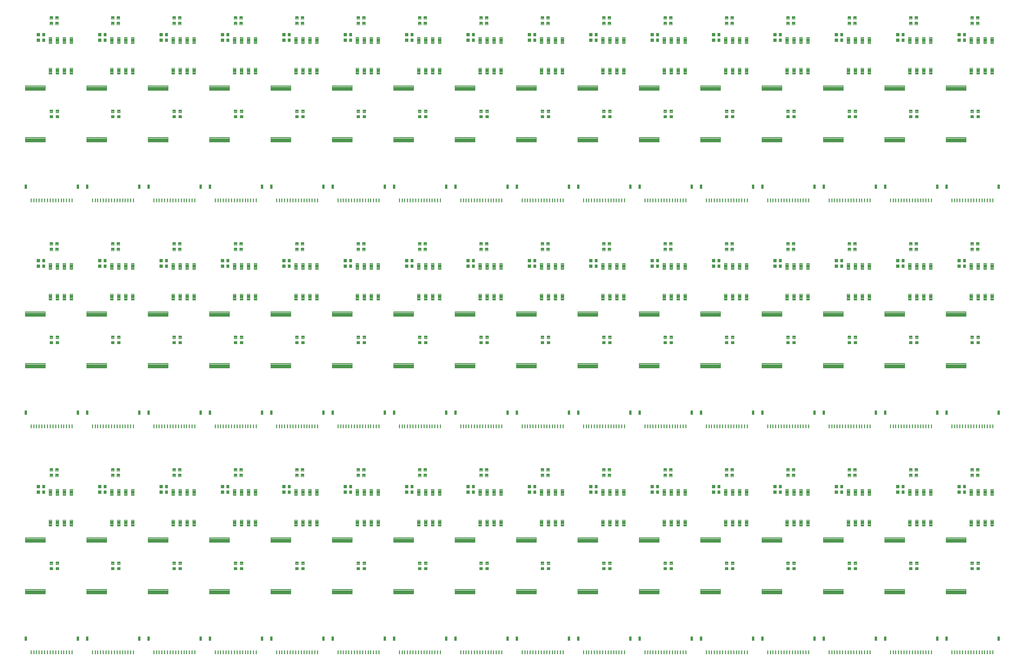
<source format=gtp>
G04 EAGLE Gerber RS-274X export*
G75*
%MOMM*%
%FSLAX34Y34*%
%LPD*%
%INSolderpaste Top*%
%IPPOS*%
%AMOC8*
5,1,8,0,0,1.08239X$1,22.5*%
G01*
%ADD10C,0.100000*%
%ADD11R,0.250000X0.650000*%
%ADD12C,0.102000*%


D10*
X99340Y35955D02*
X102340Y35955D01*
X102340Y28955D01*
X99340Y28955D01*
X99340Y35955D01*
X99340Y29905D02*
X102340Y29905D01*
X102340Y30855D02*
X99340Y30855D01*
X99340Y31805D02*
X102340Y31805D01*
X102340Y32755D02*
X99340Y32755D01*
X99340Y33705D02*
X102340Y33705D01*
X102340Y34655D02*
X99340Y34655D01*
X99340Y35605D02*
X102340Y35605D01*
D11*
X90840Y7455D03*
X85840Y7455D03*
D10*
X7340Y35955D02*
X4340Y35955D01*
X7340Y35955D02*
X7340Y28955D01*
X4340Y28955D01*
X4340Y35955D01*
X4340Y29905D02*
X7340Y29905D01*
X7340Y30855D02*
X4340Y30855D01*
X4340Y31805D02*
X7340Y31805D01*
X7340Y32755D02*
X4340Y32755D01*
X4340Y33705D02*
X7340Y33705D01*
X7340Y34655D02*
X4340Y34655D01*
X4340Y35605D02*
X7340Y35605D01*
D11*
X80840Y7455D03*
X75840Y7455D03*
X70840Y7455D03*
X65840Y7455D03*
X60840Y7455D03*
X55840Y7455D03*
X50840Y7455D03*
X45840Y7455D03*
X40840Y7455D03*
X35840Y7455D03*
X30840Y7455D03*
X25840Y7455D03*
X20840Y7455D03*
X15840Y7455D03*
D12*
X36165Y301575D02*
X41145Y301575D01*
X41145Y296595D01*
X36165Y296595D01*
X36165Y301575D01*
X36165Y297564D02*
X41145Y297564D01*
X41145Y298533D02*
X36165Y298533D01*
X36165Y299502D02*
X41145Y299502D01*
X41145Y300471D02*
X36165Y300471D01*
X36165Y301440D02*
X41145Y301440D01*
X31145Y301575D02*
X26165Y301575D01*
X31145Y301575D02*
X31145Y296595D01*
X26165Y296595D01*
X26165Y301575D01*
X26165Y297564D02*
X31145Y297564D01*
X31145Y298533D02*
X26165Y298533D01*
X26165Y299502D02*
X31145Y299502D01*
X31145Y300471D02*
X26165Y300471D01*
X26165Y301440D02*
X31145Y301440D01*
X48310Y237655D02*
X53290Y237655D01*
X48310Y237655D02*
X48310Y248635D01*
X53290Y248635D01*
X53290Y237655D01*
X53290Y238624D02*
X48310Y238624D01*
X48310Y239593D02*
X53290Y239593D01*
X53290Y240562D02*
X48310Y240562D01*
X48310Y241531D02*
X53290Y241531D01*
X53290Y242500D02*
X48310Y242500D01*
X48310Y243469D02*
X53290Y243469D01*
X53290Y244438D02*
X48310Y244438D01*
X48310Y245407D02*
X53290Y245407D01*
X53290Y246376D02*
X48310Y246376D01*
X48310Y247345D02*
X53290Y247345D01*
X53290Y248314D02*
X48310Y248314D01*
X61010Y237655D02*
X65990Y237655D01*
X61010Y237655D02*
X61010Y248635D01*
X65990Y248635D01*
X65990Y237655D01*
X65990Y238624D02*
X61010Y238624D01*
X61010Y239593D02*
X65990Y239593D01*
X65990Y240562D02*
X61010Y240562D01*
X61010Y241531D02*
X65990Y241531D01*
X65990Y242500D02*
X61010Y242500D01*
X61010Y243469D02*
X65990Y243469D01*
X65990Y244438D02*
X61010Y244438D01*
X61010Y245407D02*
X65990Y245407D01*
X65990Y246376D02*
X61010Y246376D01*
X61010Y247345D02*
X65990Y247345D01*
X65990Y248314D02*
X61010Y248314D01*
X73710Y237655D02*
X78690Y237655D01*
X73710Y237655D02*
X73710Y248635D01*
X78690Y248635D01*
X78690Y237655D01*
X78690Y238624D02*
X73710Y238624D01*
X73710Y239593D02*
X78690Y239593D01*
X78690Y240562D02*
X73710Y240562D01*
X73710Y241531D02*
X78690Y241531D01*
X78690Y242500D02*
X73710Y242500D01*
X73710Y243469D02*
X78690Y243469D01*
X78690Y244438D02*
X73710Y244438D01*
X73710Y245407D02*
X78690Y245407D01*
X78690Y246376D02*
X73710Y246376D01*
X73710Y247345D02*
X78690Y247345D01*
X78690Y248314D02*
X73710Y248314D01*
X86410Y237655D02*
X91390Y237655D01*
X86410Y237655D02*
X86410Y248635D01*
X91390Y248635D01*
X91390Y237655D01*
X91390Y238624D02*
X86410Y238624D01*
X86410Y239593D02*
X91390Y239593D01*
X91390Y240562D02*
X86410Y240562D01*
X86410Y241531D02*
X91390Y241531D01*
X91390Y242500D02*
X86410Y242500D01*
X86410Y243469D02*
X91390Y243469D01*
X91390Y244438D02*
X86410Y244438D01*
X86410Y245407D02*
X91390Y245407D01*
X91390Y246376D02*
X86410Y246376D01*
X86410Y247345D02*
X91390Y247345D01*
X91390Y248314D02*
X86410Y248314D01*
X86410Y293655D02*
X91390Y293655D01*
X86410Y293655D02*
X86410Y304635D01*
X91390Y304635D01*
X91390Y293655D01*
X91390Y294624D02*
X86410Y294624D01*
X86410Y295593D02*
X91390Y295593D01*
X91390Y296562D02*
X86410Y296562D01*
X86410Y297531D02*
X91390Y297531D01*
X91390Y298500D02*
X86410Y298500D01*
X86410Y299469D02*
X91390Y299469D01*
X91390Y300438D02*
X86410Y300438D01*
X86410Y301407D02*
X91390Y301407D01*
X91390Y302376D02*
X86410Y302376D01*
X86410Y303345D02*
X91390Y303345D01*
X91390Y304314D02*
X86410Y304314D01*
X78690Y293655D02*
X73710Y293655D01*
X73710Y304635D01*
X78690Y304635D01*
X78690Y293655D01*
X78690Y294624D02*
X73710Y294624D01*
X73710Y295593D02*
X78690Y295593D01*
X78690Y296562D02*
X73710Y296562D01*
X73710Y297531D02*
X78690Y297531D01*
X78690Y298500D02*
X73710Y298500D01*
X73710Y299469D02*
X78690Y299469D01*
X78690Y300438D02*
X73710Y300438D01*
X73710Y301407D02*
X78690Y301407D01*
X78690Y302376D02*
X73710Y302376D01*
X73710Y303345D02*
X78690Y303345D01*
X78690Y304314D02*
X73710Y304314D01*
X65990Y293655D02*
X61010Y293655D01*
X61010Y304635D01*
X65990Y304635D01*
X65990Y293655D01*
X65990Y294624D02*
X61010Y294624D01*
X61010Y295593D02*
X65990Y295593D01*
X65990Y296562D02*
X61010Y296562D01*
X61010Y297531D02*
X65990Y297531D01*
X65990Y298500D02*
X61010Y298500D01*
X61010Y299469D02*
X65990Y299469D01*
X65990Y300438D02*
X61010Y300438D01*
X61010Y301407D02*
X65990Y301407D01*
X65990Y302376D02*
X61010Y302376D01*
X61010Y303345D02*
X65990Y303345D01*
X65990Y304314D02*
X61010Y304314D01*
X53290Y293655D02*
X48310Y293655D01*
X48310Y304635D01*
X53290Y304635D01*
X53290Y293655D01*
X53290Y294624D02*
X48310Y294624D01*
X48310Y295593D02*
X53290Y295593D01*
X53290Y296562D02*
X48310Y296562D01*
X48310Y297531D02*
X53290Y297531D01*
X53290Y298500D02*
X48310Y298500D01*
X48310Y299469D02*
X53290Y299469D01*
X53290Y300438D02*
X48310Y300438D01*
X48310Y301407D02*
X53290Y301407D01*
X53290Y302376D02*
X48310Y302376D01*
X48310Y303345D02*
X53290Y303345D01*
X53290Y304314D02*
X48310Y304314D01*
X41145Y311735D02*
X36165Y311735D01*
X41145Y311735D02*
X41145Y306755D01*
X36165Y306755D01*
X36165Y311735D01*
X36165Y307724D02*
X41145Y307724D01*
X41145Y308693D02*
X36165Y308693D01*
X36165Y309662D02*
X41145Y309662D01*
X41145Y310631D02*
X36165Y310631D01*
X36165Y311600D02*
X41145Y311600D01*
X31145Y311735D02*
X26165Y311735D01*
X31145Y311735D02*
X31145Y306755D01*
X26165Y306755D01*
X26165Y311735D01*
X26165Y307724D02*
X31145Y307724D01*
X31145Y308693D02*
X26165Y308693D01*
X26165Y309662D02*
X31145Y309662D01*
X31145Y310631D02*
X26165Y310631D01*
X26165Y311600D02*
X31145Y311600D01*
X50215Y172590D02*
X50215Y167610D01*
X50215Y172590D02*
X55195Y172590D01*
X55195Y167610D01*
X50215Y167610D01*
X50215Y168579D02*
X55195Y168579D01*
X55195Y169548D02*
X50215Y169548D01*
X50215Y170517D02*
X55195Y170517D01*
X55195Y171486D02*
X50215Y171486D01*
X50215Y172455D02*
X55195Y172455D01*
X50215Y162590D02*
X50215Y157610D01*
X50215Y162590D02*
X55195Y162590D01*
X55195Y157610D01*
X50215Y157610D01*
X50215Y158579D02*
X55195Y158579D01*
X55195Y159548D02*
X50215Y159548D01*
X50215Y160517D02*
X55195Y160517D01*
X55195Y161486D02*
X50215Y161486D01*
X50215Y162455D02*
X55195Y162455D01*
X61010Y167610D02*
X61010Y172590D01*
X65990Y172590D01*
X65990Y167610D01*
X61010Y167610D01*
X61010Y168579D02*
X65990Y168579D01*
X65990Y169548D02*
X61010Y169548D01*
X61010Y170517D02*
X65990Y170517D01*
X65990Y171486D02*
X61010Y171486D01*
X61010Y172455D02*
X65990Y172455D01*
X61010Y162590D02*
X61010Y157610D01*
X61010Y162590D02*
X65990Y162590D01*
X65990Y157610D01*
X61010Y157610D01*
X61010Y158579D02*
X65990Y158579D01*
X65990Y159548D02*
X61010Y159548D01*
X61010Y160517D02*
X65990Y160517D01*
X65990Y161486D02*
X61010Y161486D01*
X61010Y162455D02*
X65990Y162455D01*
D10*
X41995Y207600D02*
X4995Y207600D01*
X4995Y216600D01*
X41995Y216600D01*
X41995Y207600D01*
X41995Y208550D02*
X4995Y208550D01*
X4995Y209500D02*
X41995Y209500D01*
X41995Y210450D02*
X4995Y210450D01*
X4995Y211400D02*
X41995Y211400D01*
X41995Y212350D02*
X4995Y212350D01*
X4995Y213300D02*
X41995Y213300D01*
X41995Y214250D02*
X4995Y214250D01*
X4995Y215200D02*
X41995Y215200D01*
X41995Y216150D02*
X4995Y216150D01*
X4995Y113600D02*
X41995Y113600D01*
X4995Y113600D02*
X4995Y122600D01*
X41995Y122600D01*
X41995Y113600D01*
X41995Y114550D02*
X4995Y114550D01*
X4995Y115500D02*
X41995Y115500D01*
X41995Y116450D02*
X4995Y116450D01*
X4995Y117400D02*
X41995Y117400D01*
X41995Y118350D02*
X4995Y118350D01*
X4995Y119300D02*
X41995Y119300D01*
X41995Y120250D02*
X4995Y120250D01*
X4995Y121200D02*
X41995Y121200D01*
X41995Y122150D02*
X4995Y122150D01*
D12*
X60295Y342850D02*
X65275Y342850D01*
X65275Y337870D01*
X60295Y337870D01*
X60295Y342850D01*
X60295Y338839D02*
X65275Y338839D01*
X65275Y339808D02*
X60295Y339808D01*
X60295Y340777D02*
X65275Y340777D01*
X65275Y341746D02*
X60295Y341746D01*
X60295Y342715D02*
X65275Y342715D01*
X55275Y342850D02*
X50295Y342850D01*
X55275Y342850D02*
X55275Y337870D01*
X50295Y337870D01*
X50295Y342850D01*
X50295Y338839D02*
X55275Y338839D01*
X55275Y339808D02*
X50295Y339808D01*
X50295Y340777D02*
X55275Y340777D01*
X55275Y341746D02*
X50295Y341746D01*
X50295Y342715D02*
X55275Y342715D01*
X60295Y332690D02*
X65275Y332690D01*
X65275Y327710D01*
X60295Y327710D01*
X60295Y332690D01*
X60295Y328679D02*
X65275Y328679D01*
X65275Y329648D02*
X60295Y329648D01*
X60295Y330617D02*
X65275Y330617D01*
X65275Y331586D02*
X60295Y331586D01*
X60295Y332555D02*
X65275Y332555D01*
X55275Y332690D02*
X50295Y332690D01*
X55275Y332690D02*
X55275Y327710D01*
X50295Y327710D01*
X50295Y332690D01*
X50295Y328679D02*
X55275Y328679D01*
X55275Y329648D02*
X50295Y329648D01*
X50295Y330617D02*
X55275Y330617D01*
X55275Y331586D02*
X50295Y331586D01*
X50295Y332555D02*
X55275Y332555D01*
D10*
X211100Y35955D02*
X214100Y35955D01*
X214100Y28955D01*
X211100Y28955D01*
X211100Y35955D01*
X211100Y29905D02*
X214100Y29905D01*
X214100Y30855D02*
X211100Y30855D01*
X211100Y31805D02*
X214100Y31805D01*
X214100Y32755D02*
X211100Y32755D01*
X211100Y33705D02*
X214100Y33705D01*
X214100Y34655D02*
X211100Y34655D01*
X211100Y35605D02*
X214100Y35605D01*
D11*
X202600Y7455D03*
X197600Y7455D03*
D10*
X119100Y35955D02*
X116100Y35955D01*
X119100Y35955D02*
X119100Y28955D01*
X116100Y28955D01*
X116100Y35955D01*
X116100Y29905D02*
X119100Y29905D01*
X119100Y30855D02*
X116100Y30855D01*
X116100Y31805D02*
X119100Y31805D01*
X119100Y32755D02*
X116100Y32755D01*
X116100Y33705D02*
X119100Y33705D01*
X119100Y34655D02*
X116100Y34655D01*
X116100Y35605D02*
X119100Y35605D01*
D11*
X192600Y7455D03*
X187600Y7455D03*
X182600Y7455D03*
X177600Y7455D03*
X172600Y7455D03*
X167600Y7455D03*
X162600Y7455D03*
X157600Y7455D03*
X152600Y7455D03*
X147600Y7455D03*
X142600Y7455D03*
X137600Y7455D03*
X132600Y7455D03*
X127600Y7455D03*
D12*
X147925Y301575D02*
X152905Y301575D01*
X152905Y296595D01*
X147925Y296595D01*
X147925Y301575D01*
X147925Y297564D02*
X152905Y297564D01*
X152905Y298533D02*
X147925Y298533D01*
X147925Y299502D02*
X152905Y299502D01*
X152905Y300471D02*
X147925Y300471D01*
X147925Y301440D02*
X152905Y301440D01*
X142905Y301575D02*
X137925Y301575D01*
X142905Y301575D02*
X142905Y296595D01*
X137925Y296595D01*
X137925Y301575D01*
X137925Y297564D02*
X142905Y297564D01*
X142905Y298533D02*
X137925Y298533D01*
X137925Y299502D02*
X142905Y299502D01*
X142905Y300471D02*
X137925Y300471D01*
X137925Y301440D02*
X142905Y301440D01*
X160070Y237655D02*
X165050Y237655D01*
X160070Y237655D02*
X160070Y248635D01*
X165050Y248635D01*
X165050Y237655D01*
X165050Y238624D02*
X160070Y238624D01*
X160070Y239593D02*
X165050Y239593D01*
X165050Y240562D02*
X160070Y240562D01*
X160070Y241531D02*
X165050Y241531D01*
X165050Y242500D02*
X160070Y242500D01*
X160070Y243469D02*
X165050Y243469D01*
X165050Y244438D02*
X160070Y244438D01*
X160070Y245407D02*
X165050Y245407D01*
X165050Y246376D02*
X160070Y246376D01*
X160070Y247345D02*
X165050Y247345D01*
X165050Y248314D02*
X160070Y248314D01*
X172770Y237655D02*
X177750Y237655D01*
X172770Y237655D02*
X172770Y248635D01*
X177750Y248635D01*
X177750Y237655D01*
X177750Y238624D02*
X172770Y238624D01*
X172770Y239593D02*
X177750Y239593D01*
X177750Y240562D02*
X172770Y240562D01*
X172770Y241531D02*
X177750Y241531D01*
X177750Y242500D02*
X172770Y242500D01*
X172770Y243469D02*
X177750Y243469D01*
X177750Y244438D02*
X172770Y244438D01*
X172770Y245407D02*
X177750Y245407D01*
X177750Y246376D02*
X172770Y246376D01*
X172770Y247345D02*
X177750Y247345D01*
X177750Y248314D02*
X172770Y248314D01*
X185470Y237655D02*
X190450Y237655D01*
X185470Y237655D02*
X185470Y248635D01*
X190450Y248635D01*
X190450Y237655D01*
X190450Y238624D02*
X185470Y238624D01*
X185470Y239593D02*
X190450Y239593D01*
X190450Y240562D02*
X185470Y240562D01*
X185470Y241531D02*
X190450Y241531D01*
X190450Y242500D02*
X185470Y242500D01*
X185470Y243469D02*
X190450Y243469D01*
X190450Y244438D02*
X185470Y244438D01*
X185470Y245407D02*
X190450Y245407D01*
X190450Y246376D02*
X185470Y246376D01*
X185470Y247345D02*
X190450Y247345D01*
X190450Y248314D02*
X185470Y248314D01*
X198170Y237655D02*
X203150Y237655D01*
X198170Y237655D02*
X198170Y248635D01*
X203150Y248635D01*
X203150Y237655D01*
X203150Y238624D02*
X198170Y238624D01*
X198170Y239593D02*
X203150Y239593D01*
X203150Y240562D02*
X198170Y240562D01*
X198170Y241531D02*
X203150Y241531D01*
X203150Y242500D02*
X198170Y242500D01*
X198170Y243469D02*
X203150Y243469D01*
X203150Y244438D02*
X198170Y244438D01*
X198170Y245407D02*
X203150Y245407D01*
X203150Y246376D02*
X198170Y246376D01*
X198170Y247345D02*
X203150Y247345D01*
X203150Y248314D02*
X198170Y248314D01*
X198170Y293655D02*
X203150Y293655D01*
X198170Y293655D02*
X198170Y304635D01*
X203150Y304635D01*
X203150Y293655D01*
X203150Y294624D02*
X198170Y294624D01*
X198170Y295593D02*
X203150Y295593D01*
X203150Y296562D02*
X198170Y296562D01*
X198170Y297531D02*
X203150Y297531D01*
X203150Y298500D02*
X198170Y298500D01*
X198170Y299469D02*
X203150Y299469D01*
X203150Y300438D02*
X198170Y300438D01*
X198170Y301407D02*
X203150Y301407D01*
X203150Y302376D02*
X198170Y302376D01*
X198170Y303345D02*
X203150Y303345D01*
X203150Y304314D02*
X198170Y304314D01*
X190450Y293655D02*
X185470Y293655D01*
X185470Y304635D01*
X190450Y304635D01*
X190450Y293655D01*
X190450Y294624D02*
X185470Y294624D01*
X185470Y295593D02*
X190450Y295593D01*
X190450Y296562D02*
X185470Y296562D01*
X185470Y297531D02*
X190450Y297531D01*
X190450Y298500D02*
X185470Y298500D01*
X185470Y299469D02*
X190450Y299469D01*
X190450Y300438D02*
X185470Y300438D01*
X185470Y301407D02*
X190450Y301407D01*
X190450Y302376D02*
X185470Y302376D01*
X185470Y303345D02*
X190450Y303345D01*
X190450Y304314D02*
X185470Y304314D01*
X177750Y293655D02*
X172770Y293655D01*
X172770Y304635D01*
X177750Y304635D01*
X177750Y293655D01*
X177750Y294624D02*
X172770Y294624D01*
X172770Y295593D02*
X177750Y295593D01*
X177750Y296562D02*
X172770Y296562D01*
X172770Y297531D02*
X177750Y297531D01*
X177750Y298500D02*
X172770Y298500D01*
X172770Y299469D02*
X177750Y299469D01*
X177750Y300438D02*
X172770Y300438D01*
X172770Y301407D02*
X177750Y301407D01*
X177750Y302376D02*
X172770Y302376D01*
X172770Y303345D02*
X177750Y303345D01*
X177750Y304314D02*
X172770Y304314D01*
X165050Y293655D02*
X160070Y293655D01*
X160070Y304635D01*
X165050Y304635D01*
X165050Y293655D01*
X165050Y294624D02*
X160070Y294624D01*
X160070Y295593D02*
X165050Y295593D01*
X165050Y296562D02*
X160070Y296562D01*
X160070Y297531D02*
X165050Y297531D01*
X165050Y298500D02*
X160070Y298500D01*
X160070Y299469D02*
X165050Y299469D01*
X165050Y300438D02*
X160070Y300438D01*
X160070Y301407D02*
X165050Y301407D01*
X165050Y302376D02*
X160070Y302376D01*
X160070Y303345D02*
X165050Y303345D01*
X165050Y304314D02*
X160070Y304314D01*
X152905Y311735D02*
X147925Y311735D01*
X152905Y311735D02*
X152905Y306755D01*
X147925Y306755D01*
X147925Y311735D01*
X147925Y307724D02*
X152905Y307724D01*
X152905Y308693D02*
X147925Y308693D01*
X147925Y309662D02*
X152905Y309662D01*
X152905Y310631D02*
X147925Y310631D01*
X147925Y311600D02*
X152905Y311600D01*
X142905Y311735D02*
X137925Y311735D01*
X142905Y311735D02*
X142905Y306755D01*
X137925Y306755D01*
X137925Y311735D01*
X137925Y307724D02*
X142905Y307724D01*
X142905Y308693D02*
X137925Y308693D01*
X137925Y309662D02*
X142905Y309662D01*
X142905Y310631D02*
X137925Y310631D01*
X137925Y311600D02*
X142905Y311600D01*
X161975Y172590D02*
X161975Y167610D01*
X161975Y172590D02*
X166955Y172590D01*
X166955Y167610D01*
X161975Y167610D01*
X161975Y168579D02*
X166955Y168579D01*
X166955Y169548D02*
X161975Y169548D01*
X161975Y170517D02*
X166955Y170517D01*
X166955Y171486D02*
X161975Y171486D01*
X161975Y172455D02*
X166955Y172455D01*
X161975Y162590D02*
X161975Y157610D01*
X161975Y162590D02*
X166955Y162590D01*
X166955Y157610D01*
X161975Y157610D01*
X161975Y158579D02*
X166955Y158579D01*
X166955Y159548D02*
X161975Y159548D01*
X161975Y160517D02*
X166955Y160517D01*
X166955Y161486D02*
X161975Y161486D01*
X161975Y162455D02*
X166955Y162455D01*
X172770Y167610D02*
X172770Y172590D01*
X177750Y172590D01*
X177750Y167610D01*
X172770Y167610D01*
X172770Y168579D02*
X177750Y168579D01*
X177750Y169548D02*
X172770Y169548D01*
X172770Y170517D02*
X177750Y170517D01*
X177750Y171486D02*
X172770Y171486D01*
X172770Y172455D02*
X177750Y172455D01*
X172770Y162590D02*
X172770Y157610D01*
X172770Y162590D02*
X177750Y162590D01*
X177750Y157610D01*
X172770Y157610D01*
X172770Y158579D02*
X177750Y158579D01*
X177750Y159548D02*
X172770Y159548D01*
X172770Y160517D02*
X177750Y160517D01*
X177750Y161486D02*
X172770Y161486D01*
X172770Y162455D02*
X177750Y162455D01*
D10*
X153755Y207600D02*
X116755Y207600D01*
X116755Y216600D01*
X153755Y216600D01*
X153755Y207600D01*
X153755Y208550D02*
X116755Y208550D01*
X116755Y209500D02*
X153755Y209500D01*
X153755Y210450D02*
X116755Y210450D01*
X116755Y211400D02*
X153755Y211400D01*
X153755Y212350D02*
X116755Y212350D01*
X116755Y213300D02*
X153755Y213300D01*
X153755Y214250D02*
X116755Y214250D01*
X116755Y215200D02*
X153755Y215200D01*
X153755Y216150D02*
X116755Y216150D01*
X116755Y113600D02*
X153755Y113600D01*
X116755Y113600D02*
X116755Y122600D01*
X153755Y122600D01*
X153755Y113600D01*
X153755Y114550D02*
X116755Y114550D01*
X116755Y115500D02*
X153755Y115500D01*
X153755Y116450D02*
X116755Y116450D01*
X116755Y117400D02*
X153755Y117400D01*
X153755Y118350D02*
X116755Y118350D01*
X116755Y119300D02*
X153755Y119300D01*
X153755Y120250D02*
X116755Y120250D01*
X116755Y121200D02*
X153755Y121200D01*
X153755Y122150D02*
X116755Y122150D01*
D12*
X172055Y342850D02*
X177035Y342850D01*
X177035Y337870D01*
X172055Y337870D01*
X172055Y342850D01*
X172055Y338839D02*
X177035Y338839D01*
X177035Y339808D02*
X172055Y339808D01*
X172055Y340777D02*
X177035Y340777D01*
X177035Y341746D02*
X172055Y341746D01*
X172055Y342715D02*
X177035Y342715D01*
X167035Y342850D02*
X162055Y342850D01*
X167035Y342850D02*
X167035Y337870D01*
X162055Y337870D01*
X162055Y342850D01*
X162055Y338839D02*
X167035Y338839D01*
X167035Y339808D02*
X162055Y339808D01*
X162055Y340777D02*
X167035Y340777D01*
X167035Y341746D02*
X162055Y341746D01*
X162055Y342715D02*
X167035Y342715D01*
X172055Y332690D02*
X177035Y332690D01*
X177035Y327710D01*
X172055Y327710D01*
X172055Y332690D01*
X172055Y328679D02*
X177035Y328679D01*
X177035Y329648D02*
X172055Y329648D01*
X172055Y330617D02*
X177035Y330617D01*
X177035Y331586D02*
X172055Y331586D01*
X172055Y332555D02*
X177035Y332555D01*
X167035Y332690D02*
X162055Y332690D01*
X167035Y332690D02*
X167035Y327710D01*
X162055Y327710D01*
X162055Y332690D01*
X162055Y328679D02*
X167035Y328679D01*
X167035Y329648D02*
X162055Y329648D01*
X162055Y330617D02*
X167035Y330617D01*
X167035Y331586D02*
X162055Y331586D01*
X162055Y332555D02*
X167035Y332555D01*
D10*
X322860Y35955D02*
X325860Y35955D01*
X325860Y28955D01*
X322860Y28955D01*
X322860Y35955D01*
X322860Y29905D02*
X325860Y29905D01*
X325860Y30855D02*
X322860Y30855D01*
X322860Y31805D02*
X325860Y31805D01*
X325860Y32755D02*
X322860Y32755D01*
X322860Y33705D02*
X325860Y33705D01*
X325860Y34655D02*
X322860Y34655D01*
X322860Y35605D02*
X325860Y35605D01*
D11*
X314360Y7455D03*
X309360Y7455D03*
D10*
X230860Y35955D02*
X227860Y35955D01*
X230860Y35955D02*
X230860Y28955D01*
X227860Y28955D01*
X227860Y35955D01*
X227860Y29905D02*
X230860Y29905D01*
X230860Y30855D02*
X227860Y30855D01*
X227860Y31805D02*
X230860Y31805D01*
X230860Y32755D02*
X227860Y32755D01*
X227860Y33705D02*
X230860Y33705D01*
X230860Y34655D02*
X227860Y34655D01*
X227860Y35605D02*
X230860Y35605D01*
D11*
X304360Y7455D03*
X299360Y7455D03*
X294360Y7455D03*
X289360Y7455D03*
X284360Y7455D03*
X279360Y7455D03*
X274360Y7455D03*
X269360Y7455D03*
X264360Y7455D03*
X259360Y7455D03*
X254360Y7455D03*
X249360Y7455D03*
X244360Y7455D03*
X239360Y7455D03*
D12*
X259685Y301575D02*
X264665Y301575D01*
X264665Y296595D01*
X259685Y296595D01*
X259685Y301575D01*
X259685Y297564D02*
X264665Y297564D01*
X264665Y298533D02*
X259685Y298533D01*
X259685Y299502D02*
X264665Y299502D01*
X264665Y300471D02*
X259685Y300471D01*
X259685Y301440D02*
X264665Y301440D01*
X254665Y301575D02*
X249685Y301575D01*
X254665Y301575D02*
X254665Y296595D01*
X249685Y296595D01*
X249685Y301575D01*
X249685Y297564D02*
X254665Y297564D01*
X254665Y298533D02*
X249685Y298533D01*
X249685Y299502D02*
X254665Y299502D01*
X254665Y300471D02*
X249685Y300471D01*
X249685Y301440D02*
X254665Y301440D01*
X271830Y237655D02*
X276810Y237655D01*
X271830Y237655D02*
X271830Y248635D01*
X276810Y248635D01*
X276810Y237655D01*
X276810Y238624D02*
X271830Y238624D01*
X271830Y239593D02*
X276810Y239593D01*
X276810Y240562D02*
X271830Y240562D01*
X271830Y241531D02*
X276810Y241531D01*
X276810Y242500D02*
X271830Y242500D01*
X271830Y243469D02*
X276810Y243469D01*
X276810Y244438D02*
X271830Y244438D01*
X271830Y245407D02*
X276810Y245407D01*
X276810Y246376D02*
X271830Y246376D01*
X271830Y247345D02*
X276810Y247345D01*
X276810Y248314D02*
X271830Y248314D01*
X284530Y237655D02*
X289510Y237655D01*
X284530Y237655D02*
X284530Y248635D01*
X289510Y248635D01*
X289510Y237655D01*
X289510Y238624D02*
X284530Y238624D01*
X284530Y239593D02*
X289510Y239593D01*
X289510Y240562D02*
X284530Y240562D01*
X284530Y241531D02*
X289510Y241531D01*
X289510Y242500D02*
X284530Y242500D01*
X284530Y243469D02*
X289510Y243469D01*
X289510Y244438D02*
X284530Y244438D01*
X284530Y245407D02*
X289510Y245407D01*
X289510Y246376D02*
X284530Y246376D01*
X284530Y247345D02*
X289510Y247345D01*
X289510Y248314D02*
X284530Y248314D01*
X297230Y237655D02*
X302210Y237655D01*
X297230Y237655D02*
X297230Y248635D01*
X302210Y248635D01*
X302210Y237655D01*
X302210Y238624D02*
X297230Y238624D01*
X297230Y239593D02*
X302210Y239593D01*
X302210Y240562D02*
X297230Y240562D01*
X297230Y241531D02*
X302210Y241531D01*
X302210Y242500D02*
X297230Y242500D01*
X297230Y243469D02*
X302210Y243469D01*
X302210Y244438D02*
X297230Y244438D01*
X297230Y245407D02*
X302210Y245407D01*
X302210Y246376D02*
X297230Y246376D01*
X297230Y247345D02*
X302210Y247345D01*
X302210Y248314D02*
X297230Y248314D01*
X309930Y237655D02*
X314910Y237655D01*
X309930Y237655D02*
X309930Y248635D01*
X314910Y248635D01*
X314910Y237655D01*
X314910Y238624D02*
X309930Y238624D01*
X309930Y239593D02*
X314910Y239593D01*
X314910Y240562D02*
X309930Y240562D01*
X309930Y241531D02*
X314910Y241531D01*
X314910Y242500D02*
X309930Y242500D01*
X309930Y243469D02*
X314910Y243469D01*
X314910Y244438D02*
X309930Y244438D01*
X309930Y245407D02*
X314910Y245407D01*
X314910Y246376D02*
X309930Y246376D01*
X309930Y247345D02*
X314910Y247345D01*
X314910Y248314D02*
X309930Y248314D01*
X309930Y293655D02*
X314910Y293655D01*
X309930Y293655D02*
X309930Y304635D01*
X314910Y304635D01*
X314910Y293655D01*
X314910Y294624D02*
X309930Y294624D01*
X309930Y295593D02*
X314910Y295593D01*
X314910Y296562D02*
X309930Y296562D01*
X309930Y297531D02*
X314910Y297531D01*
X314910Y298500D02*
X309930Y298500D01*
X309930Y299469D02*
X314910Y299469D01*
X314910Y300438D02*
X309930Y300438D01*
X309930Y301407D02*
X314910Y301407D01*
X314910Y302376D02*
X309930Y302376D01*
X309930Y303345D02*
X314910Y303345D01*
X314910Y304314D02*
X309930Y304314D01*
X302210Y293655D02*
X297230Y293655D01*
X297230Y304635D01*
X302210Y304635D01*
X302210Y293655D01*
X302210Y294624D02*
X297230Y294624D01*
X297230Y295593D02*
X302210Y295593D01*
X302210Y296562D02*
X297230Y296562D01*
X297230Y297531D02*
X302210Y297531D01*
X302210Y298500D02*
X297230Y298500D01*
X297230Y299469D02*
X302210Y299469D01*
X302210Y300438D02*
X297230Y300438D01*
X297230Y301407D02*
X302210Y301407D01*
X302210Y302376D02*
X297230Y302376D01*
X297230Y303345D02*
X302210Y303345D01*
X302210Y304314D02*
X297230Y304314D01*
X289510Y293655D02*
X284530Y293655D01*
X284530Y304635D01*
X289510Y304635D01*
X289510Y293655D01*
X289510Y294624D02*
X284530Y294624D01*
X284530Y295593D02*
X289510Y295593D01*
X289510Y296562D02*
X284530Y296562D01*
X284530Y297531D02*
X289510Y297531D01*
X289510Y298500D02*
X284530Y298500D01*
X284530Y299469D02*
X289510Y299469D01*
X289510Y300438D02*
X284530Y300438D01*
X284530Y301407D02*
X289510Y301407D01*
X289510Y302376D02*
X284530Y302376D01*
X284530Y303345D02*
X289510Y303345D01*
X289510Y304314D02*
X284530Y304314D01*
X276810Y293655D02*
X271830Y293655D01*
X271830Y304635D01*
X276810Y304635D01*
X276810Y293655D01*
X276810Y294624D02*
X271830Y294624D01*
X271830Y295593D02*
X276810Y295593D01*
X276810Y296562D02*
X271830Y296562D01*
X271830Y297531D02*
X276810Y297531D01*
X276810Y298500D02*
X271830Y298500D01*
X271830Y299469D02*
X276810Y299469D01*
X276810Y300438D02*
X271830Y300438D01*
X271830Y301407D02*
X276810Y301407D01*
X276810Y302376D02*
X271830Y302376D01*
X271830Y303345D02*
X276810Y303345D01*
X276810Y304314D02*
X271830Y304314D01*
X264665Y311735D02*
X259685Y311735D01*
X264665Y311735D02*
X264665Y306755D01*
X259685Y306755D01*
X259685Y311735D01*
X259685Y307724D02*
X264665Y307724D01*
X264665Y308693D02*
X259685Y308693D01*
X259685Y309662D02*
X264665Y309662D01*
X264665Y310631D02*
X259685Y310631D01*
X259685Y311600D02*
X264665Y311600D01*
X254665Y311735D02*
X249685Y311735D01*
X254665Y311735D02*
X254665Y306755D01*
X249685Y306755D01*
X249685Y311735D01*
X249685Y307724D02*
X254665Y307724D01*
X254665Y308693D02*
X249685Y308693D01*
X249685Y309662D02*
X254665Y309662D01*
X254665Y310631D02*
X249685Y310631D01*
X249685Y311600D02*
X254665Y311600D01*
X273735Y172590D02*
X273735Y167610D01*
X273735Y172590D02*
X278715Y172590D01*
X278715Y167610D01*
X273735Y167610D01*
X273735Y168579D02*
X278715Y168579D01*
X278715Y169548D02*
X273735Y169548D01*
X273735Y170517D02*
X278715Y170517D01*
X278715Y171486D02*
X273735Y171486D01*
X273735Y172455D02*
X278715Y172455D01*
X273735Y162590D02*
X273735Y157610D01*
X273735Y162590D02*
X278715Y162590D01*
X278715Y157610D01*
X273735Y157610D01*
X273735Y158579D02*
X278715Y158579D01*
X278715Y159548D02*
X273735Y159548D01*
X273735Y160517D02*
X278715Y160517D01*
X278715Y161486D02*
X273735Y161486D01*
X273735Y162455D02*
X278715Y162455D01*
X284530Y167610D02*
X284530Y172590D01*
X289510Y172590D01*
X289510Y167610D01*
X284530Y167610D01*
X284530Y168579D02*
X289510Y168579D01*
X289510Y169548D02*
X284530Y169548D01*
X284530Y170517D02*
X289510Y170517D01*
X289510Y171486D02*
X284530Y171486D01*
X284530Y172455D02*
X289510Y172455D01*
X284530Y162590D02*
X284530Y157610D01*
X284530Y162590D02*
X289510Y162590D01*
X289510Y157610D01*
X284530Y157610D01*
X284530Y158579D02*
X289510Y158579D01*
X289510Y159548D02*
X284530Y159548D01*
X284530Y160517D02*
X289510Y160517D01*
X289510Y161486D02*
X284530Y161486D01*
X284530Y162455D02*
X289510Y162455D01*
D10*
X265515Y207600D02*
X228515Y207600D01*
X228515Y216600D01*
X265515Y216600D01*
X265515Y207600D01*
X265515Y208550D02*
X228515Y208550D01*
X228515Y209500D02*
X265515Y209500D01*
X265515Y210450D02*
X228515Y210450D01*
X228515Y211400D02*
X265515Y211400D01*
X265515Y212350D02*
X228515Y212350D01*
X228515Y213300D02*
X265515Y213300D01*
X265515Y214250D02*
X228515Y214250D01*
X228515Y215200D02*
X265515Y215200D01*
X265515Y216150D02*
X228515Y216150D01*
X228515Y113600D02*
X265515Y113600D01*
X228515Y113600D02*
X228515Y122600D01*
X265515Y122600D01*
X265515Y113600D01*
X265515Y114550D02*
X228515Y114550D01*
X228515Y115500D02*
X265515Y115500D01*
X265515Y116450D02*
X228515Y116450D01*
X228515Y117400D02*
X265515Y117400D01*
X265515Y118350D02*
X228515Y118350D01*
X228515Y119300D02*
X265515Y119300D01*
X265515Y120250D02*
X228515Y120250D01*
X228515Y121200D02*
X265515Y121200D01*
X265515Y122150D02*
X228515Y122150D01*
D12*
X283815Y342850D02*
X288795Y342850D01*
X288795Y337870D01*
X283815Y337870D01*
X283815Y342850D01*
X283815Y338839D02*
X288795Y338839D01*
X288795Y339808D02*
X283815Y339808D01*
X283815Y340777D02*
X288795Y340777D01*
X288795Y341746D02*
X283815Y341746D01*
X283815Y342715D02*
X288795Y342715D01*
X278795Y342850D02*
X273815Y342850D01*
X278795Y342850D02*
X278795Y337870D01*
X273815Y337870D01*
X273815Y342850D01*
X273815Y338839D02*
X278795Y338839D01*
X278795Y339808D02*
X273815Y339808D01*
X273815Y340777D02*
X278795Y340777D01*
X278795Y341746D02*
X273815Y341746D01*
X273815Y342715D02*
X278795Y342715D01*
X283815Y332690D02*
X288795Y332690D01*
X288795Y327710D01*
X283815Y327710D01*
X283815Y332690D01*
X283815Y328679D02*
X288795Y328679D01*
X288795Y329648D02*
X283815Y329648D01*
X283815Y330617D02*
X288795Y330617D01*
X288795Y331586D02*
X283815Y331586D01*
X283815Y332555D02*
X288795Y332555D01*
X278795Y332690D02*
X273815Y332690D01*
X278795Y332690D02*
X278795Y327710D01*
X273815Y327710D01*
X273815Y332690D01*
X273815Y328679D02*
X278795Y328679D01*
X278795Y329648D02*
X273815Y329648D01*
X273815Y330617D02*
X278795Y330617D01*
X278795Y331586D02*
X273815Y331586D01*
X273815Y332555D02*
X278795Y332555D01*
D10*
X434620Y35955D02*
X437620Y35955D01*
X437620Y28955D01*
X434620Y28955D01*
X434620Y35955D01*
X434620Y29905D02*
X437620Y29905D01*
X437620Y30855D02*
X434620Y30855D01*
X434620Y31805D02*
X437620Y31805D01*
X437620Y32755D02*
X434620Y32755D01*
X434620Y33705D02*
X437620Y33705D01*
X437620Y34655D02*
X434620Y34655D01*
X434620Y35605D02*
X437620Y35605D01*
D11*
X426120Y7455D03*
X421120Y7455D03*
D10*
X342620Y35955D02*
X339620Y35955D01*
X342620Y35955D02*
X342620Y28955D01*
X339620Y28955D01*
X339620Y35955D01*
X339620Y29905D02*
X342620Y29905D01*
X342620Y30855D02*
X339620Y30855D01*
X339620Y31805D02*
X342620Y31805D01*
X342620Y32755D02*
X339620Y32755D01*
X339620Y33705D02*
X342620Y33705D01*
X342620Y34655D02*
X339620Y34655D01*
X339620Y35605D02*
X342620Y35605D01*
D11*
X416120Y7455D03*
X411120Y7455D03*
X406120Y7455D03*
X401120Y7455D03*
X396120Y7455D03*
X391120Y7455D03*
X386120Y7455D03*
X381120Y7455D03*
X376120Y7455D03*
X371120Y7455D03*
X366120Y7455D03*
X361120Y7455D03*
X356120Y7455D03*
X351120Y7455D03*
D12*
X371445Y301575D02*
X376425Y301575D01*
X376425Y296595D01*
X371445Y296595D01*
X371445Y301575D01*
X371445Y297564D02*
X376425Y297564D01*
X376425Y298533D02*
X371445Y298533D01*
X371445Y299502D02*
X376425Y299502D01*
X376425Y300471D02*
X371445Y300471D01*
X371445Y301440D02*
X376425Y301440D01*
X366425Y301575D02*
X361445Y301575D01*
X366425Y301575D02*
X366425Y296595D01*
X361445Y296595D01*
X361445Y301575D01*
X361445Y297564D02*
X366425Y297564D01*
X366425Y298533D02*
X361445Y298533D01*
X361445Y299502D02*
X366425Y299502D01*
X366425Y300471D02*
X361445Y300471D01*
X361445Y301440D02*
X366425Y301440D01*
X383590Y237655D02*
X388570Y237655D01*
X383590Y237655D02*
X383590Y248635D01*
X388570Y248635D01*
X388570Y237655D01*
X388570Y238624D02*
X383590Y238624D01*
X383590Y239593D02*
X388570Y239593D01*
X388570Y240562D02*
X383590Y240562D01*
X383590Y241531D02*
X388570Y241531D01*
X388570Y242500D02*
X383590Y242500D01*
X383590Y243469D02*
X388570Y243469D01*
X388570Y244438D02*
X383590Y244438D01*
X383590Y245407D02*
X388570Y245407D01*
X388570Y246376D02*
X383590Y246376D01*
X383590Y247345D02*
X388570Y247345D01*
X388570Y248314D02*
X383590Y248314D01*
X396290Y237655D02*
X401270Y237655D01*
X396290Y237655D02*
X396290Y248635D01*
X401270Y248635D01*
X401270Y237655D01*
X401270Y238624D02*
X396290Y238624D01*
X396290Y239593D02*
X401270Y239593D01*
X401270Y240562D02*
X396290Y240562D01*
X396290Y241531D02*
X401270Y241531D01*
X401270Y242500D02*
X396290Y242500D01*
X396290Y243469D02*
X401270Y243469D01*
X401270Y244438D02*
X396290Y244438D01*
X396290Y245407D02*
X401270Y245407D01*
X401270Y246376D02*
X396290Y246376D01*
X396290Y247345D02*
X401270Y247345D01*
X401270Y248314D02*
X396290Y248314D01*
X408990Y237655D02*
X413970Y237655D01*
X408990Y237655D02*
X408990Y248635D01*
X413970Y248635D01*
X413970Y237655D01*
X413970Y238624D02*
X408990Y238624D01*
X408990Y239593D02*
X413970Y239593D01*
X413970Y240562D02*
X408990Y240562D01*
X408990Y241531D02*
X413970Y241531D01*
X413970Y242500D02*
X408990Y242500D01*
X408990Y243469D02*
X413970Y243469D01*
X413970Y244438D02*
X408990Y244438D01*
X408990Y245407D02*
X413970Y245407D01*
X413970Y246376D02*
X408990Y246376D01*
X408990Y247345D02*
X413970Y247345D01*
X413970Y248314D02*
X408990Y248314D01*
X421690Y237655D02*
X426670Y237655D01*
X421690Y237655D02*
X421690Y248635D01*
X426670Y248635D01*
X426670Y237655D01*
X426670Y238624D02*
X421690Y238624D01*
X421690Y239593D02*
X426670Y239593D01*
X426670Y240562D02*
X421690Y240562D01*
X421690Y241531D02*
X426670Y241531D01*
X426670Y242500D02*
X421690Y242500D01*
X421690Y243469D02*
X426670Y243469D01*
X426670Y244438D02*
X421690Y244438D01*
X421690Y245407D02*
X426670Y245407D01*
X426670Y246376D02*
X421690Y246376D01*
X421690Y247345D02*
X426670Y247345D01*
X426670Y248314D02*
X421690Y248314D01*
X421690Y293655D02*
X426670Y293655D01*
X421690Y293655D02*
X421690Y304635D01*
X426670Y304635D01*
X426670Y293655D01*
X426670Y294624D02*
X421690Y294624D01*
X421690Y295593D02*
X426670Y295593D01*
X426670Y296562D02*
X421690Y296562D01*
X421690Y297531D02*
X426670Y297531D01*
X426670Y298500D02*
X421690Y298500D01*
X421690Y299469D02*
X426670Y299469D01*
X426670Y300438D02*
X421690Y300438D01*
X421690Y301407D02*
X426670Y301407D01*
X426670Y302376D02*
X421690Y302376D01*
X421690Y303345D02*
X426670Y303345D01*
X426670Y304314D02*
X421690Y304314D01*
X413970Y293655D02*
X408990Y293655D01*
X408990Y304635D01*
X413970Y304635D01*
X413970Y293655D01*
X413970Y294624D02*
X408990Y294624D01*
X408990Y295593D02*
X413970Y295593D01*
X413970Y296562D02*
X408990Y296562D01*
X408990Y297531D02*
X413970Y297531D01*
X413970Y298500D02*
X408990Y298500D01*
X408990Y299469D02*
X413970Y299469D01*
X413970Y300438D02*
X408990Y300438D01*
X408990Y301407D02*
X413970Y301407D01*
X413970Y302376D02*
X408990Y302376D01*
X408990Y303345D02*
X413970Y303345D01*
X413970Y304314D02*
X408990Y304314D01*
X401270Y293655D02*
X396290Y293655D01*
X396290Y304635D01*
X401270Y304635D01*
X401270Y293655D01*
X401270Y294624D02*
X396290Y294624D01*
X396290Y295593D02*
X401270Y295593D01*
X401270Y296562D02*
X396290Y296562D01*
X396290Y297531D02*
X401270Y297531D01*
X401270Y298500D02*
X396290Y298500D01*
X396290Y299469D02*
X401270Y299469D01*
X401270Y300438D02*
X396290Y300438D01*
X396290Y301407D02*
X401270Y301407D01*
X401270Y302376D02*
X396290Y302376D01*
X396290Y303345D02*
X401270Y303345D01*
X401270Y304314D02*
X396290Y304314D01*
X388570Y293655D02*
X383590Y293655D01*
X383590Y304635D01*
X388570Y304635D01*
X388570Y293655D01*
X388570Y294624D02*
X383590Y294624D01*
X383590Y295593D02*
X388570Y295593D01*
X388570Y296562D02*
X383590Y296562D01*
X383590Y297531D02*
X388570Y297531D01*
X388570Y298500D02*
X383590Y298500D01*
X383590Y299469D02*
X388570Y299469D01*
X388570Y300438D02*
X383590Y300438D01*
X383590Y301407D02*
X388570Y301407D01*
X388570Y302376D02*
X383590Y302376D01*
X383590Y303345D02*
X388570Y303345D01*
X388570Y304314D02*
X383590Y304314D01*
X376425Y311735D02*
X371445Y311735D01*
X376425Y311735D02*
X376425Y306755D01*
X371445Y306755D01*
X371445Y311735D01*
X371445Y307724D02*
X376425Y307724D01*
X376425Y308693D02*
X371445Y308693D01*
X371445Y309662D02*
X376425Y309662D01*
X376425Y310631D02*
X371445Y310631D01*
X371445Y311600D02*
X376425Y311600D01*
X366425Y311735D02*
X361445Y311735D01*
X366425Y311735D02*
X366425Y306755D01*
X361445Y306755D01*
X361445Y311735D01*
X361445Y307724D02*
X366425Y307724D01*
X366425Y308693D02*
X361445Y308693D01*
X361445Y309662D02*
X366425Y309662D01*
X366425Y310631D02*
X361445Y310631D01*
X361445Y311600D02*
X366425Y311600D01*
X385495Y172590D02*
X385495Y167610D01*
X385495Y172590D02*
X390475Y172590D01*
X390475Y167610D01*
X385495Y167610D01*
X385495Y168579D02*
X390475Y168579D01*
X390475Y169548D02*
X385495Y169548D01*
X385495Y170517D02*
X390475Y170517D01*
X390475Y171486D02*
X385495Y171486D01*
X385495Y172455D02*
X390475Y172455D01*
X385495Y162590D02*
X385495Y157610D01*
X385495Y162590D02*
X390475Y162590D01*
X390475Y157610D01*
X385495Y157610D01*
X385495Y158579D02*
X390475Y158579D01*
X390475Y159548D02*
X385495Y159548D01*
X385495Y160517D02*
X390475Y160517D01*
X390475Y161486D02*
X385495Y161486D01*
X385495Y162455D02*
X390475Y162455D01*
X396290Y167610D02*
X396290Y172590D01*
X401270Y172590D01*
X401270Y167610D01*
X396290Y167610D01*
X396290Y168579D02*
X401270Y168579D01*
X401270Y169548D02*
X396290Y169548D01*
X396290Y170517D02*
X401270Y170517D01*
X401270Y171486D02*
X396290Y171486D01*
X396290Y172455D02*
X401270Y172455D01*
X396290Y162590D02*
X396290Y157610D01*
X396290Y162590D02*
X401270Y162590D01*
X401270Y157610D01*
X396290Y157610D01*
X396290Y158579D02*
X401270Y158579D01*
X401270Y159548D02*
X396290Y159548D01*
X396290Y160517D02*
X401270Y160517D01*
X401270Y161486D02*
X396290Y161486D01*
X396290Y162455D02*
X401270Y162455D01*
D10*
X377275Y207600D02*
X340275Y207600D01*
X340275Y216600D01*
X377275Y216600D01*
X377275Y207600D01*
X377275Y208550D02*
X340275Y208550D01*
X340275Y209500D02*
X377275Y209500D01*
X377275Y210450D02*
X340275Y210450D01*
X340275Y211400D02*
X377275Y211400D01*
X377275Y212350D02*
X340275Y212350D01*
X340275Y213300D02*
X377275Y213300D01*
X377275Y214250D02*
X340275Y214250D01*
X340275Y215200D02*
X377275Y215200D01*
X377275Y216150D02*
X340275Y216150D01*
X340275Y113600D02*
X377275Y113600D01*
X340275Y113600D02*
X340275Y122600D01*
X377275Y122600D01*
X377275Y113600D01*
X377275Y114550D02*
X340275Y114550D01*
X340275Y115500D02*
X377275Y115500D01*
X377275Y116450D02*
X340275Y116450D01*
X340275Y117400D02*
X377275Y117400D01*
X377275Y118350D02*
X340275Y118350D01*
X340275Y119300D02*
X377275Y119300D01*
X377275Y120250D02*
X340275Y120250D01*
X340275Y121200D02*
X377275Y121200D01*
X377275Y122150D02*
X340275Y122150D01*
D12*
X395575Y342850D02*
X400555Y342850D01*
X400555Y337870D01*
X395575Y337870D01*
X395575Y342850D01*
X395575Y338839D02*
X400555Y338839D01*
X400555Y339808D02*
X395575Y339808D01*
X395575Y340777D02*
X400555Y340777D01*
X400555Y341746D02*
X395575Y341746D01*
X395575Y342715D02*
X400555Y342715D01*
X390555Y342850D02*
X385575Y342850D01*
X390555Y342850D02*
X390555Y337870D01*
X385575Y337870D01*
X385575Y342850D01*
X385575Y338839D02*
X390555Y338839D01*
X390555Y339808D02*
X385575Y339808D01*
X385575Y340777D02*
X390555Y340777D01*
X390555Y341746D02*
X385575Y341746D01*
X385575Y342715D02*
X390555Y342715D01*
X395575Y332690D02*
X400555Y332690D01*
X400555Y327710D01*
X395575Y327710D01*
X395575Y332690D01*
X395575Y328679D02*
X400555Y328679D01*
X400555Y329648D02*
X395575Y329648D01*
X395575Y330617D02*
X400555Y330617D01*
X400555Y331586D02*
X395575Y331586D01*
X395575Y332555D02*
X400555Y332555D01*
X390555Y332690D02*
X385575Y332690D01*
X390555Y332690D02*
X390555Y327710D01*
X385575Y327710D01*
X385575Y332690D01*
X385575Y328679D02*
X390555Y328679D01*
X390555Y329648D02*
X385575Y329648D01*
X385575Y330617D02*
X390555Y330617D01*
X390555Y331586D02*
X385575Y331586D01*
X385575Y332555D02*
X390555Y332555D01*
D10*
X546380Y35955D02*
X549380Y35955D01*
X549380Y28955D01*
X546380Y28955D01*
X546380Y35955D01*
X546380Y29905D02*
X549380Y29905D01*
X549380Y30855D02*
X546380Y30855D01*
X546380Y31805D02*
X549380Y31805D01*
X549380Y32755D02*
X546380Y32755D01*
X546380Y33705D02*
X549380Y33705D01*
X549380Y34655D02*
X546380Y34655D01*
X546380Y35605D02*
X549380Y35605D01*
D11*
X537880Y7455D03*
X532880Y7455D03*
D10*
X454380Y35955D02*
X451380Y35955D01*
X454380Y35955D02*
X454380Y28955D01*
X451380Y28955D01*
X451380Y35955D01*
X451380Y29905D02*
X454380Y29905D01*
X454380Y30855D02*
X451380Y30855D01*
X451380Y31805D02*
X454380Y31805D01*
X454380Y32755D02*
X451380Y32755D01*
X451380Y33705D02*
X454380Y33705D01*
X454380Y34655D02*
X451380Y34655D01*
X451380Y35605D02*
X454380Y35605D01*
D11*
X527880Y7455D03*
X522880Y7455D03*
X517880Y7455D03*
X512880Y7455D03*
X507880Y7455D03*
X502880Y7455D03*
X497880Y7455D03*
X492880Y7455D03*
X487880Y7455D03*
X482880Y7455D03*
X477880Y7455D03*
X472880Y7455D03*
X467880Y7455D03*
X462880Y7455D03*
D12*
X483205Y301575D02*
X488185Y301575D01*
X488185Y296595D01*
X483205Y296595D01*
X483205Y301575D01*
X483205Y297564D02*
X488185Y297564D01*
X488185Y298533D02*
X483205Y298533D01*
X483205Y299502D02*
X488185Y299502D01*
X488185Y300471D02*
X483205Y300471D01*
X483205Y301440D02*
X488185Y301440D01*
X478185Y301575D02*
X473205Y301575D01*
X478185Y301575D02*
X478185Y296595D01*
X473205Y296595D01*
X473205Y301575D01*
X473205Y297564D02*
X478185Y297564D01*
X478185Y298533D02*
X473205Y298533D01*
X473205Y299502D02*
X478185Y299502D01*
X478185Y300471D02*
X473205Y300471D01*
X473205Y301440D02*
X478185Y301440D01*
X495350Y237655D02*
X500330Y237655D01*
X495350Y237655D02*
X495350Y248635D01*
X500330Y248635D01*
X500330Y237655D01*
X500330Y238624D02*
X495350Y238624D01*
X495350Y239593D02*
X500330Y239593D01*
X500330Y240562D02*
X495350Y240562D01*
X495350Y241531D02*
X500330Y241531D01*
X500330Y242500D02*
X495350Y242500D01*
X495350Y243469D02*
X500330Y243469D01*
X500330Y244438D02*
X495350Y244438D01*
X495350Y245407D02*
X500330Y245407D01*
X500330Y246376D02*
X495350Y246376D01*
X495350Y247345D02*
X500330Y247345D01*
X500330Y248314D02*
X495350Y248314D01*
X508050Y237655D02*
X513030Y237655D01*
X508050Y237655D02*
X508050Y248635D01*
X513030Y248635D01*
X513030Y237655D01*
X513030Y238624D02*
X508050Y238624D01*
X508050Y239593D02*
X513030Y239593D01*
X513030Y240562D02*
X508050Y240562D01*
X508050Y241531D02*
X513030Y241531D01*
X513030Y242500D02*
X508050Y242500D01*
X508050Y243469D02*
X513030Y243469D01*
X513030Y244438D02*
X508050Y244438D01*
X508050Y245407D02*
X513030Y245407D01*
X513030Y246376D02*
X508050Y246376D01*
X508050Y247345D02*
X513030Y247345D01*
X513030Y248314D02*
X508050Y248314D01*
X520750Y237655D02*
X525730Y237655D01*
X520750Y237655D02*
X520750Y248635D01*
X525730Y248635D01*
X525730Y237655D01*
X525730Y238624D02*
X520750Y238624D01*
X520750Y239593D02*
X525730Y239593D01*
X525730Y240562D02*
X520750Y240562D01*
X520750Y241531D02*
X525730Y241531D01*
X525730Y242500D02*
X520750Y242500D01*
X520750Y243469D02*
X525730Y243469D01*
X525730Y244438D02*
X520750Y244438D01*
X520750Y245407D02*
X525730Y245407D01*
X525730Y246376D02*
X520750Y246376D01*
X520750Y247345D02*
X525730Y247345D01*
X525730Y248314D02*
X520750Y248314D01*
X533450Y237655D02*
X538430Y237655D01*
X533450Y237655D02*
X533450Y248635D01*
X538430Y248635D01*
X538430Y237655D01*
X538430Y238624D02*
X533450Y238624D01*
X533450Y239593D02*
X538430Y239593D01*
X538430Y240562D02*
X533450Y240562D01*
X533450Y241531D02*
X538430Y241531D01*
X538430Y242500D02*
X533450Y242500D01*
X533450Y243469D02*
X538430Y243469D01*
X538430Y244438D02*
X533450Y244438D01*
X533450Y245407D02*
X538430Y245407D01*
X538430Y246376D02*
X533450Y246376D01*
X533450Y247345D02*
X538430Y247345D01*
X538430Y248314D02*
X533450Y248314D01*
X533450Y293655D02*
X538430Y293655D01*
X533450Y293655D02*
X533450Y304635D01*
X538430Y304635D01*
X538430Y293655D01*
X538430Y294624D02*
X533450Y294624D01*
X533450Y295593D02*
X538430Y295593D01*
X538430Y296562D02*
X533450Y296562D01*
X533450Y297531D02*
X538430Y297531D01*
X538430Y298500D02*
X533450Y298500D01*
X533450Y299469D02*
X538430Y299469D01*
X538430Y300438D02*
X533450Y300438D01*
X533450Y301407D02*
X538430Y301407D01*
X538430Y302376D02*
X533450Y302376D01*
X533450Y303345D02*
X538430Y303345D01*
X538430Y304314D02*
X533450Y304314D01*
X525730Y293655D02*
X520750Y293655D01*
X520750Y304635D01*
X525730Y304635D01*
X525730Y293655D01*
X525730Y294624D02*
X520750Y294624D01*
X520750Y295593D02*
X525730Y295593D01*
X525730Y296562D02*
X520750Y296562D01*
X520750Y297531D02*
X525730Y297531D01*
X525730Y298500D02*
X520750Y298500D01*
X520750Y299469D02*
X525730Y299469D01*
X525730Y300438D02*
X520750Y300438D01*
X520750Y301407D02*
X525730Y301407D01*
X525730Y302376D02*
X520750Y302376D01*
X520750Y303345D02*
X525730Y303345D01*
X525730Y304314D02*
X520750Y304314D01*
X513030Y293655D02*
X508050Y293655D01*
X508050Y304635D01*
X513030Y304635D01*
X513030Y293655D01*
X513030Y294624D02*
X508050Y294624D01*
X508050Y295593D02*
X513030Y295593D01*
X513030Y296562D02*
X508050Y296562D01*
X508050Y297531D02*
X513030Y297531D01*
X513030Y298500D02*
X508050Y298500D01*
X508050Y299469D02*
X513030Y299469D01*
X513030Y300438D02*
X508050Y300438D01*
X508050Y301407D02*
X513030Y301407D01*
X513030Y302376D02*
X508050Y302376D01*
X508050Y303345D02*
X513030Y303345D01*
X513030Y304314D02*
X508050Y304314D01*
X500330Y293655D02*
X495350Y293655D01*
X495350Y304635D01*
X500330Y304635D01*
X500330Y293655D01*
X500330Y294624D02*
X495350Y294624D01*
X495350Y295593D02*
X500330Y295593D01*
X500330Y296562D02*
X495350Y296562D01*
X495350Y297531D02*
X500330Y297531D01*
X500330Y298500D02*
X495350Y298500D01*
X495350Y299469D02*
X500330Y299469D01*
X500330Y300438D02*
X495350Y300438D01*
X495350Y301407D02*
X500330Y301407D01*
X500330Y302376D02*
X495350Y302376D01*
X495350Y303345D02*
X500330Y303345D01*
X500330Y304314D02*
X495350Y304314D01*
X488185Y311735D02*
X483205Y311735D01*
X488185Y311735D02*
X488185Y306755D01*
X483205Y306755D01*
X483205Y311735D01*
X483205Y307724D02*
X488185Y307724D01*
X488185Y308693D02*
X483205Y308693D01*
X483205Y309662D02*
X488185Y309662D01*
X488185Y310631D02*
X483205Y310631D01*
X483205Y311600D02*
X488185Y311600D01*
X478185Y311735D02*
X473205Y311735D01*
X478185Y311735D02*
X478185Y306755D01*
X473205Y306755D01*
X473205Y311735D01*
X473205Y307724D02*
X478185Y307724D01*
X478185Y308693D02*
X473205Y308693D01*
X473205Y309662D02*
X478185Y309662D01*
X478185Y310631D02*
X473205Y310631D01*
X473205Y311600D02*
X478185Y311600D01*
X497255Y172590D02*
X497255Y167610D01*
X497255Y172590D02*
X502235Y172590D01*
X502235Y167610D01*
X497255Y167610D01*
X497255Y168579D02*
X502235Y168579D01*
X502235Y169548D02*
X497255Y169548D01*
X497255Y170517D02*
X502235Y170517D01*
X502235Y171486D02*
X497255Y171486D01*
X497255Y172455D02*
X502235Y172455D01*
X497255Y162590D02*
X497255Y157610D01*
X497255Y162590D02*
X502235Y162590D01*
X502235Y157610D01*
X497255Y157610D01*
X497255Y158579D02*
X502235Y158579D01*
X502235Y159548D02*
X497255Y159548D01*
X497255Y160517D02*
X502235Y160517D01*
X502235Y161486D02*
X497255Y161486D01*
X497255Y162455D02*
X502235Y162455D01*
X508050Y167610D02*
X508050Y172590D01*
X513030Y172590D01*
X513030Y167610D01*
X508050Y167610D01*
X508050Y168579D02*
X513030Y168579D01*
X513030Y169548D02*
X508050Y169548D01*
X508050Y170517D02*
X513030Y170517D01*
X513030Y171486D02*
X508050Y171486D01*
X508050Y172455D02*
X513030Y172455D01*
X508050Y162590D02*
X508050Y157610D01*
X508050Y162590D02*
X513030Y162590D01*
X513030Y157610D01*
X508050Y157610D01*
X508050Y158579D02*
X513030Y158579D01*
X513030Y159548D02*
X508050Y159548D01*
X508050Y160517D02*
X513030Y160517D01*
X513030Y161486D02*
X508050Y161486D01*
X508050Y162455D02*
X513030Y162455D01*
D10*
X489035Y207600D02*
X452035Y207600D01*
X452035Y216600D01*
X489035Y216600D01*
X489035Y207600D01*
X489035Y208550D02*
X452035Y208550D01*
X452035Y209500D02*
X489035Y209500D01*
X489035Y210450D02*
X452035Y210450D01*
X452035Y211400D02*
X489035Y211400D01*
X489035Y212350D02*
X452035Y212350D01*
X452035Y213300D02*
X489035Y213300D01*
X489035Y214250D02*
X452035Y214250D01*
X452035Y215200D02*
X489035Y215200D01*
X489035Y216150D02*
X452035Y216150D01*
X452035Y113600D02*
X489035Y113600D01*
X452035Y113600D02*
X452035Y122600D01*
X489035Y122600D01*
X489035Y113600D01*
X489035Y114550D02*
X452035Y114550D01*
X452035Y115500D02*
X489035Y115500D01*
X489035Y116450D02*
X452035Y116450D01*
X452035Y117400D02*
X489035Y117400D01*
X489035Y118350D02*
X452035Y118350D01*
X452035Y119300D02*
X489035Y119300D01*
X489035Y120250D02*
X452035Y120250D01*
X452035Y121200D02*
X489035Y121200D01*
X489035Y122150D02*
X452035Y122150D01*
D12*
X507335Y342850D02*
X512315Y342850D01*
X512315Y337870D01*
X507335Y337870D01*
X507335Y342850D01*
X507335Y338839D02*
X512315Y338839D01*
X512315Y339808D02*
X507335Y339808D01*
X507335Y340777D02*
X512315Y340777D01*
X512315Y341746D02*
X507335Y341746D01*
X507335Y342715D02*
X512315Y342715D01*
X502315Y342850D02*
X497335Y342850D01*
X502315Y342850D02*
X502315Y337870D01*
X497335Y337870D01*
X497335Y342850D01*
X497335Y338839D02*
X502315Y338839D01*
X502315Y339808D02*
X497335Y339808D01*
X497335Y340777D02*
X502315Y340777D01*
X502315Y341746D02*
X497335Y341746D01*
X497335Y342715D02*
X502315Y342715D01*
X507335Y332690D02*
X512315Y332690D01*
X512315Y327710D01*
X507335Y327710D01*
X507335Y332690D01*
X507335Y328679D02*
X512315Y328679D01*
X512315Y329648D02*
X507335Y329648D01*
X507335Y330617D02*
X512315Y330617D01*
X512315Y331586D02*
X507335Y331586D01*
X507335Y332555D02*
X512315Y332555D01*
X502315Y332690D02*
X497335Y332690D01*
X502315Y332690D02*
X502315Y327710D01*
X497335Y327710D01*
X497335Y332690D01*
X497335Y328679D02*
X502315Y328679D01*
X502315Y329648D02*
X497335Y329648D01*
X497335Y330617D02*
X502315Y330617D01*
X502315Y331586D02*
X497335Y331586D01*
X497335Y332555D02*
X502315Y332555D01*
D10*
X658140Y35955D02*
X661140Y35955D01*
X661140Y28955D01*
X658140Y28955D01*
X658140Y35955D01*
X658140Y29905D02*
X661140Y29905D01*
X661140Y30855D02*
X658140Y30855D01*
X658140Y31805D02*
X661140Y31805D01*
X661140Y32755D02*
X658140Y32755D01*
X658140Y33705D02*
X661140Y33705D01*
X661140Y34655D02*
X658140Y34655D01*
X658140Y35605D02*
X661140Y35605D01*
D11*
X649640Y7455D03*
X644640Y7455D03*
D10*
X566140Y35955D02*
X563140Y35955D01*
X566140Y35955D02*
X566140Y28955D01*
X563140Y28955D01*
X563140Y35955D01*
X563140Y29905D02*
X566140Y29905D01*
X566140Y30855D02*
X563140Y30855D01*
X563140Y31805D02*
X566140Y31805D01*
X566140Y32755D02*
X563140Y32755D01*
X563140Y33705D02*
X566140Y33705D01*
X566140Y34655D02*
X563140Y34655D01*
X563140Y35605D02*
X566140Y35605D01*
D11*
X639640Y7455D03*
X634640Y7455D03*
X629640Y7455D03*
X624640Y7455D03*
X619640Y7455D03*
X614640Y7455D03*
X609640Y7455D03*
X604640Y7455D03*
X599640Y7455D03*
X594640Y7455D03*
X589640Y7455D03*
X584640Y7455D03*
X579640Y7455D03*
X574640Y7455D03*
D12*
X594965Y301575D02*
X599945Y301575D01*
X599945Y296595D01*
X594965Y296595D01*
X594965Y301575D01*
X594965Y297564D02*
X599945Y297564D01*
X599945Y298533D02*
X594965Y298533D01*
X594965Y299502D02*
X599945Y299502D01*
X599945Y300471D02*
X594965Y300471D01*
X594965Y301440D02*
X599945Y301440D01*
X589945Y301575D02*
X584965Y301575D01*
X589945Y301575D02*
X589945Y296595D01*
X584965Y296595D01*
X584965Y301575D01*
X584965Y297564D02*
X589945Y297564D01*
X589945Y298533D02*
X584965Y298533D01*
X584965Y299502D02*
X589945Y299502D01*
X589945Y300471D02*
X584965Y300471D01*
X584965Y301440D02*
X589945Y301440D01*
X607110Y237655D02*
X612090Y237655D01*
X607110Y237655D02*
X607110Y248635D01*
X612090Y248635D01*
X612090Y237655D01*
X612090Y238624D02*
X607110Y238624D01*
X607110Y239593D02*
X612090Y239593D01*
X612090Y240562D02*
X607110Y240562D01*
X607110Y241531D02*
X612090Y241531D01*
X612090Y242500D02*
X607110Y242500D01*
X607110Y243469D02*
X612090Y243469D01*
X612090Y244438D02*
X607110Y244438D01*
X607110Y245407D02*
X612090Y245407D01*
X612090Y246376D02*
X607110Y246376D01*
X607110Y247345D02*
X612090Y247345D01*
X612090Y248314D02*
X607110Y248314D01*
X619810Y237655D02*
X624790Y237655D01*
X619810Y237655D02*
X619810Y248635D01*
X624790Y248635D01*
X624790Y237655D01*
X624790Y238624D02*
X619810Y238624D01*
X619810Y239593D02*
X624790Y239593D01*
X624790Y240562D02*
X619810Y240562D01*
X619810Y241531D02*
X624790Y241531D01*
X624790Y242500D02*
X619810Y242500D01*
X619810Y243469D02*
X624790Y243469D01*
X624790Y244438D02*
X619810Y244438D01*
X619810Y245407D02*
X624790Y245407D01*
X624790Y246376D02*
X619810Y246376D01*
X619810Y247345D02*
X624790Y247345D01*
X624790Y248314D02*
X619810Y248314D01*
X632510Y237655D02*
X637490Y237655D01*
X632510Y237655D02*
X632510Y248635D01*
X637490Y248635D01*
X637490Y237655D01*
X637490Y238624D02*
X632510Y238624D01*
X632510Y239593D02*
X637490Y239593D01*
X637490Y240562D02*
X632510Y240562D01*
X632510Y241531D02*
X637490Y241531D01*
X637490Y242500D02*
X632510Y242500D01*
X632510Y243469D02*
X637490Y243469D01*
X637490Y244438D02*
X632510Y244438D01*
X632510Y245407D02*
X637490Y245407D01*
X637490Y246376D02*
X632510Y246376D01*
X632510Y247345D02*
X637490Y247345D01*
X637490Y248314D02*
X632510Y248314D01*
X645210Y237655D02*
X650190Y237655D01*
X645210Y237655D02*
X645210Y248635D01*
X650190Y248635D01*
X650190Y237655D01*
X650190Y238624D02*
X645210Y238624D01*
X645210Y239593D02*
X650190Y239593D01*
X650190Y240562D02*
X645210Y240562D01*
X645210Y241531D02*
X650190Y241531D01*
X650190Y242500D02*
X645210Y242500D01*
X645210Y243469D02*
X650190Y243469D01*
X650190Y244438D02*
X645210Y244438D01*
X645210Y245407D02*
X650190Y245407D01*
X650190Y246376D02*
X645210Y246376D01*
X645210Y247345D02*
X650190Y247345D01*
X650190Y248314D02*
X645210Y248314D01*
X645210Y293655D02*
X650190Y293655D01*
X645210Y293655D02*
X645210Y304635D01*
X650190Y304635D01*
X650190Y293655D01*
X650190Y294624D02*
X645210Y294624D01*
X645210Y295593D02*
X650190Y295593D01*
X650190Y296562D02*
X645210Y296562D01*
X645210Y297531D02*
X650190Y297531D01*
X650190Y298500D02*
X645210Y298500D01*
X645210Y299469D02*
X650190Y299469D01*
X650190Y300438D02*
X645210Y300438D01*
X645210Y301407D02*
X650190Y301407D01*
X650190Y302376D02*
X645210Y302376D01*
X645210Y303345D02*
X650190Y303345D01*
X650190Y304314D02*
X645210Y304314D01*
X637490Y293655D02*
X632510Y293655D01*
X632510Y304635D01*
X637490Y304635D01*
X637490Y293655D01*
X637490Y294624D02*
X632510Y294624D01*
X632510Y295593D02*
X637490Y295593D01*
X637490Y296562D02*
X632510Y296562D01*
X632510Y297531D02*
X637490Y297531D01*
X637490Y298500D02*
X632510Y298500D01*
X632510Y299469D02*
X637490Y299469D01*
X637490Y300438D02*
X632510Y300438D01*
X632510Y301407D02*
X637490Y301407D01*
X637490Y302376D02*
X632510Y302376D01*
X632510Y303345D02*
X637490Y303345D01*
X637490Y304314D02*
X632510Y304314D01*
X624790Y293655D02*
X619810Y293655D01*
X619810Y304635D01*
X624790Y304635D01*
X624790Y293655D01*
X624790Y294624D02*
X619810Y294624D01*
X619810Y295593D02*
X624790Y295593D01*
X624790Y296562D02*
X619810Y296562D01*
X619810Y297531D02*
X624790Y297531D01*
X624790Y298500D02*
X619810Y298500D01*
X619810Y299469D02*
X624790Y299469D01*
X624790Y300438D02*
X619810Y300438D01*
X619810Y301407D02*
X624790Y301407D01*
X624790Y302376D02*
X619810Y302376D01*
X619810Y303345D02*
X624790Y303345D01*
X624790Y304314D02*
X619810Y304314D01*
X612090Y293655D02*
X607110Y293655D01*
X607110Y304635D01*
X612090Y304635D01*
X612090Y293655D01*
X612090Y294624D02*
X607110Y294624D01*
X607110Y295593D02*
X612090Y295593D01*
X612090Y296562D02*
X607110Y296562D01*
X607110Y297531D02*
X612090Y297531D01*
X612090Y298500D02*
X607110Y298500D01*
X607110Y299469D02*
X612090Y299469D01*
X612090Y300438D02*
X607110Y300438D01*
X607110Y301407D02*
X612090Y301407D01*
X612090Y302376D02*
X607110Y302376D01*
X607110Y303345D02*
X612090Y303345D01*
X612090Y304314D02*
X607110Y304314D01*
X599945Y311735D02*
X594965Y311735D01*
X599945Y311735D02*
X599945Y306755D01*
X594965Y306755D01*
X594965Y311735D01*
X594965Y307724D02*
X599945Y307724D01*
X599945Y308693D02*
X594965Y308693D01*
X594965Y309662D02*
X599945Y309662D01*
X599945Y310631D02*
X594965Y310631D01*
X594965Y311600D02*
X599945Y311600D01*
X589945Y311735D02*
X584965Y311735D01*
X589945Y311735D02*
X589945Y306755D01*
X584965Y306755D01*
X584965Y311735D01*
X584965Y307724D02*
X589945Y307724D01*
X589945Y308693D02*
X584965Y308693D01*
X584965Y309662D02*
X589945Y309662D01*
X589945Y310631D02*
X584965Y310631D01*
X584965Y311600D02*
X589945Y311600D01*
X609015Y172590D02*
X609015Y167610D01*
X609015Y172590D02*
X613995Y172590D01*
X613995Y167610D01*
X609015Y167610D01*
X609015Y168579D02*
X613995Y168579D01*
X613995Y169548D02*
X609015Y169548D01*
X609015Y170517D02*
X613995Y170517D01*
X613995Y171486D02*
X609015Y171486D01*
X609015Y172455D02*
X613995Y172455D01*
X609015Y162590D02*
X609015Y157610D01*
X609015Y162590D02*
X613995Y162590D01*
X613995Y157610D01*
X609015Y157610D01*
X609015Y158579D02*
X613995Y158579D01*
X613995Y159548D02*
X609015Y159548D01*
X609015Y160517D02*
X613995Y160517D01*
X613995Y161486D02*
X609015Y161486D01*
X609015Y162455D02*
X613995Y162455D01*
X619810Y167610D02*
X619810Y172590D01*
X624790Y172590D01*
X624790Y167610D01*
X619810Y167610D01*
X619810Y168579D02*
X624790Y168579D01*
X624790Y169548D02*
X619810Y169548D01*
X619810Y170517D02*
X624790Y170517D01*
X624790Y171486D02*
X619810Y171486D01*
X619810Y172455D02*
X624790Y172455D01*
X619810Y162590D02*
X619810Y157610D01*
X619810Y162590D02*
X624790Y162590D01*
X624790Y157610D01*
X619810Y157610D01*
X619810Y158579D02*
X624790Y158579D01*
X624790Y159548D02*
X619810Y159548D01*
X619810Y160517D02*
X624790Y160517D01*
X624790Y161486D02*
X619810Y161486D01*
X619810Y162455D02*
X624790Y162455D01*
D10*
X600795Y207600D02*
X563795Y207600D01*
X563795Y216600D01*
X600795Y216600D01*
X600795Y207600D01*
X600795Y208550D02*
X563795Y208550D01*
X563795Y209500D02*
X600795Y209500D01*
X600795Y210450D02*
X563795Y210450D01*
X563795Y211400D02*
X600795Y211400D01*
X600795Y212350D02*
X563795Y212350D01*
X563795Y213300D02*
X600795Y213300D01*
X600795Y214250D02*
X563795Y214250D01*
X563795Y215200D02*
X600795Y215200D01*
X600795Y216150D02*
X563795Y216150D01*
X563795Y113600D02*
X600795Y113600D01*
X563795Y113600D02*
X563795Y122600D01*
X600795Y122600D01*
X600795Y113600D01*
X600795Y114550D02*
X563795Y114550D01*
X563795Y115500D02*
X600795Y115500D01*
X600795Y116450D02*
X563795Y116450D01*
X563795Y117400D02*
X600795Y117400D01*
X600795Y118350D02*
X563795Y118350D01*
X563795Y119300D02*
X600795Y119300D01*
X600795Y120250D02*
X563795Y120250D01*
X563795Y121200D02*
X600795Y121200D01*
X600795Y122150D02*
X563795Y122150D01*
D12*
X619095Y342850D02*
X624075Y342850D01*
X624075Y337870D01*
X619095Y337870D01*
X619095Y342850D01*
X619095Y338839D02*
X624075Y338839D01*
X624075Y339808D02*
X619095Y339808D01*
X619095Y340777D02*
X624075Y340777D01*
X624075Y341746D02*
X619095Y341746D01*
X619095Y342715D02*
X624075Y342715D01*
X614075Y342850D02*
X609095Y342850D01*
X614075Y342850D02*
X614075Y337870D01*
X609095Y337870D01*
X609095Y342850D01*
X609095Y338839D02*
X614075Y338839D01*
X614075Y339808D02*
X609095Y339808D01*
X609095Y340777D02*
X614075Y340777D01*
X614075Y341746D02*
X609095Y341746D01*
X609095Y342715D02*
X614075Y342715D01*
X619095Y332690D02*
X624075Y332690D01*
X624075Y327710D01*
X619095Y327710D01*
X619095Y332690D01*
X619095Y328679D02*
X624075Y328679D01*
X624075Y329648D02*
X619095Y329648D01*
X619095Y330617D02*
X624075Y330617D01*
X624075Y331586D02*
X619095Y331586D01*
X619095Y332555D02*
X624075Y332555D01*
X614075Y332690D02*
X609095Y332690D01*
X614075Y332690D02*
X614075Y327710D01*
X609095Y327710D01*
X609095Y332690D01*
X609095Y328679D02*
X614075Y328679D01*
X614075Y329648D02*
X609095Y329648D01*
X609095Y330617D02*
X614075Y330617D01*
X614075Y331586D02*
X609095Y331586D01*
X609095Y332555D02*
X614075Y332555D01*
D10*
X769900Y35955D02*
X772900Y35955D01*
X772900Y28955D01*
X769900Y28955D01*
X769900Y35955D01*
X769900Y29905D02*
X772900Y29905D01*
X772900Y30855D02*
X769900Y30855D01*
X769900Y31805D02*
X772900Y31805D01*
X772900Y32755D02*
X769900Y32755D01*
X769900Y33705D02*
X772900Y33705D01*
X772900Y34655D02*
X769900Y34655D01*
X769900Y35605D02*
X772900Y35605D01*
D11*
X761400Y7455D03*
X756400Y7455D03*
D10*
X677900Y35955D02*
X674900Y35955D01*
X677900Y35955D02*
X677900Y28955D01*
X674900Y28955D01*
X674900Y35955D01*
X674900Y29905D02*
X677900Y29905D01*
X677900Y30855D02*
X674900Y30855D01*
X674900Y31805D02*
X677900Y31805D01*
X677900Y32755D02*
X674900Y32755D01*
X674900Y33705D02*
X677900Y33705D01*
X677900Y34655D02*
X674900Y34655D01*
X674900Y35605D02*
X677900Y35605D01*
D11*
X751400Y7455D03*
X746400Y7455D03*
X741400Y7455D03*
X736400Y7455D03*
X731400Y7455D03*
X726400Y7455D03*
X721400Y7455D03*
X716400Y7455D03*
X711400Y7455D03*
X706400Y7455D03*
X701400Y7455D03*
X696400Y7455D03*
X691400Y7455D03*
X686400Y7455D03*
D12*
X706725Y301575D02*
X711705Y301575D01*
X711705Y296595D01*
X706725Y296595D01*
X706725Y301575D01*
X706725Y297564D02*
X711705Y297564D01*
X711705Y298533D02*
X706725Y298533D01*
X706725Y299502D02*
X711705Y299502D01*
X711705Y300471D02*
X706725Y300471D01*
X706725Y301440D02*
X711705Y301440D01*
X701705Y301575D02*
X696725Y301575D01*
X701705Y301575D02*
X701705Y296595D01*
X696725Y296595D01*
X696725Y301575D01*
X696725Y297564D02*
X701705Y297564D01*
X701705Y298533D02*
X696725Y298533D01*
X696725Y299502D02*
X701705Y299502D01*
X701705Y300471D02*
X696725Y300471D01*
X696725Y301440D02*
X701705Y301440D01*
X718870Y237655D02*
X723850Y237655D01*
X718870Y237655D02*
X718870Y248635D01*
X723850Y248635D01*
X723850Y237655D01*
X723850Y238624D02*
X718870Y238624D01*
X718870Y239593D02*
X723850Y239593D01*
X723850Y240562D02*
X718870Y240562D01*
X718870Y241531D02*
X723850Y241531D01*
X723850Y242500D02*
X718870Y242500D01*
X718870Y243469D02*
X723850Y243469D01*
X723850Y244438D02*
X718870Y244438D01*
X718870Y245407D02*
X723850Y245407D01*
X723850Y246376D02*
X718870Y246376D01*
X718870Y247345D02*
X723850Y247345D01*
X723850Y248314D02*
X718870Y248314D01*
X731570Y237655D02*
X736550Y237655D01*
X731570Y237655D02*
X731570Y248635D01*
X736550Y248635D01*
X736550Y237655D01*
X736550Y238624D02*
X731570Y238624D01*
X731570Y239593D02*
X736550Y239593D01*
X736550Y240562D02*
X731570Y240562D01*
X731570Y241531D02*
X736550Y241531D01*
X736550Y242500D02*
X731570Y242500D01*
X731570Y243469D02*
X736550Y243469D01*
X736550Y244438D02*
X731570Y244438D01*
X731570Y245407D02*
X736550Y245407D01*
X736550Y246376D02*
X731570Y246376D01*
X731570Y247345D02*
X736550Y247345D01*
X736550Y248314D02*
X731570Y248314D01*
X744270Y237655D02*
X749250Y237655D01*
X744270Y237655D02*
X744270Y248635D01*
X749250Y248635D01*
X749250Y237655D01*
X749250Y238624D02*
X744270Y238624D01*
X744270Y239593D02*
X749250Y239593D01*
X749250Y240562D02*
X744270Y240562D01*
X744270Y241531D02*
X749250Y241531D01*
X749250Y242500D02*
X744270Y242500D01*
X744270Y243469D02*
X749250Y243469D01*
X749250Y244438D02*
X744270Y244438D01*
X744270Y245407D02*
X749250Y245407D01*
X749250Y246376D02*
X744270Y246376D01*
X744270Y247345D02*
X749250Y247345D01*
X749250Y248314D02*
X744270Y248314D01*
X756970Y237655D02*
X761950Y237655D01*
X756970Y237655D02*
X756970Y248635D01*
X761950Y248635D01*
X761950Y237655D01*
X761950Y238624D02*
X756970Y238624D01*
X756970Y239593D02*
X761950Y239593D01*
X761950Y240562D02*
X756970Y240562D01*
X756970Y241531D02*
X761950Y241531D01*
X761950Y242500D02*
X756970Y242500D01*
X756970Y243469D02*
X761950Y243469D01*
X761950Y244438D02*
X756970Y244438D01*
X756970Y245407D02*
X761950Y245407D01*
X761950Y246376D02*
X756970Y246376D01*
X756970Y247345D02*
X761950Y247345D01*
X761950Y248314D02*
X756970Y248314D01*
X756970Y293655D02*
X761950Y293655D01*
X756970Y293655D02*
X756970Y304635D01*
X761950Y304635D01*
X761950Y293655D01*
X761950Y294624D02*
X756970Y294624D01*
X756970Y295593D02*
X761950Y295593D01*
X761950Y296562D02*
X756970Y296562D01*
X756970Y297531D02*
X761950Y297531D01*
X761950Y298500D02*
X756970Y298500D01*
X756970Y299469D02*
X761950Y299469D01*
X761950Y300438D02*
X756970Y300438D01*
X756970Y301407D02*
X761950Y301407D01*
X761950Y302376D02*
X756970Y302376D01*
X756970Y303345D02*
X761950Y303345D01*
X761950Y304314D02*
X756970Y304314D01*
X749250Y293655D02*
X744270Y293655D01*
X744270Y304635D01*
X749250Y304635D01*
X749250Y293655D01*
X749250Y294624D02*
X744270Y294624D01*
X744270Y295593D02*
X749250Y295593D01*
X749250Y296562D02*
X744270Y296562D01*
X744270Y297531D02*
X749250Y297531D01*
X749250Y298500D02*
X744270Y298500D01*
X744270Y299469D02*
X749250Y299469D01*
X749250Y300438D02*
X744270Y300438D01*
X744270Y301407D02*
X749250Y301407D01*
X749250Y302376D02*
X744270Y302376D01*
X744270Y303345D02*
X749250Y303345D01*
X749250Y304314D02*
X744270Y304314D01*
X736550Y293655D02*
X731570Y293655D01*
X731570Y304635D01*
X736550Y304635D01*
X736550Y293655D01*
X736550Y294624D02*
X731570Y294624D01*
X731570Y295593D02*
X736550Y295593D01*
X736550Y296562D02*
X731570Y296562D01*
X731570Y297531D02*
X736550Y297531D01*
X736550Y298500D02*
X731570Y298500D01*
X731570Y299469D02*
X736550Y299469D01*
X736550Y300438D02*
X731570Y300438D01*
X731570Y301407D02*
X736550Y301407D01*
X736550Y302376D02*
X731570Y302376D01*
X731570Y303345D02*
X736550Y303345D01*
X736550Y304314D02*
X731570Y304314D01*
X723850Y293655D02*
X718870Y293655D01*
X718870Y304635D01*
X723850Y304635D01*
X723850Y293655D01*
X723850Y294624D02*
X718870Y294624D01*
X718870Y295593D02*
X723850Y295593D01*
X723850Y296562D02*
X718870Y296562D01*
X718870Y297531D02*
X723850Y297531D01*
X723850Y298500D02*
X718870Y298500D01*
X718870Y299469D02*
X723850Y299469D01*
X723850Y300438D02*
X718870Y300438D01*
X718870Y301407D02*
X723850Y301407D01*
X723850Y302376D02*
X718870Y302376D01*
X718870Y303345D02*
X723850Y303345D01*
X723850Y304314D02*
X718870Y304314D01*
X711705Y311735D02*
X706725Y311735D01*
X711705Y311735D02*
X711705Y306755D01*
X706725Y306755D01*
X706725Y311735D01*
X706725Y307724D02*
X711705Y307724D01*
X711705Y308693D02*
X706725Y308693D01*
X706725Y309662D02*
X711705Y309662D01*
X711705Y310631D02*
X706725Y310631D01*
X706725Y311600D02*
X711705Y311600D01*
X701705Y311735D02*
X696725Y311735D01*
X701705Y311735D02*
X701705Y306755D01*
X696725Y306755D01*
X696725Y311735D01*
X696725Y307724D02*
X701705Y307724D01*
X701705Y308693D02*
X696725Y308693D01*
X696725Y309662D02*
X701705Y309662D01*
X701705Y310631D02*
X696725Y310631D01*
X696725Y311600D02*
X701705Y311600D01*
X720775Y172590D02*
X720775Y167610D01*
X720775Y172590D02*
X725755Y172590D01*
X725755Y167610D01*
X720775Y167610D01*
X720775Y168579D02*
X725755Y168579D01*
X725755Y169548D02*
X720775Y169548D01*
X720775Y170517D02*
X725755Y170517D01*
X725755Y171486D02*
X720775Y171486D01*
X720775Y172455D02*
X725755Y172455D01*
X720775Y162590D02*
X720775Y157610D01*
X720775Y162590D02*
X725755Y162590D01*
X725755Y157610D01*
X720775Y157610D01*
X720775Y158579D02*
X725755Y158579D01*
X725755Y159548D02*
X720775Y159548D01*
X720775Y160517D02*
X725755Y160517D01*
X725755Y161486D02*
X720775Y161486D01*
X720775Y162455D02*
X725755Y162455D01*
X731570Y167610D02*
X731570Y172590D01*
X736550Y172590D01*
X736550Y167610D01*
X731570Y167610D01*
X731570Y168579D02*
X736550Y168579D01*
X736550Y169548D02*
X731570Y169548D01*
X731570Y170517D02*
X736550Y170517D01*
X736550Y171486D02*
X731570Y171486D01*
X731570Y172455D02*
X736550Y172455D01*
X731570Y162590D02*
X731570Y157610D01*
X731570Y162590D02*
X736550Y162590D01*
X736550Y157610D01*
X731570Y157610D01*
X731570Y158579D02*
X736550Y158579D01*
X736550Y159548D02*
X731570Y159548D01*
X731570Y160517D02*
X736550Y160517D01*
X736550Y161486D02*
X731570Y161486D01*
X731570Y162455D02*
X736550Y162455D01*
D10*
X712555Y207600D02*
X675555Y207600D01*
X675555Y216600D01*
X712555Y216600D01*
X712555Y207600D01*
X712555Y208550D02*
X675555Y208550D01*
X675555Y209500D02*
X712555Y209500D01*
X712555Y210450D02*
X675555Y210450D01*
X675555Y211400D02*
X712555Y211400D01*
X712555Y212350D02*
X675555Y212350D01*
X675555Y213300D02*
X712555Y213300D01*
X712555Y214250D02*
X675555Y214250D01*
X675555Y215200D02*
X712555Y215200D01*
X712555Y216150D02*
X675555Y216150D01*
X675555Y113600D02*
X712555Y113600D01*
X675555Y113600D02*
X675555Y122600D01*
X712555Y122600D01*
X712555Y113600D01*
X712555Y114550D02*
X675555Y114550D01*
X675555Y115500D02*
X712555Y115500D01*
X712555Y116450D02*
X675555Y116450D01*
X675555Y117400D02*
X712555Y117400D01*
X712555Y118350D02*
X675555Y118350D01*
X675555Y119300D02*
X712555Y119300D01*
X712555Y120250D02*
X675555Y120250D01*
X675555Y121200D02*
X712555Y121200D01*
X712555Y122150D02*
X675555Y122150D01*
D12*
X730855Y342850D02*
X735835Y342850D01*
X735835Y337870D01*
X730855Y337870D01*
X730855Y342850D01*
X730855Y338839D02*
X735835Y338839D01*
X735835Y339808D02*
X730855Y339808D01*
X730855Y340777D02*
X735835Y340777D01*
X735835Y341746D02*
X730855Y341746D01*
X730855Y342715D02*
X735835Y342715D01*
X725835Y342850D02*
X720855Y342850D01*
X725835Y342850D02*
X725835Y337870D01*
X720855Y337870D01*
X720855Y342850D01*
X720855Y338839D02*
X725835Y338839D01*
X725835Y339808D02*
X720855Y339808D01*
X720855Y340777D02*
X725835Y340777D01*
X725835Y341746D02*
X720855Y341746D01*
X720855Y342715D02*
X725835Y342715D01*
X730855Y332690D02*
X735835Y332690D01*
X735835Y327710D01*
X730855Y327710D01*
X730855Y332690D01*
X730855Y328679D02*
X735835Y328679D01*
X735835Y329648D02*
X730855Y329648D01*
X730855Y330617D02*
X735835Y330617D01*
X735835Y331586D02*
X730855Y331586D01*
X730855Y332555D02*
X735835Y332555D01*
X725835Y332690D02*
X720855Y332690D01*
X725835Y332690D02*
X725835Y327710D01*
X720855Y327710D01*
X720855Y332690D01*
X720855Y328679D02*
X725835Y328679D01*
X725835Y329648D02*
X720855Y329648D01*
X720855Y330617D02*
X725835Y330617D01*
X725835Y331586D02*
X720855Y331586D01*
X720855Y332555D02*
X725835Y332555D01*
D10*
X881660Y35955D02*
X884660Y35955D01*
X884660Y28955D01*
X881660Y28955D01*
X881660Y35955D01*
X881660Y29905D02*
X884660Y29905D01*
X884660Y30855D02*
X881660Y30855D01*
X881660Y31805D02*
X884660Y31805D01*
X884660Y32755D02*
X881660Y32755D01*
X881660Y33705D02*
X884660Y33705D01*
X884660Y34655D02*
X881660Y34655D01*
X881660Y35605D02*
X884660Y35605D01*
D11*
X873160Y7455D03*
X868160Y7455D03*
D10*
X789660Y35955D02*
X786660Y35955D01*
X789660Y35955D02*
X789660Y28955D01*
X786660Y28955D01*
X786660Y35955D01*
X786660Y29905D02*
X789660Y29905D01*
X789660Y30855D02*
X786660Y30855D01*
X786660Y31805D02*
X789660Y31805D01*
X789660Y32755D02*
X786660Y32755D01*
X786660Y33705D02*
X789660Y33705D01*
X789660Y34655D02*
X786660Y34655D01*
X786660Y35605D02*
X789660Y35605D01*
D11*
X863160Y7455D03*
X858160Y7455D03*
X853160Y7455D03*
X848160Y7455D03*
X843160Y7455D03*
X838160Y7455D03*
X833160Y7455D03*
X828160Y7455D03*
X823160Y7455D03*
X818160Y7455D03*
X813160Y7455D03*
X808160Y7455D03*
X803160Y7455D03*
X798160Y7455D03*
D12*
X818485Y301575D02*
X823465Y301575D01*
X823465Y296595D01*
X818485Y296595D01*
X818485Y301575D01*
X818485Y297564D02*
X823465Y297564D01*
X823465Y298533D02*
X818485Y298533D01*
X818485Y299502D02*
X823465Y299502D01*
X823465Y300471D02*
X818485Y300471D01*
X818485Y301440D02*
X823465Y301440D01*
X813465Y301575D02*
X808485Y301575D01*
X813465Y301575D02*
X813465Y296595D01*
X808485Y296595D01*
X808485Y301575D01*
X808485Y297564D02*
X813465Y297564D01*
X813465Y298533D02*
X808485Y298533D01*
X808485Y299502D02*
X813465Y299502D01*
X813465Y300471D02*
X808485Y300471D01*
X808485Y301440D02*
X813465Y301440D01*
X830630Y237655D02*
X835610Y237655D01*
X830630Y237655D02*
X830630Y248635D01*
X835610Y248635D01*
X835610Y237655D01*
X835610Y238624D02*
X830630Y238624D01*
X830630Y239593D02*
X835610Y239593D01*
X835610Y240562D02*
X830630Y240562D01*
X830630Y241531D02*
X835610Y241531D01*
X835610Y242500D02*
X830630Y242500D01*
X830630Y243469D02*
X835610Y243469D01*
X835610Y244438D02*
X830630Y244438D01*
X830630Y245407D02*
X835610Y245407D01*
X835610Y246376D02*
X830630Y246376D01*
X830630Y247345D02*
X835610Y247345D01*
X835610Y248314D02*
X830630Y248314D01*
X843330Y237655D02*
X848310Y237655D01*
X843330Y237655D02*
X843330Y248635D01*
X848310Y248635D01*
X848310Y237655D01*
X848310Y238624D02*
X843330Y238624D01*
X843330Y239593D02*
X848310Y239593D01*
X848310Y240562D02*
X843330Y240562D01*
X843330Y241531D02*
X848310Y241531D01*
X848310Y242500D02*
X843330Y242500D01*
X843330Y243469D02*
X848310Y243469D01*
X848310Y244438D02*
X843330Y244438D01*
X843330Y245407D02*
X848310Y245407D01*
X848310Y246376D02*
X843330Y246376D01*
X843330Y247345D02*
X848310Y247345D01*
X848310Y248314D02*
X843330Y248314D01*
X856030Y237655D02*
X861010Y237655D01*
X856030Y237655D02*
X856030Y248635D01*
X861010Y248635D01*
X861010Y237655D01*
X861010Y238624D02*
X856030Y238624D01*
X856030Y239593D02*
X861010Y239593D01*
X861010Y240562D02*
X856030Y240562D01*
X856030Y241531D02*
X861010Y241531D01*
X861010Y242500D02*
X856030Y242500D01*
X856030Y243469D02*
X861010Y243469D01*
X861010Y244438D02*
X856030Y244438D01*
X856030Y245407D02*
X861010Y245407D01*
X861010Y246376D02*
X856030Y246376D01*
X856030Y247345D02*
X861010Y247345D01*
X861010Y248314D02*
X856030Y248314D01*
X868730Y237655D02*
X873710Y237655D01*
X868730Y237655D02*
X868730Y248635D01*
X873710Y248635D01*
X873710Y237655D01*
X873710Y238624D02*
X868730Y238624D01*
X868730Y239593D02*
X873710Y239593D01*
X873710Y240562D02*
X868730Y240562D01*
X868730Y241531D02*
X873710Y241531D01*
X873710Y242500D02*
X868730Y242500D01*
X868730Y243469D02*
X873710Y243469D01*
X873710Y244438D02*
X868730Y244438D01*
X868730Y245407D02*
X873710Y245407D01*
X873710Y246376D02*
X868730Y246376D01*
X868730Y247345D02*
X873710Y247345D01*
X873710Y248314D02*
X868730Y248314D01*
X868730Y293655D02*
X873710Y293655D01*
X868730Y293655D02*
X868730Y304635D01*
X873710Y304635D01*
X873710Y293655D01*
X873710Y294624D02*
X868730Y294624D01*
X868730Y295593D02*
X873710Y295593D01*
X873710Y296562D02*
X868730Y296562D01*
X868730Y297531D02*
X873710Y297531D01*
X873710Y298500D02*
X868730Y298500D01*
X868730Y299469D02*
X873710Y299469D01*
X873710Y300438D02*
X868730Y300438D01*
X868730Y301407D02*
X873710Y301407D01*
X873710Y302376D02*
X868730Y302376D01*
X868730Y303345D02*
X873710Y303345D01*
X873710Y304314D02*
X868730Y304314D01*
X861010Y293655D02*
X856030Y293655D01*
X856030Y304635D01*
X861010Y304635D01*
X861010Y293655D01*
X861010Y294624D02*
X856030Y294624D01*
X856030Y295593D02*
X861010Y295593D01*
X861010Y296562D02*
X856030Y296562D01*
X856030Y297531D02*
X861010Y297531D01*
X861010Y298500D02*
X856030Y298500D01*
X856030Y299469D02*
X861010Y299469D01*
X861010Y300438D02*
X856030Y300438D01*
X856030Y301407D02*
X861010Y301407D01*
X861010Y302376D02*
X856030Y302376D01*
X856030Y303345D02*
X861010Y303345D01*
X861010Y304314D02*
X856030Y304314D01*
X848310Y293655D02*
X843330Y293655D01*
X843330Y304635D01*
X848310Y304635D01*
X848310Y293655D01*
X848310Y294624D02*
X843330Y294624D01*
X843330Y295593D02*
X848310Y295593D01*
X848310Y296562D02*
X843330Y296562D01*
X843330Y297531D02*
X848310Y297531D01*
X848310Y298500D02*
X843330Y298500D01*
X843330Y299469D02*
X848310Y299469D01*
X848310Y300438D02*
X843330Y300438D01*
X843330Y301407D02*
X848310Y301407D01*
X848310Y302376D02*
X843330Y302376D01*
X843330Y303345D02*
X848310Y303345D01*
X848310Y304314D02*
X843330Y304314D01*
X835610Y293655D02*
X830630Y293655D01*
X830630Y304635D01*
X835610Y304635D01*
X835610Y293655D01*
X835610Y294624D02*
X830630Y294624D01*
X830630Y295593D02*
X835610Y295593D01*
X835610Y296562D02*
X830630Y296562D01*
X830630Y297531D02*
X835610Y297531D01*
X835610Y298500D02*
X830630Y298500D01*
X830630Y299469D02*
X835610Y299469D01*
X835610Y300438D02*
X830630Y300438D01*
X830630Y301407D02*
X835610Y301407D01*
X835610Y302376D02*
X830630Y302376D01*
X830630Y303345D02*
X835610Y303345D01*
X835610Y304314D02*
X830630Y304314D01*
X823465Y311735D02*
X818485Y311735D01*
X823465Y311735D02*
X823465Y306755D01*
X818485Y306755D01*
X818485Y311735D01*
X818485Y307724D02*
X823465Y307724D01*
X823465Y308693D02*
X818485Y308693D01*
X818485Y309662D02*
X823465Y309662D01*
X823465Y310631D02*
X818485Y310631D01*
X818485Y311600D02*
X823465Y311600D01*
X813465Y311735D02*
X808485Y311735D01*
X813465Y311735D02*
X813465Y306755D01*
X808485Y306755D01*
X808485Y311735D01*
X808485Y307724D02*
X813465Y307724D01*
X813465Y308693D02*
X808485Y308693D01*
X808485Y309662D02*
X813465Y309662D01*
X813465Y310631D02*
X808485Y310631D01*
X808485Y311600D02*
X813465Y311600D01*
X832535Y172590D02*
X832535Y167610D01*
X832535Y172590D02*
X837515Y172590D01*
X837515Y167610D01*
X832535Y167610D01*
X832535Y168579D02*
X837515Y168579D01*
X837515Y169548D02*
X832535Y169548D01*
X832535Y170517D02*
X837515Y170517D01*
X837515Y171486D02*
X832535Y171486D01*
X832535Y172455D02*
X837515Y172455D01*
X832535Y162590D02*
X832535Y157610D01*
X832535Y162590D02*
X837515Y162590D01*
X837515Y157610D01*
X832535Y157610D01*
X832535Y158579D02*
X837515Y158579D01*
X837515Y159548D02*
X832535Y159548D01*
X832535Y160517D02*
X837515Y160517D01*
X837515Y161486D02*
X832535Y161486D01*
X832535Y162455D02*
X837515Y162455D01*
X843330Y167610D02*
X843330Y172590D01*
X848310Y172590D01*
X848310Y167610D01*
X843330Y167610D01*
X843330Y168579D02*
X848310Y168579D01*
X848310Y169548D02*
X843330Y169548D01*
X843330Y170517D02*
X848310Y170517D01*
X848310Y171486D02*
X843330Y171486D01*
X843330Y172455D02*
X848310Y172455D01*
X843330Y162590D02*
X843330Y157610D01*
X843330Y162590D02*
X848310Y162590D01*
X848310Y157610D01*
X843330Y157610D01*
X843330Y158579D02*
X848310Y158579D01*
X848310Y159548D02*
X843330Y159548D01*
X843330Y160517D02*
X848310Y160517D01*
X848310Y161486D02*
X843330Y161486D01*
X843330Y162455D02*
X848310Y162455D01*
D10*
X824315Y207600D02*
X787315Y207600D01*
X787315Y216600D01*
X824315Y216600D01*
X824315Y207600D01*
X824315Y208550D02*
X787315Y208550D01*
X787315Y209500D02*
X824315Y209500D01*
X824315Y210450D02*
X787315Y210450D01*
X787315Y211400D02*
X824315Y211400D01*
X824315Y212350D02*
X787315Y212350D01*
X787315Y213300D02*
X824315Y213300D01*
X824315Y214250D02*
X787315Y214250D01*
X787315Y215200D02*
X824315Y215200D01*
X824315Y216150D02*
X787315Y216150D01*
X787315Y113600D02*
X824315Y113600D01*
X787315Y113600D02*
X787315Y122600D01*
X824315Y122600D01*
X824315Y113600D01*
X824315Y114550D02*
X787315Y114550D01*
X787315Y115500D02*
X824315Y115500D01*
X824315Y116450D02*
X787315Y116450D01*
X787315Y117400D02*
X824315Y117400D01*
X824315Y118350D02*
X787315Y118350D01*
X787315Y119300D02*
X824315Y119300D01*
X824315Y120250D02*
X787315Y120250D01*
X787315Y121200D02*
X824315Y121200D01*
X824315Y122150D02*
X787315Y122150D01*
D12*
X842615Y342850D02*
X847595Y342850D01*
X847595Y337870D01*
X842615Y337870D01*
X842615Y342850D01*
X842615Y338839D02*
X847595Y338839D01*
X847595Y339808D02*
X842615Y339808D01*
X842615Y340777D02*
X847595Y340777D01*
X847595Y341746D02*
X842615Y341746D01*
X842615Y342715D02*
X847595Y342715D01*
X837595Y342850D02*
X832615Y342850D01*
X837595Y342850D02*
X837595Y337870D01*
X832615Y337870D01*
X832615Y342850D01*
X832615Y338839D02*
X837595Y338839D01*
X837595Y339808D02*
X832615Y339808D01*
X832615Y340777D02*
X837595Y340777D01*
X837595Y341746D02*
X832615Y341746D01*
X832615Y342715D02*
X837595Y342715D01*
X842615Y332690D02*
X847595Y332690D01*
X847595Y327710D01*
X842615Y327710D01*
X842615Y332690D01*
X842615Y328679D02*
X847595Y328679D01*
X847595Y329648D02*
X842615Y329648D01*
X842615Y330617D02*
X847595Y330617D01*
X847595Y331586D02*
X842615Y331586D01*
X842615Y332555D02*
X847595Y332555D01*
X837595Y332690D02*
X832615Y332690D01*
X837595Y332690D02*
X837595Y327710D01*
X832615Y327710D01*
X832615Y332690D01*
X832615Y328679D02*
X837595Y328679D01*
X837595Y329648D02*
X832615Y329648D01*
X832615Y330617D02*
X837595Y330617D01*
X837595Y331586D02*
X832615Y331586D01*
X832615Y332555D02*
X837595Y332555D01*
D10*
X993420Y35955D02*
X996420Y35955D01*
X996420Y28955D01*
X993420Y28955D01*
X993420Y35955D01*
X993420Y29905D02*
X996420Y29905D01*
X996420Y30855D02*
X993420Y30855D01*
X993420Y31805D02*
X996420Y31805D01*
X996420Y32755D02*
X993420Y32755D01*
X993420Y33705D02*
X996420Y33705D01*
X996420Y34655D02*
X993420Y34655D01*
X993420Y35605D02*
X996420Y35605D01*
D11*
X984920Y7455D03*
X979920Y7455D03*
D10*
X901420Y35955D02*
X898420Y35955D01*
X901420Y35955D02*
X901420Y28955D01*
X898420Y28955D01*
X898420Y35955D01*
X898420Y29905D02*
X901420Y29905D01*
X901420Y30855D02*
X898420Y30855D01*
X898420Y31805D02*
X901420Y31805D01*
X901420Y32755D02*
X898420Y32755D01*
X898420Y33705D02*
X901420Y33705D01*
X901420Y34655D02*
X898420Y34655D01*
X898420Y35605D02*
X901420Y35605D01*
D11*
X974920Y7455D03*
X969920Y7455D03*
X964920Y7455D03*
X959920Y7455D03*
X954920Y7455D03*
X949920Y7455D03*
X944920Y7455D03*
X939920Y7455D03*
X934920Y7455D03*
X929920Y7455D03*
X924920Y7455D03*
X919920Y7455D03*
X914920Y7455D03*
X909920Y7455D03*
D12*
X930245Y301575D02*
X935225Y301575D01*
X935225Y296595D01*
X930245Y296595D01*
X930245Y301575D01*
X930245Y297564D02*
X935225Y297564D01*
X935225Y298533D02*
X930245Y298533D01*
X930245Y299502D02*
X935225Y299502D01*
X935225Y300471D02*
X930245Y300471D01*
X930245Y301440D02*
X935225Y301440D01*
X925225Y301575D02*
X920245Y301575D01*
X925225Y301575D02*
X925225Y296595D01*
X920245Y296595D01*
X920245Y301575D01*
X920245Y297564D02*
X925225Y297564D01*
X925225Y298533D02*
X920245Y298533D01*
X920245Y299502D02*
X925225Y299502D01*
X925225Y300471D02*
X920245Y300471D01*
X920245Y301440D02*
X925225Y301440D01*
X942390Y237655D02*
X947370Y237655D01*
X942390Y237655D02*
X942390Y248635D01*
X947370Y248635D01*
X947370Y237655D01*
X947370Y238624D02*
X942390Y238624D01*
X942390Y239593D02*
X947370Y239593D01*
X947370Y240562D02*
X942390Y240562D01*
X942390Y241531D02*
X947370Y241531D01*
X947370Y242500D02*
X942390Y242500D01*
X942390Y243469D02*
X947370Y243469D01*
X947370Y244438D02*
X942390Y244438D01*
X942390Y245407D02*
X947370Y245407D01*
X947370Y246376D02*
X942390Y246376D01*
X942390Y247345D02*
X947370Y247345D01*
X947370Y248314D02*
X942390Y248314D01*
X955090Y237655D02*
X960070Y237655D01*
X955090Y237655D02*
X955090Y248635D01*
X960070Y248635D01*
X960070Y237655D01*
X960070Y238624D02*
X955090Y238624D01*
X955090Y239593D02*
X960070Y239593D01*
X960070Y240562D02*
X955090Y240562D01*
X955090Y241531D02*
X960070Y241531D01*
X960070Y242500D02*
X955090Y242500D01*
X955090Y243469D02*
X960070Y243469D01*
X960070Y244438D02*
X955090Y244438D01*
X955090Y245407D02*
X960070Y245407D01*
X960070Y246376D02*
X955090Y246376D01*
X955090Y247345D02*
X960070Y247345D01*
X960070Y248314D02*
X955090Y248314D01*
X967790Y237655D02*
X972770Y237655D01*
X967790Y237655D02*
X967790Y248635D01*
X972770Y248635D01*
X972770Y237655D01*
X972770Y238624D02*
X967790Y238624D01*
X967790Y239593D02*
X972770Y239593D01*
X972770Y240562D02*
X967790Y240562D01*
X967790Y241531D02*
X972770Y241531D01*
X972770Y242500D02*
X967790Y242500D01*
X967790Y243469D02*
X972770Y243469D01*
X972770Y244438D02*
X967790Y244438D01*
X967790Y245407D02*
X972770Y245407D01*
X972770Y246376D02*
X967790Y246376D01*
X967790Y247345D02*
X972770Y247345D01*
X972770Y248314D02*
X967790Y248314D01*
X980490Y237655D02*
X985470Y237655D01*
X980490Y237655D02*
X980490Y248635D01*
X985470Y248635D01*
X985470Y237655D01*
X985470Y238624D02*
X980490Y238624D01*
X980490Y239593D02*
X985470Y239593D01*
X985470Y240562D02*
X980490Y240562D01*
X980490Y241531D02*
X985470Y241531D01*
X985470Y242500D02*
X980490Y242500D01*
X980490Y243469D02*
X985470Y243469D01*
X985470Y244438D02*
X980490Y244438D01*
X980490Y245407D02*
X985470Y245407D01*
X985470Y246376D02*
X980490Y246376D01*
X980490Y247345D02*
X985470Y247345D01*
X985470Y248314D02*
X980490Y248314D01*
X980490Y293655D02*
X985470Y293655D01*
X980490Y293655D02*
X980490Y304635D01*
X985470Y304635D01*
X985470Y293655D01*
X985470Y294624D02*
X980490Y294624D01*
X980490Y295593D02*
X985470Y295593D01*
X985470Y296562D02*
X980490Y296562D01*
X980490Y297531D02*
X985470Y297531D01*
X985470Y298500D02*
X980490Y298500D01*
X980490Y299469D02*
X985470Y299469D01*
X985470Y300438D02*
X980490Y300438D01*
X980490Y301407D02*
X985470Y301407D01*
X985470Y302376D02*
X980490Y302376D01*
X980490Y303345D02*
X985470Y303345D01*
X985470Y304314D02*
X980490Y304314D01*
X972770Y293655D02*
X967790Y293655D01*
X967790Y304635D01*
X972770Y304635D01*
X972770Y293655D01*
X972770Y294624D02*
X967790Y294624D01*
X967790Y295593D02*
X972770Y295593D01*
X972770Y296562D02*
X967790Y296562D01*
X967790Y297531D02*
X972770Y297531D01*
X972770Y298500D02*
X967790Y298500D01*
X967790Y299469D02*
X972770Y299469D01*
X972770Y300438D02*
X967790Y300438D01*
X967790Y301407D02*
X972770Y301407D01*
X972770Y302376D02*
X967790Y302376D01*
X967790Y303345D02*
X972770Y303345D01*
X972770Y304314D02*
X967790Y304314D01*
X960070Y293655D02*
X955090Y293655D01*
X955090Y304635D01*
X960070Y304635D01*
X960070Y293655D01*
X960070Y294624D02*
X955090Y294624D01*
X955090Y295593D02*
X960070Y295593D01*
X960070Y296562D02*
X955090Y296562D01*
X955090Y297531D02*
X960070Y297531D01*
X960070Y298500D02*
X955090Y298500D01*
X955090Y299469D02*
X960070Y299469D01*
X960070Y300438D02*
X955090Y300438D01*
X955090Y301407D02*
X960070Y301407D01*
X960070Y302376D02*
X955090Y302376D01*
X955090Y303345D02*
X960070Y303345D01*
X960070Y304314D02*
X955090Y304314D01*
X947370Y293655D02*
X942390Y293655D01*
X942390Y304635D01*
X947370Y304635D01*
X947370Y293655D01*
X947370Y294624D02*
X942390Y294624D01*
X942390Y295593D02*
X947370Y295593D01*
X947370Y296562D02*
X942390Y296562D01*
X942390Y297531D02*
X947370Y297531D01*
X947370Y298500D02*
X942390Y298500D01*
X942390Y299469D02*
X947370Y299469D01*
X947370Y300438D02*
X942390Y300438D01*
X942390Y301407D02*
X947370Y301407D01*
X947370Y302376D02*
X942390Y302376D01*
X942390Y303345D02*
X947370Y303345D01*
X947370Y304314D02*
X942390Y304314D01*
X935225Y311735D02*
X930245Y311735D01*
X935225Y311735D02*
X935225Y306755D01*
X930245Y306755D01*
X930245Y311735D01*
X930245Y307724D02*
X935225Y307724D01*
X935225Y308693D02*
X930245Y308693D01*
X930245Y309662D02*
X935225Y309662D01*
X935225Y310631D02*
X930245Y310631D01*
X930245Y311600D02*
X935225Y311600D01*
X925225Y311735D02*
X920245Y311735D01*
X925225Y311735D02*
X925225Y306755D01*
X920245Y306755D01*
X920245Y311735D01*
X920245Y307724D02*
X925225Y307724D01*
X925225Y308693D02*
X920245Y308693D01*
X920245Y309662D02*
X925225Y309662D01*
X925225Y310631D02*
X920245Y310631D01*
X920245Y311600D02*
X925225Y311600D01*
X944295Y172590D02*
X944295Y167610D01*
X944295Y172590D02*
X949275Y172590D01*
X949275Y167610D01*
X944295Y167610D01*
X944295Y168579D02*
X949275Y168579D01*
X949275Y169548D02*
X944295Y169548D01*
X944295Y170517D02*
X949275Y170517D01*
X949275Y171486D02*
X944295Y171486D01*
X944295Y172455D02*
X949275Y172455D01*
X944295Y162590D02*
X944295Y157610D01*
X944295Y162590D02*
X949275Y162590D01*
X949275Y157610D01*
X944295Y157610D01*
X944295Y158579D02*
X949275Y158579D01*
X949275Y159548D02*
X944295Y159548D01*
X944295Y160517D02*
X949275Y160517D01*
X949275Y161486D02*
X944295Y161486D01*
X944295Y162455D02*
X949275Y162455D01*
X955090Y167610D02*
X955090Y172590D01*
X960070Y172590D01*
X960070Y167610D01*
X955090Y167610D01*
X955090Y168579D02*
X960070Y168579D01*
X960070Y169548D02*
X955090Y169548D01*
X955090Y170517D02*
X960070Y170517D01*
X960070Y171486D02*
X955090Y171486D01*
X955090Y172455D02*
X960070Y172455D01*
X955090Y162590D02*
X955090Y157610D01*
X955090Y162590D02*
X960070Y162590D01*
X960070Y157610D01*
X955090Y157610D01*
X955090Y158579D02*
X960070Y158579D01*
X960070Y159548D02*
X955090Y159548D01*
X955090Y160517D02*
X960070Y160517D01*
X960070Y161486D02*
X955090Y161486D01*
X955090Y162455D02*
X960070Y162455D01*
D10*
X936075Y207600D02*
X899075Y207600D01*
X899075Y216600D01*
X936075Y216600D01*
X936075Y207600D01*
X936075Y208550D02*
X899075Y208550D01*
X899075Y209500D02*
X936075Y209500D01*
X936075Y210450D02*
X899075Y210450D01*
X899075Y211400D02*
X936075Y211400D01*
X936075Y212350D02*
X899075Y212350D01*
X899075Y213300D02*
X936075Y213300D01*
X936075Y214250D02*
X899075Y214250D01*
X899075Y215200D02*
X936075Y215200D01*
X936075Y216150D02*
X899075Y216150D01*
X899075Y113600D02*
X936075Y113600D01*
X899075Y113600D02*
X899075Y122600D01*
X936075Y122600D01*
X936075Y113600D01*
X936075Y114550D02*
X899075Y114550D01*
X899075Y115500D02*
X936075Y115500D01*
X936075Y116450D02*
X899075Y116450D01*
X899075Y117400D02*
X936075Y117400D01*
X936075Y118350D02*
X899075Y118350D01*
X899075Y119300D02*
X936075Y119300D01*
X936075Y120250D02*
X899075Y120250D01*
X899075Y121200D02*
X936075Y121200D01*
X936075Y122150D02*
X899075Y122150D01*
D12*
X954375Y342850D02*
X959355Y342850D01*
X959355Y337870D01*
X954375Y337870D01*
X954375Y342850D01*
X954375Y338839D02*
X959355Y338839D01*
X959355Y339808D02*
X954375Y339808D01*
X954375Y340777D02*
X959355Y340777D01*
X959355Y341746D02*
X954375Y341746D01*
X954375Y342715D02*
X959355Y342715D01*
X949355Y342850D02*
X944375Y342850D01*
X949355Y342850D02*
X949355Y337870D01*
X944375Y337870D01*
X944375Y342850D01*
X944375Y338839D02*
X949355Y338839D01*
X949355Y339808D02*
X944375Y339808D01*
X944375Y340777D02*
X949355Y340777D01*
X949355Y341746D02*
X944375Y341746D01*
X944375Y342715D02*
X949355Y342715D01*
X954375Y332690D02*
X959355Y332690D01*
X959355Y327710D01*
X954375Y327710D01*
X954375Y332690D01*
X954375Y328679D02*
X959355Y328679D01*
X959355Y329648D02*
X954375Y329648D01*
X954375Y330617D02*
X959355Y330617D01*
X959355Y331586D02*
X954375Y331586D01*
X954375Y332555D02*
X959355Y332555D01*
X949355Y332690D02*
X944375Y332690D01*
X949355Y332690D02*
X949355Y327710D01*
X944375Y327710D01*
X944375Y332690D01*
X944375Y328679D02*
X949355Y328679D01*
X949355Y329648D02*
X944375Y329648D01*
X944375Y330617D02*
X949355Y330617D01*
X949355Y331586D02*
X944375Y331586D01*
X944375Y332555D02*
X949355Y332555D01*
D10*
X1105180Y35955D02*
X1108180Y35955D01*
X1108180Y28955D01*
X1105180Y28955D01*
X1105180Y35955D01*
X1105180Y29905D02*
X1108180Y29905D01*
X1108180Y30855D02*
X1105180Y30855D01*
X1105180Y31805D02*
X1108180Y31805D01*
X1108180Y32755D02*
X1105180Y32755D01*
X1105180Y33705D02*
X1108180Y33705D01*
X1108180Y34655D02*
X1105180Y34655D01*
X1105180Y35605D02*
X1108180Y35605D01*
D11*
X1096680Y7455D03*
X1091680Y7455D03*
D10*
X1013180Y35955D02*
X1010180Y35955D01*
X1013180Y35955D02*
X1013180Y28955D01*
X1010180Y28955D01*
X1010180Y35955D01*
X1010180Y29905D02*
X1013180Y29905D01*
X1013180Y30855D02*
X1010180Y30855D01*
X1010180Y31805D02*
X1013180Y31805D01*
X1013180Y32755D02*
X1010180Y32755D01*
X1010180Y33705D02*
X1013180Y33705D01*
X1013180Y34655D02*
X1010180Y34655D01*
X1010180Y35605D02*
X1013180Y35605D01*
D11*
X1086680Y7455D03*
X1081680Y7455D03*
X1076680Y7455D03*
X1071680Y7455D03*
X1066680Y7455D03*
X1061680Y7455D03*
X1056680Y7455D03*
X1051680Y7455D03*
X1046680Y7455D03*
X1041680Y7455D03*
X1036680Y7455D03*
X1031680Y7455D03*
X1026680Y7455D03*
X1021680Y7455D03*
D12*
X1042005Y301575D02*
X1046985Y301575D01*
X1046985Y296595D01*
X1042005Y296595D01*
X1042005Y301575D01*
X1042005Y297564D02*
X1046985Y297564D01*
X1046985Y298533D02*
X1042005Y298533D01*
X1042005Y299502D02*
X1046985Y299502D01*
X1046985Y300471D02*
X1042005Y300471D01*
X1042005Y301440D02*
X1046985Y301440D01*
X1036985Y301575D02*
X1032005Y301575D01*
X1036985Y301575D02*
X1036985Y296595D01*
X1032005Y296595D01*
X1032005Y301575D01*
X1032005Y297564D02*
X1036985Y297564D01*
X1036985Y298533D02*
X1032005Y298533D01*
X1032005Y299502D02*
X1036985Y299502D01*
X1036985Y300471D02*
X1032005Y300471D01*
X1032005Y301440D02*
X1036985Y301440D01*
X1054150Y237655D02*
X1059130Y237655D01*
X1054150Y237655D02*
X1054150Y248635D01*
X1059130Y248635D01*
X1059130Y237655D01*
X1059130Y238624D02*
X1054150Y238624D01*
X1054150Y239593D02*
X1059130Y239593D01*
X1059130Y240562D02*
X1054150Y240562D01*
X1054150Y241531D02*
X1059130Y241531D01*
X1059130Y242500D02*
X1054150Y242500D01*
X1054150Y243469D02*
X1059130Y243469D01*
X1059130Y244438D02*
X1054150Y244438D01*
X1054150Y245407D02*
X1059130Y245407D01*
X1059130Y246376D02*
X1054150Y246376D01*
X1054150Y247345D02*
X1059130Y247345D01*
X1059130Y248314D02*
X1054150Y248314D01*
X1066850Y237655D02*
X1071830Y237655D01*
X1066850Y237655D02*
X1066850Y248635D01*
X1071830Y248635D01*
X1071830Y237655D01*
X1071830Y238624D02*
X1066850Y238624D01*
X1066850Y239593D02*
X1071830Y239593D01*
X1071830Y240562D02*
X1066850Y240562D01*
X1066850Y241531D02*
X1071830Y241531D01*
X1071830Y242500D02*
X1066850Y242500D01*
X1066850Y243469D02*
X1071830Y243469D01*
X1071830Y244438D02*
X1066850Y244438D01*
X1066850Y245407D02*
X1071830Y245407D01*
X1071830Y246376D02*
X1066850Y246376D01*
X1066850Y247345D02*
X1071830Y247345D01*
X1071830Y248314D02*
X1066850Y248314D01*
X1079550Y237655D02*
X1084530Y237655D01*
X1079550Y237655D02*
X1079550Y248635D01*
X1084530Y248635D01*
X1084530Y237655D01*
X1084530Y238624D02*
X1079550Y238624D01*
X1079550Y239593D02*
X1084530Y239593D01*
X1084530Y240562D02*
X1079550Y240562D01*
X1079550Y241531D02*
X1084530Y241531D01*
X1084530Y242500D02*
X1079550Y242500D01*
X1079550Y243469D02*
X1084530Y243469D01*
X1084530Y244438D02*
X1079550Y244438D01*
X1079550Y245407D02*
X1084530Y245407D01*
X1084530Y246376D02*
X1079550Y246376D01*
X1079550Y247345D02*
X1084530Y247345D01*
X1084530Y248314D02*
X1079550Y248314D01*
X1092250Y237655D02*
X1097230Y237655D01*
X1092250Y237655D02*
X1092250Y248635D01*
X1097230Y248635D01*
X1097230Y237655D01*
X1097230Y238624D02*
X1092250Y238624D01*
X1092250Y239593D02*
X1097230Y239593D01*
X1097230Y240562D02*
X1092250Y240562D01*
X1092250Y241531D02*
X1097230Y241531D01*
X1097230Y242500D02*
X1092250Y242500D01*
X1092250Y243469D02*
X1097230Y243469D01*
X1097230Y244438D02*
X1092250Y244438D01*
X1092250Y245407D02*
X1097230Y245407D01*
X1097230Y246376D02*
X1092250Y246376D01*
X1092250Y247345D02*
X1097230Y247345D01*
X1097230Y248314D02*
X1092250Y248314D01*
X1092250Y293655D02*
X1097230Y293655D01*
X1092250Y293655D02*
X1092250Y304635D01*
X1097230Y304635D01*
X1097230Y293655D01*
X1097230Y294624D02*
X1092250Y294624D01*
X1092250Y295593D02*
X1097230Y295593D01*
X1097230Y296562D02*
X1092250Y296562D01*
X1092250Y297531D02*
X1097230Y297531D01*
X1097230Y298500D02*
X1092250Y298500D01*
X1092250Y299469D02*
X1097230Y299469D01*
X1097230Y300438D02*
X1092250Y300438D01*
X1092250Y301407D02*
X1097230Y301407D01*
X1097230Y302376D02*
X1092250Y302376D01*
X1092250Y303345D02*
X1097230Y303345D01*
X1097230Y304314D02*
X1092250Y304314D01*
X1084530Y293655D02*
X1079550Y293655D01*
X1079550Y304635D01*
X1084530Y304635D01*
X1084530Y293655D01*
X1084530Y294624D02*
X1079550Y294624D01*
X1079550Y295593D02*
X1084530Y295593D01*
X1084530Y296562D02*
X1079550Y296562D01*
X1079550Y297531D02*
X1084530Y297531D01*
X1084530Y298500D02*
X1079550Y298500D01*
X1079550Y299469D02*
X1084530Y299469D01*
X1084530Y300438D02*
X1079550Y300438D01*
X1079550Y301407D02*
X1084530Y301407D01*
X1084530Y302376D02*
X1079550Y302376D01*
X1079550Y303345D02*
X1084530Y303345D01*
X1084530Y304314D02*
X1079550Y304314D01*
X1071830Y293655D02*
X1066850Y293655D01*
X1066850Y304635D01*
X1071830Y304635D01*
X1071830Y293655D01*
X1071830Y294624D02*
X1066850Y294624D01*
X1066850Y295593D02*
X1071830Y295593D01*
X1071830Y296562D02*
X1066850Y296562D01*
X1066850Y297531D02*
X1071830Y297531D01*
X1071830Y298500D02*
X1066850Y298500D01*
X1066850Y299469D02*
X1071830Y299469D01*
X1071830Y300438D02*
X1066850Y300438D01*
X1066850Y301407D02*
X1071830Y301407D01*
X1071830Y302376D02*
X1066850Y302376D01*
X1066850Y303345D02*
X1071830Y303345D01*
X1071830Y304314D02*
X1066850Y304314D01*
X1059130Y293655D02*
X1054150Y293655D01*
X1054150Y304635D01*
X1059130Y304635D01*
X1059130Y293655D01*
X1059130Y294624D02*
X1054150Y294624D01*
X1054150Y295593D02*
X1059130Y295593D01*
X1059130Y296562D02*
X1054150Y296562D01*
X1054150Y297531D02*
X1059130Y297531D01*
X1059130Y298500D02*
X1054150Y298500D01*
X1054150Y299469D02*
X1059130Y299469D01*
X1059130Y300438D02*
X1054150Y300438D01*
X1054150Y301407D02*
X1059130Y301407D01*
X1059130Y302376D02*
X1054150Y302376D01*
X1054150Y303345D02*
X1059130Y303345D01*
X1059130Y304314D02*
X1054150Y304314D01*
X1046985Y311735D02*
X1042005Y311735D01*
X1046985Y311735D02*
X1046985Y306755D01*
X1042005Y306755D01*
X1042005Y311735D01*
X1042005Y307724D02*
X1046985Y307724D01*
X1046985Y308693D02*
X1042005Y308693D01*
X1042005Y309662D02*
X1046985Y309662D01*
X1046985Y310631D02*
X1042005Y310631D01*
X1042005Y311600D02*
X1046985Y311600D01*
X1036985Y311735D02*
X1032005Y311735D01*
X1036985Y311735D02*
X1036985Y306755D01*
X1032005Y306755D01*
X1032005Y311735D01*
X1032005Y307724D02*
X1036985Y307724D01*
X1036985Y308693D02*
X1032005Y308693D01*
X1032005Y309662D02*
X1036985Y309662D01*
X1036985Y310631D02*
X1032005Y310631D01*
X1032005Y311600D02*
X1036985Y311600D01*
X1056055Y172590D02*
X1056055Y167610D01*
X1056055Y172590D02*
X1061035Y172590D01*
X1061035Y167610D01*
X1056055Y167610D01*
X1056055Y168579D02*
X1061035Y168579D01*
X1061035Y169548D02*
X1056055Y169548D01*
X1056055Y170517D02*
X1061035Y170517D01*
X1061035Y171486D02*
X1056055Y171486D01*
X1056055Y172455D02*
X1061035Y172455D01*
X1056055Y162590D02*
X1056055Y157610D01*
X1056055Y162590D02*
X1061035Y162590D01*
X1061035Y157610D01*
X1056055Y157610D01*
X1056055Y158579D02*
X1061035Y158579D01*
X1061035Y159548D02*
X1056055Y159548D01*
X1056055Y160517D02*
X1061035Y160517D01*
X1061035Y161486D02*
X1056055Y161486D01*
X1056055Y162455D02*
X1061035Y162455D01*
X1066850Y167610D02*
X1066850Y172590D01*
X1071830Y172590D01*
X1071830Y167610D01*
X1066850Y167610D01*
X1066850Y168579D02*
X1071830Y168579D01*
X1071830Y169548D02*
X1066850Y169548D01*
X1066850Y170517D02*
X1071830Y170517D01*
X1071830Y171486D02*
X1066850Y171486D01*
X1066850Y172455D02*
X1071830Y172455D01*
X1066850Y162590D02*
X1066850Y157610D01*
X1066850Y162590D02*
X1071830Y162590D01*
X1071830Y157610D01*
X1066850Y157610D01*
X1066850Y158579D02*
X1071830Y158579D01*
X1071830Y159548D02*
X1066850Y159548D01*
X1066850Y160517D02*
X1071830Y160517D01*
X1071830Y161486D02*
X1066850Y161486D01*
X1066850Y162455D02*
X1071830Y162455D01*
D10*
X1047835Y207600D02*
X1010835Y207600D01*
X1010835Y216600D01*
X1047835Y216600D01*
X1047835Y207600D01*
X1047835Y208550D02*
X1010835Y208550D01*
X1010835Y209500D02*
X1047835Y209500D01*
X1047835Y210450D02*
X1010835Y210450D01*
X1010835Y211400D02*
X1047835Y211400D01*
X1047835Y212350D02*
X1010835Y212350D01*
X1010835Y213300D02*
X1047835Y213300D01*
X1047835Y214250D02*
X1010835Y214250D01*
X1010835Y215200D02*
X1047835Y215200D01*
X1047835Y216150D02*
X1010835Y216150D01*
X1010835Y113600D02*
X1047835Y113600D01*
X1010835Y113600D02*
X1010835Y122600D01*
X1047835Y122600D01*
X1047835Y113600D01*
X1047835Y114550D02*
X1010835Y114550D01*
X1010835Y115500D02*
X1047835Y115500D01*
X1047835Y116450D02*
X1010835Y116450D01*
X1010835Y117400D02*
X1047835Y117400D01*
X1047835Y118350D02*
X1010835Y118350D01*
X1010835Y119300D02*
X1047835Y119300D01*
X1047835Y120250D02*
X1010835Y120250D01*
X1010835Y121200D02*
X1047835Y121200D01*
X1047835Y122150D02*
X1010835Y122150D01*
D12*
X1066135Y342850D02*
X1071115Y342850D01*
X1071115Y337870D01*
X1066135Y337870D01*
X1066135Y342850D01*
X1066135Y338839D02*
X1071115Y338839D01*
X1071115Y339808D02*
X1066135Y339808D01*
X1066135Y340777D02*
X1071115Y340777D01*
X1071115Y341746D02*
X1066135Y341746D01*
X1066135Y342715D02*
X1071115Y342715D01*
X1061115Y342850D02*
X1056135Y342850D01*
X1061115Y342850D02*
X1061115Y337870D01*
X1056135Y337870D01*
X1056135Y342850D01*
X1056135Y338839D02*
X1061115Y338839D01*
X1061115Y339808D02*
X1056135Y339808D01*
X1056135Y340777D02*
X1061115Y340777D01*
X1061115Y341746D02*
X1056135Y341746D01*
X1056135Y342715D02*
X1061115Y342715D01*
X1066135Y332690D02*
X1071115Y332690D01*
X1071115Y327710D01*
X1066135Y327710D01*
X1066135Y332690D01*
X1066135Y328679D02*
X1071115Y328679D01*
X1071115Y329648D02*
X1066135Y329648D01*
X1066135Y330617D02*
X1071115Y330617D01*
X1071115Y331586D02*
X1066135Y331586D01*
X1066135Y332555D02*
X1071115Y332555D01*
X1061115Y332690D02*
X1056135Y332690D01*
X1061115Y332690D02*
X1061115Y327710D01*
X1056135Y327710D01*
X1056135Y332690D01*
X1056135Y328679D02*
X1061115Y328679D01*
X1061115Y329648D02*
X1056135Y329648D01*
X1056135Y330617D02*
X1061115Y330617D01*
X1061115Y331586D02*
X1056135Y331586D01*
X1056135Y332555D02*
X1061115Y332555D01*
D10*
X1216940Y35955D02*
X1219940Y35955D01*
X1219940Y28955D01*
X1216940Y28955D01*
X1216940Y35955D01*
X1216940Y29905D02*
X1219940Y29905D01*
X1219940Y30855D02*
X1216940Y30855D01*
X1216940Y31805D02*
X1219940Y31805D01*
X1219940Y32755D02*
X1216940Y32755D01*
X1216940Y33705D02*
X1219940Y33705D01*
X1219940Y34655D02*
X1216940Y34655D01*
X1216940Y35605D02*
X1219940Y35605D01*
D11*
X1208440Y7455D03*
X1203440Y7455D03*
D10*
X1124940Y35955D02*
X1121940Y35955D01*
X1124940Y35955D02*
X1124940Y28955D01*
X1121940Y28955D01*
X1121940Y35955D01*
X1121940Y29905D02*
X1124940Y29905D01*
X1124940Y30855D02*
X1121940Y30855D01*
X1121940Y31805D02*
X1124940Y31805D01*
X1124940Y32755D02*
X1121940Y32755D01*
X1121940Y33705D02*
X1124940Y33705D01*
X1124940Y34655D02*
X1121940Y34655D01*
X1121940Y35605D02*
X1124940Y35605D01*
D11*
X1198440Y7455D03*
X1193440Y7455D03*
X1188440Y7455D03*
X1183440Y7455D03*
X1178440Y7455D03*
X1173440Y7455D03*
X1168440Y7455D03*
X1163440Y7455D03*
X1158440Y7455D03*
X1153440Y7455D03*
X1148440Y7455D03*
X1143440Y7455D03*
X1138440Y7455D03*
X1133440Y7455D03*
D12*
X1153765Y301575D02*
X1158745Y301575D01*
X1158745Y296595D01*
X1153765Y296595D01*
X1153765Y301575D01*
X1153765Y297564D02*
X1158745Y297564D01*
X1158745Y298533D02*
X1153765Y298533D01*
X1153765Y299502D02*
X1158745Y299502D01*
X1158745Y300471D02*
X1153765Y300471D01*
X1153765Y301440D02*
X1158745Y301440D01*
X1148745Y301575D02*
X1143765Y301575D01*
X1148745Y301575D02*
X1148745Y296595D01*
X1143765Y296595D01*
X1143765Y301575D01*
X1143765Y297564D02*
X1148745Y297564D01*
X1148745Y298533D02*
X1143765Y298533D01*
X1143765Y299502D02*
X1148745Y299502D01*
X1148745Y300471D02*
X1143765Y300471D01*
X1143765Y301440D02*
X1148745Y301440D01*
X1165910Y237655D02*
X1170890Y237655D01*
X1165910Y237655D02*
X1165910Y248635D01*
X1170890Y248635D01*
X1170890Y237655D01*
X1170890Y238624D02*
X1165910Y238624D01*
X1165910Y239593D02*
X1170890Y239593D01*
X1170890Y240562D02*
X1165910Y240562D01*
X1165910Y241531D02*
X1170890Y241531D01*
X1170890Y242500D02*
X1165910Y242500D01*
X1165910Y243469D02*
X1170890Y243469D01*
X1170890Y244438D02*
X1165910Y244438D01*
X1165910Y245407D02*
X1170890Y245407D01*
X1170890Y246376D02*
X1165910Y246376D01*
X1165910Y247345D02*
X1170890Y247345D01*
X1170890Y248314D02*
X1165910Y248314D01*
X1178610Y237655D02*
X1183590Y237655D01*
X1178610Y237655D02*
X1178610Y248635D01*
X1183590Y248635D01*
X1183590Y237655D01*
X1183590Y238624D02*
X1178610Y238624D01*
X1178610Y239593D02*
X1183590Y239593D01*
X1183590Y240562D02*
X1178610Y240562D01*
X1178610Y241531D02*
X1183590Y241531D01*
X1183590Y242500D02*
X1178610Y242500D01*
X1178610Y243469D02*
X1183590Y243469D01*
X1183590Y244438D02*
X1178610Y244438D01*
X1178610Y245407D02*
X1183590Y245407D01*
X1183590Y246376D02*
X1178610Y246376D01*
X1178610Y247345D02*
X1183590Y247345D01*
X1183590Y248314D02*
X1178610Y248314D01*
X1191310Y237655D02*
X1196290Y237655D01*
X1191310Y237655D02*
X1191310Y248635D01*
X1196290Y248635D01*
X1196290Y237655D01*
X1196290Y238624D02*
X1191310Y238624D01*
X1191310Y239593D02*
X1196290Y239593D01*
X1196290Y240562D02*
X1191310Y240562D01*
X1191310Y241531D02*
X1196290Y241531D01*
X1196290Y242500D02*
X1191310Y242500D01*
X1191310Y243469D02*
X1196290Y243469D01*
X1196290Y244438D02*
X1191310Y244438D01*
X1191310Y245407D02*
X1196290Y245407D01*
X1196290Y246376D02*
X1191310Y246376D01*
X1191310Y247345D02*
X1196290Y247345D01*
X1196290Y248314D02*
X1191310Y248314D01*
X1204010Y237655D02*
X1208990Y237655D01*
X1204010Y237655D02*
X1204010Y248635D01*
X1208990Y248635D01*
X1208990Y237655D01*
X1208990Y238624D02*
X1204010Y238624D01*
X1204010Y239593D02*
X1208990Y239593D01*
X1208990Y240562D02*
X1204010Y240562D01*
X1204010Y241531D02*
X1208990Y241531D01*
X1208990Y242500D02*
X1204010Y242500D01*
X1204010Y243469D02*
X1208990Y243469D01*
X1208990Y244438D02*
X1204010Y244438D01*
X1204010Y245407D02*
X1208990Y245407D01*
X1208990Y246376D02*
X1204010Y246376D01*
X1204010Y247345D02*
X1208990Y247345D01*
X1208990Y248314D02*
X1204010Y248314D01*
X1204010Y293655D02*
X1208990Y293655D01*
X1204010Y293655D02*
X1204010Y304635D01*
X1208990Y304635D01*
X1208990Y293655D01*
X1208990Y294624D02*
X1204010Y294624D01*
X1204010Y295593D02*
X1208990Y295593D01*
X1208990Y296562D02*
X1204010Y296562D01*
X1204010Y297531D02*
X1208990Y297531D01*
X1208990Y298500D02*
X1204010Y298500D01*
X1204010Y299469D02*
X1208990Y299469D01*
X1208990Y300438D02*
X1204010Y300438D01*
X1204010Y301407D02*
X1208990Y301407D01*
X1208990Y302376D02*
X1204010Y302376D01*
X1204010Y303345D02*
X1208990Y303345D01*
X1208990Y304314D02*
X1204010Y304314D01*
X1196290Y293655D02*
X1191310Y293655D01*
X1191310Y304635D01*
X1196290Y304635D01*
X1196290Y293655D01*
X1196290Y294624D02*
X1191310Y294624D01*
X1191310Y295593D02*
X1196290Y295593D01*
X1196290Y296562D02*
X1191310Y296562D01*
X1191310Y297531D02*
X1196290Y297531D01*
X1196290Y298500D02*
X1191310Y298500D01*
X1191310Y299469D02*
X1196290Y299469D01*
X1196290Y300438D02*
X1191310Y300438D01*
X1191310Y301407D02*
X1196290Y301407D01*
X1196290Y302376D02*
X1191310Y302376D01*
X1191310Y303345D02*
X1196290Y303345D01*
X1196290Y304314D02*
X1191310Y304314D01*
X1183590Y293655D02*
X1178610Y293655D01*
X1178610Y304635D01*
X1183590Y304635D01*
X1183590Y293655D01*
X1183590Y294624D02*
X1178610Y294624D01*
X1178610Y295593D02*
X1183590Y295593D01*
X1183590Y296562D02*
X1178610Y296562D01*
X1178610Y297531D02*
X1183590Y297531D01*
X1183590Y298500D02*
X1178610Y298500D01*
X1178610Y299469D02*
X1183590Y299469D01*
X1183590Y300438D02*
X1178610Y300438D01*
X1178610Y301407D02*
X1183590Y301407D01*
X1183590Y302376D02*
X1178610Y302376D01*
X1178610Y303345D02*
X1183590Y303345D01*
X1183590Y304314D02*
X1178610Y304314D01*
X1170890Y293655D02*
X1165910Y293655D01*
X1165910Y304635D01*
X1170890Y304635D01*
X1170890Y293655D01*
X1170890Y294624D02*
X1165910Y294624D01*
X1165910Y295593D02*
X1170890Y295593D01*
X1170890Y296562D02*
X1165910Y296562D01*
X1165910Y297531D02*
X1170890Y297531D01*
X1170890Y298500D02*
X1165910Y298500D01*
X1165910Y299469D02*
X1170890Y299469D01*
X1170890Y300438D02*
X1165910Y300438D01*
X1165910Y301407D02*
X1170890Y301407D01*
X1170890Y302376D02*
X1165910Y302376D01*
X1165910Y303345D02*
X1170890Y303345D01*
X1170890Y304314D02*
X1165910Y304314D01*
X1158745Y311735D02*
X1153765Y311735D01*
X1158745Y311735D02*
X1158745Y306755D01*
X1153765Y306755D01*
X1153765Y311735D01*
X1153765Y307724D02*
X1158745Y307724D01*
X1158745Y308693D02*
X1153765Y308693D01*
X1153765Y309662D02*
X1158745Y309662D01*
X1158745Y310631D02*
X1153765Y310631D01*
X1153765Y311600D02*
X1158745Y311600D01*
X1148745Y311735D02*
X1143765Y311735D01*
X1148745Y311735D02*
X1148745Y306755D01*
X1143765Y306755D01*
X1143765Y311735D01*
X1143765Y307724D02*
X1148745Y307724D01*
X1148745Y308693D02*
X1143765Y308693D01*
X1143765Y309662D02*
X1148745Y309662D01*
X1148745Y310631D02*
X1143765Y310631D01*
X1143765Y311600D02*
X1148745Y311600D01*
X1167815Y172590D02*
X1167815Y167610D01*
X1167815Y172590D02*
X1172795Y172590D01*
X1172795Y167610D01*
X1167815Y167610D01*
X1167815Y168579D02*
X1172795Y168579D01*
X1172795Y169548D02*
X1167815Y169548D01*
X1167815Y170517D02*
X1172795Y170517D01*
X1172795Y171486D02*
X1167815Y171486D01*
X1167815Y172455D02*
X1172795Y172455D01*
X1167815Y162590D02*
X1167815Y157610D01*
X1167815Y162590D02*
X1172795Y162590D01*
X1172795Y157610D01*
X1167815Y157610D01*
X1167815Y158579D02*
X1172795Y158579D01*
X1172795Y159548D02*
X1167815Y159548D01*
X1167815Y160517D02*
X1172795Y160517D01*
X1172795Y161486D02*
X1167815Y161486D01*
X1167815Y162455D02*
X1172795Y162455D01*
X1178610Y167610D02*
X1178610Y172590D01*
X1183590Y172590D01*
X1183590Y167610D01*
X1178610Y167610D01*
X1178610Y168579D02*
X1183590Y168579D01*
X1183590Y169548D02*
X1178610Y169548D01*
X1178610Y170517D02*
X1183590Y170517D01*
X1183590Y171486D02*
X1178610Y171486D01*
X1178610Y172455D02*
X1183590Y172455D01*
X1178610Y162590D02*
X1178610Y157610D01*
X1178610Y162590D02*
X1183590Y162590D01*
X1183590Y157610D01*
X1178610Y157610D01*
X1178610Y158579D02*
X1183590Y158579D01*
X1183590Y159548D02*
X1178610Y159548D01*
X1178610Y160517D02*
X1183590Y160517D01*
X1183590Y161486D02*
X1178610Y161486D01*
X1178610Y162455D02*
X1183590Y162455D01*
D10*
X1159595Y207600D02*
X1122595Y207600D01*
X1122595Y216600D01*
X1159595Y216600D01*
X1159595Y207600D01*
X1159595Y208550D02*
X1122595Y208550D01*
X1122595Y209500D02*
X1159595Y209500D01*
X1159595Y210450D02*
X1122595Y210450D01*
X1122595Y211400D02*
X1159595Y211400D01*
X1159595Y212350D02*
X1122595Y212350D01*
X1122595Y213300D02*
X1159595Y213300D01*
X1159595Y214250D02*
X1122595Y214250D01*
X1122595Y215200D02*
X1159595Y215200D01*
X1159595Y216150D02*
X1122595Y216150D01*
X1122595Y113600D02*
X1159595Y113600D01*
X1122595Y113600D02*
X1122595Y122600D01*
X1159595Y122600D01*
X1159595Y113600D01*
X1159595Y114550D02*
X1122595Y114550D01*
X1122595Y115500D02*
X1159595Y115500D01*
X1159595Y116450D02*
X1122595Y116450D01*
X1122595Y117400D02*
X1159595Y117400D01*
X1159595Y118350D02*
X1122595Y118350D01*
X1122595Y119300D02*
X1159595Y119300D01*
X1159595Y120250D02*
X1122595Y120250D01*
X1122595Y121200D02*
X1159595Y121200D01*
X1159595Y122150D02*
X1122595Y122150D01*
D12*
X1177895Y342850D02*
X1182875Y342850D01*
X1182875Y337870D01*
X1177895Y337870D01*
X1177895Y342850D01*
X1177895Y338839D02*
X1182875Y338839D01*
X1182875Y339808D02*
X1177895Y339808D01*
X1177895Y340777D02*
X1182875Y340777D01*
X1182875Y341746D02*
X1177895Y341746D01*
X1177895Y342715D02*
X1182875Y342715D01*
X1172875Y342850D02*
X1167895Y342850D01*
X1172875Y342850D02*
X1172875Y337870D01*
X1167895Y337870D01*
X1167895Y342850D01*
X1167895Y338839D02*
X1172875Y338839D01*
X1172875Y339808D02*
X1167895Y339808D01*
X1167895Y340777D02*
X1172875Y340777D01*
X1172875Y341746D02*
X1167895Y341746D01*
X1167895Y342715D02*
X1172875Y342715D01*
X1177895Y332690D02*
X1182875Y332690D01*
X1182875Y327710D01*
X1177895Y327710D01*
X1177895Y332690D01*
X1177895Y328679D02*
X1182875Y328679D01*
X1182875Y329648D02*
X1177895Y329648D01*
X1177895Y330617D02*
X1182875Y330617D01*
X1182875Y331586D02*
X1177895Y331586D01*
X1177895Y332555D02*
X1182875Y332555D01*
X1172875Y332690D02*
X1167895Y332690D01*
X1172875Y332690D02*
X1172875Y327710D01*
X1167895Y327710D01*
X1167895Y332690D01*
X1167895Y328679D02*
X1172875Y328679D01*
X1172875Y329648D02*
X1167895Y329648D01*
X1167895Y330617D02*
X1172875Y330617D01*
X1172875Y331586D02*
X1167895Y331586D01*
X1167895Y332555D02*
X1172875Y332555D01*
D10*
X1328700Y35955D02*
X1331700Y35955D01*
X1331700Y28955D01*
X1328700Y28955D01*
X1328700Y35955D01*
X1328700Y29905D02*
X1331700Y29905D01*
X1331700Y30855D02*
X1328700Y30855D01*
X1328700Y31805D02*
X1331700Y31805D01*
X1331700Y32755D02*
X1328700Y32755D01*
X1328700Y33705D02*
X1331700Y33705D01*
X1331700Y34655D02*
X1328700Y34655D01*
X1328700Y35605D02*
X1331700Y35605D01*
D11*
X1320200Y7455D03*
X1315200Y7455D03*
D10*
X1236700Y35955D02*
X1233700Y35955D01*
X1236700Y35955D02*
X1236700Y28955D01*
X1233700Y28955D01*
X1233700Y35955D01*
X1233700Y29905D02*
X1236700Y29905D01*
X1236700Y30855D02*
X1233700Y30855D01*
X1233700Y31805D02*
X1236700Y31805D01*
X1236700Y32755D02*
X1233700Y32755D01*
X1233700Y33705D02*
X1236700Y33705D01*
X1236700Y34655D02*
X1233700Y34655D01*
X1233700Y35605D02*
X1236700Y35605D01*
D11*
X1310200Y7455D03*
X1305200Y7455D03*
X1300200Y7455D03*
X1295200Y7455D03*
X1290200Y7455D03*
X1285200Y7455D03*
X1280200Y7455D03*
X1275200Y7455D03*
X1270200Y7455D03*
X1265200Y7455D03*
X1260200Y7455D03*
X1255200Y7455D03*
X1250200Y7455D03*
X1245200Y7455D03*
D12*
X1265525Y301575D02*
X1270505Y301575D01*
X1270505Y296595D01*
X1265525Y296595D01*
X1265525Y301575D01*
X1265525Y297564D02*
X1270505Y297564D01*
X1270505Y298533D02*
X1265525Y298533D01*
X1265525Y299502D02*
X1270505Y299502D01*
X1270505Y300471D02*
X1265525Y300471D01*
X1265525Y301440D02*
X1270505Y301440D01*
X1260505Y301575D02*
X1255525Y301575D01*
X1260505Y301575D02*
X1260505Y296595D01*
X1255525Y296595D01*
X1255525Y301575D01*
X1255525Y297564D02*
X1260505Y297564D01*
X1260505Y298533D02*
X1255525Y298533D01*
X1255525Y299502D02*
X1260505Y299502D01*
X1260505Y300471D02*
X1255525Y300471D01*
X1255525Y301440D02*
X1260505Y301440D01*
X1277670Y237655D02*
X1282650Y237655D01*
X1277670Y237655D02*
X1277670Y248635D01*
X1282650Y248635D01*
X1282650Y237655D01*
X1282650Y238624D02*
X1277670Y238624D01*
X1277670Y239593D02*
X1282650Y239593D01*
X1282650Y240562D02*
X1277670Y240562D01*
X1277670Y241531D02*
X1282650Y241531D01*
X1282650Y242500D02*
X1277670Y242500D01*
X1277670Y243469D02*
X1282650Y243469D01*
X1282650Y244438D02*
X1277670Y244438D01*
X1277670Y245407D02*
X1282650Y245407D01*
X1282650Y246376D02*
X1277670Y246376D01*
X1277670Y247345D02*
X1282650Y247345D01*
X1282650Y248314D02*
X1277670Y248314D01*
X1290370Y237655D02*
X1295350Y237655D01*
X1290370Y237655D02*
X1290370Y248635D01*
X1295350Y248635D01*
X1295350Y237655D01*
X1295350Y238624D02*
X1290370Y238624D01*
X1290370Y239593D02*
X1295350Y239593D01*
X1295350Y240562D02*
X1290370Y240562D01*
X1290370Y241531D02*
X1295350Y241531D01*
X1295350Y242500D02*
X1290370Y242500D01*
X1290370Y243469D02*
X1295350Y243469D01*
X1295350Y244438D02*
X1290370Y244438D01*
X1290370Y245407D02*
X1295350Y245407D01*
X1295350Y246376D02*
X1290370Y246376D01*
X1290370Y247345D02*
X1295350Y247345D01*
X1295350Y248314D02*
X1290370Y248314D01*
X1303070Y237655D02*
X1308050Y237655D01*
X1303070Y237655D02*
X1303070Y248635D01*
X1308050Y248635D01*
X1308050Y237655D01*
X1308050Y238624D02*
X1303070Y238624D01*
X1303070Y239593D02*
X1308050Y239593D01*
X1308050Y240562D02*
X1303070Y240562D01*
X1303070Y241531D02*
X1308050Y241531D01*
X1308050Y242500D02*
X1303070Y242500D01*
X1303070Y243469D02*
X1308050Y243469D01*
X1308050Y244438D02*
X1303070Y244438D01*
X1303070Y245407D02*
X1308050Y245407D01*
X1308050Y246376D02*
X1303070Y246376D01*
X1303070Y247345D02*
X1308050Y247345D01*
X1308050Y248314D02*
X1303070Y248314D01*
X1315770Y237655D02*
X1320750Y237655D01*
X1315770Y237655D02*
X1315770Y248635D01*
X1320750Y248635D01*
X1320750Y237655D01*
X1320750Y238624D02*
X1315770Y238624D01*
X1315770Y239593D02*
X1320750Y239593D01*
X1320750Y240562D02*
X1315770Y240562D01*
X1315770Y241531D02*
X1320750Y241531D01*
X1320750Y242500D02*
X1315770Y242500D01*
X1315770Y243469D02*
X1320750Y243469D01*
X1320750Y244438D02*
X1315770Y244438D01*
X1315770Y245407D02*
X1320750Y245407D01*
X1320750Y246376D02*
X1315770Y246376D01*
X1315770Y247345D02*
X1320750Y247345D01*
X1320750Y248314D02*
X1315770Y248314D01*
X1315770Y293655D02*
X1320750Y293655D01*
X1315770Y293655D02*
X1315770Y304635D01*
X1320750Y304635D01*
X1320750Y293655D01*
X1320750Y294624D02*
X1315770Y294624D01*
X1315770Y295593D02*
X1320750Y295593D01*
X1320750Y296562D02*
X1315770Y296562D01*
X1315770Y297531D02*
X1320750Y297531D01*
X1320750Y298500D02*
X1315770Y298500D01*
X1315770Y299469D02*
X1320750Y299469D01*
X1320750Y300438D02*
X1315770Y300438D01*
X1315770Y301407D02*
X1320750Y301407D01*
X1320750Y302376D02*
X1315770Y302376D01*
X1315770Y303345D02*
X1320750Y303345D01*
X1320750Y304314D02*
X1315770Y304314D01*
X1308050Y293655D02*
X1303070Y293655D01*
X1303070Y304635D01*
X1308050Y304635D01*
X1308050Y293655D01*
X1308050Y294624D02*
X1303070Y294624D01*
X1303070Y295593D02*
X1308050Y295593D01*
X1308050Y296562D02*
X1303070Y296562D01*
X1303070Y297531D02*
X1308050Y297531D01*
X1308050Y298500D02*
X1303070Y298500D01*
X1303070Y299469D02*
X1308050Y299469D01*
X1308050Y300438D02*
X1303070Y300438D01*
X1303070Y301407D02*
X1308050Y301407D01*
X1308050Y302376D02*
X1303070Y302376D01*
X1303070Y303345D02*
X1308050Y303345D01*
X1308050Y304314D02*
X1303070Y304314D01*
X1295350Y293655D02*
X1290370Y293655D01*
X1290370Y304635D01*
X1295350Y304635D01*
X1295350Y293655D01*
X1295350Y294624D02*
X1290370Y294624D01*
X1290370Y295593D02*
X1295350Y295593D01*
X1295350Y296562D02*
X1290370Y296562D01*
X1290370Y297531D02*
X1295350Y297531D01*
X1295350Y298500D02*
X1290370Y298500D01*
X1290370Y299469D02*
X1295350Y299469D01*
X1295350Y300438D02*
X1290370Y300438D01*
X1290370Y301407D02*
X1295350Y301407D01*
X1295350Y302376D02*
X1290370Y302376D01*
X1290370Y303345D02*
X1295350Y303345D01*
X1295350Y304314D02*
X1290370Y304314D01*
X1282650Y293655D02*
X1277670Y293655D01*
X1277670Y304635D01*
X1282650Y304635D01*
X1282650Y293655D01*
X1282650Y294624D02*
X1277670Y294624D01*
X1277670Y295593D02*
X1282650Y295593D01*
X1282650Y296562D02*
X1277670Y296562D01*
X1277670Y297531D02*
X1282650Y297531D01*
X1282650Y298500D02*
X1277670Y298500D01*
X1277670Y299469D02*
X1282650Y299469D01*
X1282650Y300438D02*
X1277670Y300438D01*
X1277670Y301407D02*
X1282650Y301407D01*
X1282650Y302376D02*
X1277670Y302376D01*
X1277670Y303345D02*
X1282650Y303345D01*
X1282650Y304314D02*
X1277670Y304314D01*
X1270505Y311735D02*
X1265525Y311735D01*
X1270505Y311735D02*
X1270505Y306755D01*
X1265525Y306755D01*
X1265525Y311735D01*
X1265525Y307724D02*
X1270505Y307724D01*
X1270505Y308693D02*
X1265525Y308693D01*
X1265525Y309662D02*
X1270505Y309662D01*
X1270505Y310631D02*
X1265525Y310631D01*
X1265525Y311600D02*
X1270505Y311600D01*
X1260505Y311735D02*
X1255525Y311735D01*
X1260505Y311735D02*
X1260505Y306755D01*
X1255525Y306755D01*
X1255525Y311735D01*
X1255525Y307724D02*
X1260505Y307724D01*
X1260505Y308693D02*
X1255525Y308693D01*
X1255525Y309662D02*
X1260505Y309662D01*
X1260505Y310631D02*
X1255525Y310631D01*
X1255525Y311600D02*
X1260505Y311600D01*
X1279575Y172590D02*
X1279575Y167610D01*
X1279575Y172590D02*
X1284555Y172590D01*
X1284555Y167610D01*
X1279575Y167610D01*
X1279575Y168579D02*
X1284555Y168579D01*
X1284555Y169548D02*
X1279575Y169548D01*
X1279575Y170517D02*
X1284555Y170517D01*
X1284555Y171486D02*
X1279575Y171486D01*
X1279575Y172455D02*
X1284555Y172455D01*
X1279575Y162590D02*
X1279575Y157610D01*
X1279575Y162590D02*
X1284555Y162590D01*
X1284555Y157610D01*
X1279575Y157610D01*
X1279575Y158579D02*
X1284555Y158579D01*
X1284555Y159548D02*
X1279575Y159548D01*
X1279575Y160517D02*
X1284555Y160517D01*
X1284555Y161486D02*
X1279575Y161486D01*
X1279575Y162455D02*
X1284555Y162455D01*
X1290370Y167610D02*
X1290370Y172590D01*
X1295350Y172590D01*
X1295350Y167610D01*
X1290370Y167610D01*
X1290370Y168579D02*
X1295350Y168579D01*
X1295350Y169548D02*
X1290370Y169548D01*
X1290370Y170517D02*
X1295350Y170517D01*
X1295350Y171486D02*
X1290370Y171486D01*
X1290370Y172455D02*
X1295350Y172455D01*
X1290370Y162590D02*
X1290370Y157610D01*
X1290370Y162590D02*
X1295350Y162590D01*
X1295350Y157610D01*
X1290370Y157610D01*
X1290370Y158579D02*
X1295350Y158579D01*
X1295350Y159548D02*
X1290370Y159548D01*
X1290370Y160517D02*
X1295350Y160517D01*
X1295350Y161486D02*
X1290370Y161486D01*
X1290370Y162455D02*
X1295350Y162455D01*
D10*
X1271355Y207600D02*
X1234355Y207600D01*
X1234355Y216600D01*
X1271355Y216600D01*
X1271355Y207600D01*
X1271355Y208550D02*
X1234355Y208550D01*
X1234355Y209500D02*
X1271355Y209500D01*
X1271355Y210450D02*
X1234355Y210450D01*
X1234355Y211400D02*
X1271355Y211400D01*
X1271355Y212350D02*
X1234355Y212350D01*
X1234355Y213300D02*
X1271355Y213300D01*
X1271355Y214250D02*
X1234355Y214250D01*
X1234355Y215200D02*
X1271355Y215200D01*
X1271355Y216150D02*
X1234355Y216150D01*
X1234355Y113600D02*
X1271355Y113600D01*
X1234355Y113600D02*
X1234355Y122600D01*
X1271355Y122600D01*
X1271355Y113600D01*
X1271355Y114550D02*
X1234355Y114550D01*
X1234355Y115500D02*
X1271355Y115500D01*
X1271355Y116450D02*
X1234355Y116450D01*
X1234355Y117400D02*
X1271355Y117400D01*
X1271355Y118350D02*
X1234355Y118350D01*
X1234355Y119300D02*
X1271355Y119300D01*
X1271355Y120250D02*
X1234355Y120250D01*
X1234355Y121200D02*
X1271355Y121200D01*
X1271355Y122150D02*
X1234355Y122150D01*
D12*
X1289655Y342850D02*
X1294635Y342850D01*
X1294635Y337870D01*
X1289655Y337870D01*
X1289655Y342850D01*
X1289655Y338839D02*
X1294635Y338839D01*
X1294635Y339808D02*
X1289655Y339808D01*
X1289655Y340777D02*
X1294635Y340777D01*
X1294635Y341746D02*
X1289655Y341746D01*
X1289655Y342715D02*
X1294635Y342715D01*
X1284635Y342850D02*
X1279655Y342850D01*
X1284635Y342850D02*
X1284635Y337870D01*
X1279655Y337870D01*
X1279655Y342850D01*
X1279655Y338839D02*
X1284635Y338839D01*
X1284635Y339808D02*
X1279655Y339808D01*
X1279655Y340777D02*
X1284635Y340777D01*
X1284635Y341746D02*
X1279655Y341746D01*
X1279655Y342715D02*
X1284635Y342715D01*
X1289655Y332690D02*
X1294635Y332690D01*
X1294635Y327710D01*
X1289655Y327710D01*
X1289655Y332690D01*
X1289655Y328679D02*
X1294635Y328679D01*
X1294635Y329648D02*
X1289655Y329648D01*
X1289655Y330617D02*
X1294635Y330617D01*
X1294635Y331586D02*
X1289655Y331586D01*
X1289655Y332555D02*
X1294635Y332555D01*
X1284635Y332690D02*
X1279655Y332690D01*
X1284635Y332690D02*
X1284635Y327710D01*
X1279655Y327710D01*
X1279655Y332690D01*
X1279655Y328679D02*
X1284635Y328679D01*
X1284635Y329648D02*
X1279655Y329648D01*
X1279655Y330617D02*
X1284635Y330617D01*
X1284635Y331586D02*
X1279655Y331586D01*
X1279655Y332555D02*
X1284635Y332555D01*
D10*
X1440460Y35955D02*
X1443460Y35955D01*
X1443460Y28955D01*
X1440460Y28955D01*
X1440460Y35955D01*
X1440460Y29905D02*
X1443460Y29905D01*
X1443460Y30855D02*
X1440460Y30855D01*
X1440460Y31805D02*
X1443460Y31805D01*
X1443460Y32755D02*
X1440460Y32755D01*
X1440460Y33705D02*
X1443460Y33705D01*
X1443460Y34655D02*
X1440460Y34655D01*
X1440460Y35605D02*
X1443460Y35605D01*
D11*
X1431960Y7455D03*
X1426960Y7455D03*
D10*
X1348460Y35955D02*
X1345460Y35955D01*
X1348460Y35955D02*
X1348460Y28955D01*
X1345460Y28955D01*
X1345460Y35955D01*
X1345460Y29905D02*
X1348460Y29905D01*
X1348460Y30855D02*
X1345460Y30855D01*
X1345460Y31805D02*
X1348460Y31805D01*
X1348460Y32755D02*
X1345460Y32755D01*
X1345460Y33705D02*
X1348460Y33705D01*
X1348460Y34655D02*
X1345460Y34655D01*
X1345460Y35605D02*
X1348460Y35605D01*
D11*
X1421960Y7455D03*
X1416960Y7455D03*
X1411960Y7455D03*
X1406960Y7455D03*
X1401960Y7455D03*
X1396960Y7455D03*
X1391960Y7455D03*
X1386960Y7455D03*
X1381960Y7455D03*
X1376960Y7455D03*
X1371960Y7455D03*
X1366960Y7455D03*
X1361960Y7455D03*
X1356960Y7455D03*
D12*
X1377285Y301575D02*
X1382265Y301575D01*
X1382265Y296595D01*
X1377285Y296595D01*
X1377285Y301575D01*
X1377285Y297564D02*
X1382265Y297564D01*
X1382265Y298533D02*
X1377285Y298533D01*
X1377285Y299502D02*
X1382265Y299502D01*
X1382265Y300471D02*
X1377285Y300471D01*
X1377285Y301440D02*
X1382265Y301440D01*
X1372265Y301575D02*
X1367285Y301575D01*
X1372265Y301575D02*
X1372265Y296595D01*
X1367285Y296595D01*
X1367285Y301575D01*
X1367285Y297564D02*
X1372265Y297564D01*
X1372265Y298533D02*
X1367285Y298533D01*
X1367285Y299502D02*
X1372265Y299502D01*
X1372265Y300471D02*
X1367285Y300471D01*
X1367285Y301440D02*
X1372265Y301440D01*
X1389430Y237655D02*
X1394410Y237655D01*
X1389430Y237655D02*
X1389430Y248635D01*
X1394410Y248635D01*
X1394410Y237655D01*
X1394410Y238624D02*
X1389430Y238624D01*
X1389430Y239593D02*
X1394410Y239593D01*
X1394410Y240562D02*
X1389430Y240562D01*
X1389430Y241531D02*
X1394410Y241531D01*
X1394410Y242500D02*
X1389430Y242500D01*
X1389430Y243469D02*
X1394410Y243469D01*
X1394410Y244438D02*
X1389430Y244438D01*
X1389430Y245407D02*
X1394410Y245407D01*
X1394410Y246376D02*
X1389430Y246376D01*
X1389430Y247345D02*
X1394410Y247345D01*
X1394410Y248314D02*
X1389430Y248314D01*
X1402130Y237655D02*
X1407110Y237655D01*
X1402130Y237655D02*
X1402130Y248635D01*
X1407110Y248635D01*
X1407110Y237655D01*
X1407110Y238624D02*
X1402130Y238624D01*
X1402130Y239593D02*
X1407110Y239593D01*
X1407110Y240562D02*
X1402130Y240562D01*
X1402130Y241531D02*
X1407110Y241531D01*
X1407110Y242500D02*
X1402130Y242500D01*
X1402130Y243469D02*
X1407110Y243469D01*
X1407110Y244438D02*
X1402130Y244438D01*
X1402130Y245407D02*
X1407110Y245407D01*
X1407110Y246376D02*
X1402130Y246376D01*
X1402130Y247345D02*
X1407110Y247345D01*
X1407110Y248314D02*
X1402130Y248314D01*
X1414830Y237655D02*
X1419810Y237655D01*
X1414830Y237655D02*
X1414830Y248635D01*
X1419810Y248635D01*
X1419810Y237655D01*
X1419810Y238624D02*
X1414830Y238624D01*
X1414830Y239593D02*
X1419810Y239593D01*
X1419810Y240562D02*
X1414830Y240562D01*
X1414830Y241531D02*
X1419810Y241531D01*
X1419810Y242500D02*
X1414830Y242500D01*
X1414830Y243469D02*
X1419810Y243469D01*
X1419810Y244438D02*
X1414830Y244438D01*
X1414830Y245407D02*
X1419810Y245407D01*
X1419810Y246376D02*
X1414830Y246376D01*
X1414830Y247345D02*
X1419810Y247345D01*
X1419810Y248314D02*
X1414830Y248314D01*
X1427530Y237655D02*
X1432510Y237655D01*
X1427530Y237655D02*
X1427530Y248635D01*
X1432510Y248635D01*
X1432510Y237655D01*
X1432510Y238624D02*
X1427530Y238624D01*
X1427530Y239593D02*
X1432510Y239593D01*
X1432510Y240562D02*
X1427530Y240562D01*
X1427530Y241531D02*
X1432510Y241531D01*
X1432510Y242500D02*
X1427530Y242500D01*
X1427530Y243469D02*
X1432510Y243469D01*
X1432510Y244438D02*
X1427530Y244438D01*
X1427530Y245407D02*
X1432510Y245407D01*
X1432510Y246376D02*
X1427530Y246376D01*
X1427530Y247345D02*
X1432510Y247345D01*
X1432510Y248314D02*
X1427530Y248314D01*
X1427530Y293655D02*
X1432510Y293655D01*
X1427530Y293655D02*
X1427530Y304635D01*
X1432510Y304635D01*
X1432510Y293655D01*
X1432510Y294624D02*
X1427530Y294624D01*
X1427530Y295593D02*
X1432510Y295593D01*
X1432510Y296562D02*
X1427530Y296562D01*
X1427530Y297531D02*
X1432510Y297531D01*
X1432510Y298500D02*
X1427530Y298500D01*
X1427530Y299469D02*
X1432510Y299469D01*
X1432510Y300438D02*
X1427530Y300438D01*
X1427530Y301407D02*
X1432510Y301407D01*
X1432510Y302376D02*
X1427530Y302376D01*
X1427530Y303345D02*
X1432510Y303345D01*
X1432510Y304314D02*
X1427530Y304314D01*
X1419810Y293655D02*
X1414830Y293655D01*
X1414830Y304635D01*
X1419810Y304635D01*
X1419810Y293655D01*
X1419810Y294624D02*
X1414830Y294624D01*
X1414830Y295593D02*
X1419810Y295593D01*
X1419810Y296562D02*
X1414830Y296562D01*
X1414830Y297531D02*
X1419810Y297531D01*
X1419810Y298500D02*
X1414830Y298500D01*
X1414830Y299469D02*
X1419810Y299469D01*
X1419810Y300438D02*
X1414830Y300438D01*
X1414830Y301407D02*
X1419810Y301407D01*
X1419810Y302376D02*
X1414830Y302376D01*
X1414830Y303345D02*
X1419810Y303345D01*
X1419810Y304314D02*
X1414830Y304314D01*
X1407110Y293655D02*
X1402130Y293655D01*
X1402130Y304635D01*
X1407110Y304635D01*
X1407110Y293655D01*
X1407110Y294624D02*
X1402130Y294624D01*
X1402130Y295593D02*
X1407110Y295593D01*
X1407110Y296562D02*
X1402130Y296562D01*
X1402130Y297531D02*
X1407110Y297531D01*
X1407110Y298500D02*
X1402130Y298500D01*
X1402130Y299469D02*
X1407110Y299469D01*
X1407110Y300438D02*
X1402130Y300438D01*
X1402130Y301407D02*
X1407110Y301407D01*
X1407110Y302376D02*
X1402130Y302376D01*
X1402130Y303345D02*
X1407110Y303345D01*
X1407110Y304314D02*
X1402130Y304314D01*
X1394410Y293655D02*
X1389430Y293655D01*
X1389430Y304635D01*
X1394410Y304635D01*
X1394410Y293655D01*
X1394410Y294624D02*
X1389430Y294624D01*
X1389430Y295593D02*
X1394410Y295593D01*
X1394410Y296562D02*
X1389430Y296562D01*
X1389430Y297531D02*
X1394410Y297531D01*
X1394410Y298500D02*
X1389430Y298500D01*
X1389430Y299469D02*
X1394410Y299469D01*
X1394410Y300438D02*
X1389430Y300438D01*
X1389430Y301407D02*
X1394410Y301407D01*
X1394410Y302376D02*
X1389430Y302376D01*
X1389430Y303345D02*
X1394410Y303345D01*
X1394410Y304314D02*
X1389430Y304314D01*
X1382265Y311735D02*
X1377285Y311735D01*
X1382265Y311735D02*
X1382265Y306755D01*
X1377285Y306755D01*
X1377285Y311735D01*
X1377285Y307724D02*
X1382265Y307724D01*
X1382265Y308693D02*
X1377285Y308693D01*
X1377285Y309662D02*
X1382265Y309662D01*
X1382265Y310631D02*
X1377285Y310631D01*
X1377285Y311600D02*
X1382265Y311600D01*
X1372265Y311735D02*
X1367285Y311735D01*
X1372265Y311735D02*
X1372265Y306755D01*
X1367285Y306755D01*
X1367285Y311735D01*
X1367285Y307724D02*
X1372265Y307724D01*
X1372265Y308693D02*
X1367285Y308693D01*
X1367285Y309662D02*
X1372265Y309662D01*
X1372265Y310631D02*
X1367285Y310631D01*
X1367285Y311600D02*
X1372265Y311600D01*
X1391335Y172590D02*
X1391335Y167610D01*
X1391335Y172590D02*
X1396315Y172590D01*
X1396315Y167610D01*
X1391335Y167610D01*
X1391335Y168579D02*
X1396315Y168579D01*
X1396315Y169548D02*
X1391335Y169548D01*
X1391335Y170517D02*
X1396315Y170517D01*
X1396315Y171486D02*
X1391335Y171486D01*
X1391335Y172455D02*
X1396315Y172455D01*
X1391335Y162590D02*
X1391335Y157610D01*
X1391335Y162590D02*
X1396315Y162590D01*
X1396315Y157610D01*
X1391335Y157610D01*
X1391335Y158579D02*
X1396315Y158579D01*
X1396315Y159548D02*
X1391335Y159548D01*
X1391335Y160517D02*
X1396315Y160517D01*
X1396315Y161486D02*
X1391335Y161486D01*
X1391335Y162455D02*
X1396315Y162455D01*
X1402130Y167610D02*
X1402130Y172590D01*
X1407110Y172590D01*
X1407110Y167610D01*
X1402130Y167610D01*
X1402130Y168579D02*
X1407110Y168579D01*
X1407110Y169548D02*
X1402130Y169548D01*
X1402130Y170517D02*
X1407110Y170517D01*
X1407110Y171486D02*
X1402130Y171486D01*
X1402130Y172455D02*
X1407110Y172455D01*
X1402130Y162590D02*
X1402130Y157610D01*
X1402130Y162590D02*
X1407110Y162590D01*
X1407110Y157610D01*
X1402130Y157610D01*
X1402130Y158579D02*
X1407110Y158579D01*
X1407110Y159548D02*
X1402130Y159548D01*
X1402130Y160517D02*
X1407110Y160517D01*
X1407110Y161486D02*
X1402130Y161486D01*
X1402130Y162455D02*
X1407110Y162455D01*
D10*
X1383115Y207600D02*
X1346115Y207600D01*
X1346115Y216600D01*
X1383115Y216600D01*
X1383115Y207600D01*
X1383115Y208550D02*
X1346115Y208550D01*
X1346115Y209500D02*
X1383115Y209500D01*
X1383115Y210450D02*
X1346115Y210450D01*
X1346115Y211400D02*
X1383115Y211400D01*
X1383115Y212350D02*
X1346115Y212350D01*
X1346115Y213300D02*
X1383115Y213300D01*
X1383115Y214250D02*
X1346115Y214250D01*
X1346115Y215200D02*
X1383115Y215200D01*
X1383115Y216150D02*
X1346115Y216150D01*
X1346115Y113600D02*
X1383115Y113600D01*
X1346115Y113600D02*
X1346115Y122600D01*
X1383115Y122600D01*
X1383115Y113600D01*
X1383115Y114550D02*
X1346115Y114550D01*
X1346115Y115500D02*
X1383115Y115500D01*
X1383115Y116450D02*
X1346115Y116450D01*
X1346115Y117400D02*
X1383115Y117400D01*
X1383115Y118350D02*
X1346115Y118350D01*
X1346115Y119300D02*
X1383115Y119300D01*
X1383115Y120250D02*
X1346115Y120250D01*
X1346115Y121200D02*
X1383115Y121200D01*
X1383115Y122150D02*
X1346115Y122150D01*
D12*
X1401415Y342850D02*
X1406395Y342850D01*
X1406395Y337870D01*
X1401415Y337870D01*
X1401415Y342850D01*
X1401415Y338839D02*
X1406395Y338839D01*
X1406395Y339808D02*
X1401415Y339808D01*
X1401415Y340777D02*
X1406395Y340777D01*
X1406395Y341746D02*
X1401415Y341746D01*
X1401415Y342715D02*
X1406395Y342715D01*
X1396395Y342850D02*
X1391415Y342850D01*
X1396395Y342850D02*
X1396395Y337870D01*
X1391415Y337870D01*
X1391415Y342850D01*
X1391415Y338839D02*
X1396395Y338839D01*
X1396395Y339808D02*
X1391415Y339808D01*
X1391415Y340777D02*
X1396395Y340777D01*
X1396395Y341746D02*
X1391415Y341746D01*
X1391415Y342715D02*
X1396395Y342715D01*
X1401415Y332690D02*
X1406395Y332690D01*
X1406395Y327710D01*
X1401415Y327710D01*
X1401415Y332690D01*
X1401415Y328679D02*
X1406395Y328679D01*
X1406395Y329648D02*
X1401415Y329648D01*
X1401415Y330617D02*
X1406395Y330617D01*
X1406395Y331586D02*
X1401415Y331586D01*
X1401415Y332555D02*
X1406395Y332555D01*
X1396395Y332690D02*
X1391415Y332690D01*
X1396395Y332690D02*
X1396395Y327710D01*
X1391415Y327710D01*
X1391415Y332690D01*
X1391415Y328679D02*
X1396395Y328679D01*
X1396395Y329648D02*
X1391415Y329648D01*
X1391415Y330617D02*
X1396395Y330617D01*
X1396395Y331586D02*
X1391415Y331586D01*
X1391415Y332555D02*
X1396395Y332555D01*
D10*
X1552220Y35955D02*
X1555220Y35955D01*
X1555220Y28955D01*
X1552220Y28955D01*
X1552220Y35955D01*
X1552220Y29905D02*
X1555220Y29905D01*
X1555220Y30855D02*
X1552220Y30855D01*
X1552220Y31805D02*
X1555220Y31805D01*
X1555220Y32755D02*
X1552220Y32755D01*
X1552220Y33705D02*
X1555220Y33705D01*
X1555220Y34655D02*
X1552220Y34655D01*
X1552220Y35605D02*
X1555220Y35605D01*
D11*
X1543720Y7455D03*
X1538720Y7455D03*
D10*
X1460220Y35955D02*
X1457220Y35955D01*
X1460220Y35955D02*
X1460220Y28955D01*
X1457220Y28955D01*
X1457220Y35955D01*
X1457220Y29905D02*
X1460220Y29905D01*
X1460220Y30855D02*
X1457220Y30855D01*
X1457220Y31805D02*
X1460220Y31805D01*
X1460220Y32755D02*
X1457220Y32755D01*
X1457220Y33705D02*
X1460220Y33705D01*
X1460220Y34655D02*
X1457220Y34655D01*
X1457220Y35605D02*
X1460220Y35605D01*
D11*
X1533720Y7455D03*
X1528720Y7455D03*
X1523720Y7455D03*
X1518720Y7455D03*
X1513720Y7455D03*
X1508720Y7455D03*
X1503720Y7455D03*
X1498720Y7455D03*
X1493720Y7455D03*
X1488720Y7455D03*
X1483720Y7455D03*
X1478720Y7455D03*
X1473720Y7455D03*
X1468720Y7455D03*
D12*
X1489045Y301575D02*
X1494025Y301575D01*
X1494025Y296595D01*
X1489045Y296595D01*
X1489045Y301575D01*
X1489045Y297564D02*
X1494025Y297564D01*
X1494025Y298533D02*
X1489045Y298533D01*
X1489045Y299502D02*
X1494025Y299502D01*
X1494025Y300471D02*
X1489045Y300471D01*
X1489045Y301440D02*
X1494025Y301440D01*
X1484025Y301575D02*
X1479045Y301575D01*
X1484025Y301575D02*
X1484025Y296595D01*
X1479045Y296595D01*
X1479045Y301575D01*
X1479045Y297564D02*
X1484025Y297564D01*
X1484025Y298533D02*
X1479045Y298533D01*
X1479045Y299502D02*
X1484025Y299502D01*
X1484025Y300471D02*
X1479045Y300471D01*
X1479045Y301440D02*
X1484025Y301440D01*
X1501190Y237655D02*
X1506170Y237655D01*
X1501190Y237655D02*
X1501190Y248635D01*
X1506170Y248635D01*
X1506170Y237655D01*
X1506170Y238624D02*
X1501190Y238624D01*
X1501190Y239593D02*
X1506170Y239593D01*
X1506170Y240562D02*
X1501190Y240562D01*
X1501190Y241531D02*
X1506170Y241531D01*
X1506170Y242500D02*
X1501190Y242500D01*
X1501190Y243469D02*
X1506170Y243469D01*
X1506170Y244438D02*
X1501190Y244438D01*
X1501190Y245407D02*
X1506170Y245407D01*
X1506170Y246376D02*
X1501190Y246376D01*
X1501190Y247345D02*
X1506170Y247345D01*
X1506170Y248314D02*
X1501190Y248314D01*
X1513890Y237655D02*
X1518870Y237655D01*
X1513890Y237655D02*
X1513890Y248635D01*
X1518870Y248635D01*
X1518870Y237655D01*
X1518870Y238624D02*
X1513890Y238624D01*
X1513890Y239593D02*
X1518870Y239593D01*
X1518870Y240562D02*
X1513890Y240562D01*
X1513890Y241531D02*
X1518870Y241531D01*
X1518870Y242500D02*
X1513890Y242500D01*
X1513890Y243469D02*
X1518870Y243469D01*
X1518870Y244438D02*
X1513890Y244438D01*
X1513890Y245407D02*
X1518870Y245407D01*
X1518870Y246376D02*
X1513890Y246376D01*
X1513890Y247345D02*
X1518870Y247345D01*
X1518870Y248314D02*
X1513890Y248314D01*
X1526590Y237655D02*
X1531570Y237655D01*
X1526590Y237655D02*
X1526590Y248635D01*
X1531570Y248635D01*
X1531570Y237655D01*
X1531570Y238624D02*
X1526590Y238624D01*
X1526590Y239593D02*
X1531570Y239593D01*
X1531570Y240562D02*
X1526590Y240562D01*
X1526590Y241531D02*
X1531570Y241531D01*
X1531570Y242500D02*
X1526590Y242500D01*
X1526590Y243469D02*
X1531570Y243469D01*
X1531570Y244438D02*
X1526590Y244438D01*
X1526590Y245407D02*
X1531570Y245407D01*
X1531570Y246376D02*
X1526590Y246376D01*
X1526590Y247345D02*
X1531570Y247345D01*
X1531570Y248314D02*
X1526590Y248314D01*
X1539290Y237655D02*
X1544270Y237655D01*
X1539290Y237655D02*
X1539290Y248635D01*
X1544270Y248635D01*
X1544270Y237655D01*
X1544270Y238624D02*
X1539290Y238624D01*
X1539290Y239593D02*
X1544270Y239593D01*
X1544270Y240562D02*
X1539290Y240562D01*
X1539290Y241531D02*
X1544270Y241531D01*
X1544270Y242500D02*
X1539290Y242500D01*
X1539290Y243469D02*
X1544270Y243469D01*
X1544270Y244438D02*
X1539290Y244438D01*
X1539290Y245407D02*
X1544270Y245407D01*
X1544270Y246376D02*
X1539290Y246376D01*
X1539290Y247345D02*
X1544270Y247345D01*
X1544270Y248314D02*
X1539290Y248314D01*
X1539290Y293655D02*
X1544270Y293655D01*
X1539290Y293655D02*
X1539290Y304635D01*
X1544270Y304635D01*
X1544270Y293655D01*
X1544270Y294624D02*
X1539290Y294624D01*
X1539290Y295593D02*
X1544270Y295593D01*
X1544270Y296562D02*
X1539290Y296562D01*
X1539290Y297531D02*
X1544270Y297531D01*
X1544270Y298500D02*
X1539290Y298500D01*
X1539290Y299469D02*
X1544270Y299469D01*
X1544270Y300438D02*
X1539290Y300438D01*
X1539290Y301407D02*
X1544270Y301407D01*
X1544270Y302376D02*
X1539290Y302376D01*
X1539290Y303345D02*
X1544270Y303345D01*
X1544270Y304314D02*
X1539290Y304314D01*
X1531570Y293655D02*
X1526590Y293655D01*
X1526590Y304635D01*
X1531570Y304635D01*
X1531570Y293655D01*
X1531570Y294624D02*
X1526590Y294624D01*
X1526590Y295593D02*
X1531570Y295593D01*
X1531570Y296562D02*
X1526590Y296562D01*
X1526590Y297531D02*
X1531570Y297531D01*
X1531570Y298500D02*
X1526590Y298500D01*
X1526590Y299469D02*
X1531570Y299469D01*
X1531570Y300438D02*
X1526590Y300438D01*
X1526590Y301407D02*
X1531570Y301407D01*
X1531570Y302376D02*
X1526590Y302376D01*
X1526590Y303345D02*
X1531570Y303345D01*
X1531570Y304314D02*
X1526590Y304314D01*
X1518870Y293655D02*
X1513890Y293655D01*
X1513890Y304635D01*
X1518870Y304635D01*
X1518870Y293655D01*
X1518870Y294624D02*
X1513890Y294624D01*
X1513890Y295593D02*
X1518870Y295593D01*
X1518870Y296562D02*
X1513890Y296562D01*
X1513890Y297531D02*
X1518870Y297531D01*
X1518870Y298500D02*
X1513890Y298500D01*
X1513890Y299469D02*
X1518870Y299469D01*
X1518870Y300438D02*
X1513890Y300438D01*
X1513890Y301407D02*
X1518870Y301407D01*
X1518870Y302376D02*
X1513890Y302376D01*
X1513890Y303345D02*
X1518870Y303345D01*
X1518870Y304314D02*
X1513890Y304314D01*
X1506170Y293655D02*
X1501190Y293655D01*
X1501190Y304635D01*
X1506170Y304635D01*
X1506170Y293655D01*
X1506170Y294624D02*
X1501190Y294624D01*
X1501190Y295593D02*
X1506170Y295593D01*
X1506170Y296562D02*
X1501190Y296562D01*
X1501190Y297531D02*
X1506170Y297531D01*
X1506170Y298500D02*
X1501190Y298500D01*
X1501190Y299469D02*
X1506170Y299469D01*
X1506170Y300438D02*
X1501190Y300438D01*
X1501190Y301407D02*
X1506170Y301407D01*
X1506170Y302376D02*
X1501190Y302376D01*
X1501190Y303345D02*
X1506170Y303345D01*
X1506170Y304314D02*
X1501190Y304314D01*
X1494025Y311735D02*
X1489045Y311735D01*
X1494025Y311735D02*
X1494025Y306755D01*
X1489045Y306755D01*
X1489045Y311735D01*
X1489045Y307724D02*
X1494025Y307724D01*
X1494025Y308693D02*
X1489045Y308693D01*
X1489045Y309662D02*
X1494025Y309662D01*
X1494025Y310631D02*
X1489045Y310631D01*
X1489045Y311600D02*
X1494025Y311600D01*
X1484025Y311735D02*
X1479045Y311735D01*
X1484025Y311735D02*
X1484025Y306755D01*
X1479045Y306755D01*
X1479045Y311735D01*
X1479045Y307724D02*
X1484025Y307724D01*
X1484025Y308693D02*
X1479045Y308693D01*
X1479045Y309662D02*
X1484025Y309662D01*
X1484025Y310631D02*
X1479045Y310631D01*
X1479045Y311600D02*
X1484025Y311600D01*
X1503095Y172590D02*
X1503095Y167610D01*
X1503095Y172590D02*
X1508075Y172590D01*
X1508075Y167610D01*
X1503095Y167610D01*
X1503095Y168579D02*
X1508075Y168579D01*
X1508075Y169548D02*
X1503095Y169548D01*
X1503095Y170517D02*
X1508075Y170517D01*
X1508075Y171486D02*
X1503095Y171486D01*
X1503095Y172455D02*
X1508075Y172455D01*
X1503095Y162590D02*
X1503095Y157610D01*
X1503095Y162590D02*
X1508075Y162590D01*
X1508075Y157610D01*
X1503095Y157610D01*
X1503095Y158579D02*
X1508075Y158579D01*
X1508075Y159548D02*
X1503095Y159548D01*
X1503095Y160517D02*
X1508075Y160517D01*
X1508075Y161486D02*
X1503095Y161486D01*
X1503095Y162455D02*
X1508075Y162455D01*
X1513890Y167610D02*
X1513890Y172590D01*
X1518870Y172590D01*
X1518870Y167610D01*
X1513890Y167610D01*
X1513890Y168579D02*
X1518870Y168579D01*
X1518870Y169548D02*
X1513890Y169548D01*
X1513890Y170517D02*
X1518870Y170517D01*
X1518870Y171486D02*
X1513890Y171486D01*
X1513890Y172455D02*
X1518870Y172455D01*
X1513890Y162590D02*
X1513890Y157610D01*
X1513890Y162590D02*
X1518870Y162590D01*
X1518870Y157610D01*
X1513890Y157610D01*
X1513890Y158579D02*
X1518870Y158579D01*
X1518870Y159548D02*
X1513890Y159548D01*
X1513890Y160517D02*
X1518870Y160517D01*
X1518870Y161486D02*
X1513890Y161486D01*
X1513890Y162455D02*
X1518870Y162455D01*
D10*
X1494875Y207600D02*
X1457875Y207600D01*
X1457875Y216600D01*
X1494875Y216600D01*
X1494875Y207600D01*
X1494875Y208550D02*
X1457875Y208550D01*
X1457875Y209500D02*
X1494875Y209500D01*
X1494875Y210450D02*
X1457875Y210450D01*
X1457875Y211400D02*
X1494875Y211400D01*
X1494875Y212350D02*
X1457875Y212350D01*
X1457875Y213300D02*
X1494875Y213300D01*
X1494875Y214250D02*
X1457875Y214250D01*
X1457875Y215200D02*
X1494875Y215200D01*
X1494875Y216150D02*
X1457875Y216150D01*
X1457875Y113600D02*
X1494875Y113600D01*
X1457875Y113600D02*
X1457875Y122600D01*
X1494875Y122600D01*
X1494875Y113600D01*
X1494875Y114550D02*
X1457875Y114550D01*
X1457875Y115500D02*
X1494875Y115500D01*
X1494875Y116450D02*
X1457875Y116450D01*
X1457875Y117400D02*
X1494875Y117400D01*
X1494875Y118350D02*
X1457875Y118350D01*
X1457875Y119300D02*
X1494875Y119300D01*
X1494875Y120250D02*
X1457875Y120250D01*
X1457875Y121200D02*
X1494875Y121200D01*
X1494875Y122150D02*
X1457875Y122150D01*
D12*
X1513175Y342850D02*
X1518155Y342850D01*
X1518155Y337870D01*
X1513175Y337870D01*
X1513175Y342850D01*
X1513175Y338839D02*
X1518155Y338839D01*
X1518155Y339808D02*
X1513175Y339808D01*
X1513175Y340777D02*
X1518155Y340777D01*
X1518155Y341746D02*
X1513175Y341746D01*
X1513175Y342715D02*
X1518155Y342715D01*
X1508155Y342850D02*
X1503175Y342850D01*
X1508155Y342850D02*
X1508155Y337870D01*
X1503175Y337870D01*
X1503175Y342850D01*
X1503175Y338839D02*
X1508155Y338839D01*
X1508155Y339808D02*
X1503175Y339808D01*
X1503175Y340777D02*
X1508155Y340777D01*
X1508155Y341746D02*
X1503175Y341746D01*
X1503175Y342715D02*
X1508155Y342715D01*
X1513175Y332690D02*
X1518155Y332690D01*
X1518155Y327710D01*
X1513175Y327710D01*
X1513175Y332690D01*
X1513175Y328679D02*
X1518155Y328679D01*
X1518155Y329648D02*
X1513175Y329648D01*
X1513175Y330617D02*
X1518155Y330617D01*
X1518155Y331586D02*
X1513175Y331586D01*
X1513175Y332555D02*
X1518155Y332555D01*
X1508155Y332690D02*
X1503175Y332690D01*
X1508155Y332690D02*
X1508155Y327710D01*
X1503175Y327710D01*
X1503175Y332690D01*
X1503175Y328679D02*
X1508155Y328679D01*
X1508155Y329648D02*
X1503175Y329648D01*
X1503175Y330617D02*
X1508155Y330617D01*
X1508155Y331586D02*
X1503175Y331586D01*
X1503175Y332555D02*
X1508155Y332555D01*
D10*
X1663980Y35955D02*
X1666980Y35955D01*
X1666980Y28955D01*
X1663980Y28955D01*
X1663980Y35955D01*
X1663980Y29905D02*
X1666980Y29905D01*
X1666980Y30855D02*
X1663980Y30855D01*
X1663980Y31805D02*
X1666980Y31805D01*
X1666980Y32755D02*
X1663980Y32755D01*
X1663980Y33705D02*
X1666980Y33705D01*
X1666980Y34655D02*
X1663980Y34655D01*
X1663980Y35605D02*
X1666980Y35605D01*
D11*
X1655480Y7455D03*
X1650480Y7455D03*
D10*
X1571980Y35955D02*
X1568980Y35955D01*
X1571980Y35955D02*
X1571980Y28955D01*
X1568980Y28955D01*
X1568980Y35955D01*
X1568980Y29905D02*
X1571980Y29905D01*
X1571980Y30855D02*
X1568980Y30855D01*
X1568980Y31805D02*
X1571980Y31805D01*
X1571980Y32755D02*
X1568980Y32755D01*
X1568980Y33705D02*
X1571980Y33705D01*
X1571980Y34655D02*
X1568980Y34655D01*
X1568980Y35605D02*
X1571980Y35605D01*
D11*
X1645480Y7455D03*
X1640480Y7455D03*
X1635480Y7455D03*
X1630480Y7455D03*
X1625480Y7455D03*
X1620480Y7455D03*
X1615480Y7455D03*
X1610480Y7455D03*
X1605480Y7455D03*
X1600480Y7455D03*
X1595480Y7455D03*
X1590480Y7455D03*
X1585480Y7455D03*
X1580480Y7455D03*
D12*
X1600805Y301575D02*
X1605785Y301575D01*
X1605785Y296595D01*
X1600805Y296595D01*
X1600805Y301575D01*
X1600805Y297564D02*
X1605785Y297564D01*
X1605785Y298533D02*
X1600805Y298533D01*
X1600805Y299502D02*
X1605785Y299502D01*
X1605785Y300471D02*
X1600805Y300471D01*
X1600805Y301440D02*
X1605785Y301440D01*
X1595785Y301575D02*
X1590805Y301575D01*
X1595785Y301575D02*
X1595785Y296595D01*
X1590805Y296595D01*
X1590805Y301575D01*
X1590805Y297564D02*
X1595785Y297564D01*
X1595785Y298533D02*
X1590805Y298533D01*
X1590805Y299502D02*
X1595785Y299502D01*
X1595785Y300471D02*
X1590805Y300471D01*
X1590805Y301440D02*
X1595785Y301440D01*
X1612950Y237655D02*
X1617930Y237655D01*
X1612950Y237655D02*
X1612950Y248635D01*
X1617930Y248635D01*
X1617930Y237655D01*
X1617930Y238624D02*
X1612950Y238624D01*
X1612950Y239593D02*
X1617930Y239593D01*
X1617930Y240562D02*
X1612950Y240562D01*
X1612950Y241531D02*
X1617930Y241531D01*
X1617930Y242500D02*
X1612950Y242500D01*
X1612950Y243469D02*
X1617930Y243469D01*
X1617930Y244438D02*
X1612950Y244438D01*
X1612950Y245407D02*
X1617930Y245407D01*
X1617930Y246376D02*
X1612950Y246376D01*
X1612950Y247345D02*
X1617930Y247345D01*
X1617930Y248314D02*
X1612950Y248314D01*
X1625650Y237655D02*
X1630630Y237655D01*
X1625650Y237655D02*
X1625650Y248635D01*
X1630630Y248635D01*
X1630630Y237655D01*
X1630630Y238624D02*
X1625650Y238624D01*
X1625650Y239593D02*
X1630630Y239593D01*
X1630630Y240562D02*
X1625650Y240562D01*
X1625650Y241531D02*
X1630630Y241531D01*
X1630630Y242500D02*
X1625650Y242500D01*
X1625650Y243469D02*
X1630630Y243469D01*
X1630630Y244438D02*
X1625650Y244438D01*
X1625650Y245407D02*
X1630630Y245407D01*
X1630630Y246376D02*
X1625650Y246376D01*
X1625650Y247345D02*
X1630630Y247345D01*
X1630630Y248314D02*
X1625650Y248314D01*
X1638350Y237655D02*
X1643330Y237655D01*
X1638350Y237655D02*
X1638350Y248635D01*
X1643330Y248635D01*
X1643330Y237655D01*
X1643330Y238624D02*
X1638350Y238624D01*
X1638350Y239593D02*
X1643330Y239593D01*
X1643330Y240562D02*
X1638350Y240562D01*
X1638350Y241531D02*
X1643330Y241531D01*
X1643330Y242500D02*
X1638350Y242500D01*
X1638350Y243469D02*
X1643330Y243469D01*
X1643330Y244438D02*
X1638350Y244438D01*
X1638350Y245407D02*
X1643330Y245407D01*
X1643330Y246376D02*
X1638350Y246376D01*
X1638350Y247345D02*
X1643330Y247345D01*
X1643330Y248314D02*
X1638350Y248314D01*
X1651050Y237655D02*
X1656030Y237655D01*
X1651050Y237655D02*
X1651050Y248635D01*
X1656030Y248635D01*
X1656030Y237655D01*
X1656030Y238624D02*
X1651050Y238624D01*
X1651050Y239593D02*
X1656030Y239593D01*
X1656030Y240562D02*
X1651050Y240562D01*
X1651050Y241531D02*
X1656030Y241531D01*
X1656030Y242500D02*
X1651050Y242500D01*
X1651050Y243469D02*
X1656030Y243469D01*
X1656030Y244438D02*
X1651050Y244438D01*
X1651050Y245407D02*
X1656030Y245407D01*
X1656030Y246376D02*
X1651050Y246376D01*
X1651050Y247345D02*
X1656030Y247345D01*
X1656030Y248314D02*
X1651050Y248314D01*
X1651050Y293655D02*
X1656030Y293655D01*
X1651050Y293655D02*
X1651050Y304635D01*
X1656030Y304635D01*
X1656030Y293655D01*
X1656030Y294624D02*
X1651050Y294624D01*
X1651050Y295593D02*
X1656030Y295593D01*
X1656030Y296562D02*
X1651050Y296562D01*
X1651050Y297531D02*
X1656030Y297531D01*
X1656030Y298500D02*
X1651050Y298500D01*
X1651050Y299469D02*
X1656030Y299469D01*
X1656030Y300438D02*
X1651050Y300438D01*
X1651050Y301407D02*
X1656030Y301407D01*
X1656030Y302376D02*
X1651050Y302376D01*
X1651050Y303345D02*
X1656030Y303345D01*
X1656030Y304314D02*
X1651050Y304314D01*
X1643330Y293655D02*
X1638350Y293655D01*
X1638350Y304635D01*
X1643330Y304635D01*
X1643330Y293655D01*
X1643330Y294624D02*
X1638350Y294624D01*
X1638350Y295593D02*
X1643330Y295593D01*
X1643330Y296562D02*
X1638350Y296562D01*
X1638350Y297531D02*
X1643330Y297531D01*
X1643330Y298500D02*
X1638350Y298500D01*
X1638350Y299469D02*
X1643330Y299469D01*
X1643330Y300438D02*
X1638350Y300438D01*
X1638350Y301407D02*
X1643330Y301407D01*
X1643330Y302376D02*
X1638350Y302376D01*
X1638350Y303345D02*
X1643330Y303345D01*
X1643330Y304314D02*
X1638350Y304314D01*
X1630630Y293655D02*
X1625650Y293655D01*
X1625650Y304635D01*
X1630630Y304635D01*
X1630630Y293655D01*
X1630630Y294624D02*
X1625650Y294624D01*
X1625650Y295593D02*
X1630630Y295593D01*
X1630630Y296562D02*
X1625650Y296562D01*
X1625650Y297531D02*
X1630630Y297531D01*
X1630630Y298500D02*
X1625650Y298500D01*
X1625650Y299469D02*
X1630630Y299469D01*
X1630630Y300438D02*
X1625650Y300438D01*
X1625650Y301407D02*
X1630630Y301407D01*
X1630630Y302376D02*
X1625650Y302376D01*
X1625650Y303345D02*
X1630630Y303345D01*
X1630630Y304314D02*
X1625650Y304314D01*
X1617930Y293655D02*
X1612950Y293655D01*
X1612950Y304635D01*
X1617930Y304635D01*
X1617930Y293655D01*
X1617930Y294624D02*
X1612950Y294624D01*
X1612950Y295593D02*
X1617930Y295593D01*
X1617930Y296562D02*
X1612950Y296562D01*
X1612950Y297531D02*
X1617930Y297531D01*
X1617930Y298500D02*
X1612950Y298500D01*
X1612950Y299469D02*
X1617930Y299469D01*
X1617930Y300438D02*
X1612950Y300438D01*
X1612950Y301407D02*
X1617930Y301407D01*
X1617930Y302376D02*
X1612950Y302376D01*
X1612950Y303345D02*
X1617930Y303345D01*
X1617930Y304314D02*
X1612950Y304314D01*
X1605785Y311735D02*
X1600805Y311735D01*
X1605785Y311735D02*
X1605785Y306755D01*
X1600805Y306755D01*
X1600805Y311735D01*
X1600805Y307724D02*
X1605785Y307724D01*
X1605785Y308693D02*
X1600805Y308693D01*
X1600805Y309662D02*
X1605785Y309662D01*
X1605785Y310631D02*
X1600805Y310631D01*
X1600805Y311600D02*
X1605785Y311600D01*
X1595785Y311735D02*
X1590805Y311735D01*
X1595785Y311735D02*
X1595785Y306755D01*
X1590805Y306755D01*
X1590805Y311735D01*
X1590805Y307724D02*
X1595785Y307724D01*
X1595785Y308693D02*
X1590805Y308693D01*
X1590805Y309662D02*
X1595785Y309662D01*
X1595785Y310631D02*
X1590805Y310631D01*
X1590805Y311600D02*
X1595785Y311600D01*
X1614855Y172590D02*
X1614855Y167610D01*
X1614855Y172590D02*
X1619835Y172590D01*
X1619835Y167610D01*
X1614855Y167610D01*
X1614855Y168579D02*
X1619835Y168579D01*
X1619835Y169548D02*
X1614855Y169548D01*
X1614855Y170517D02*
X1619835Y170517D01*
X1619835Y171486D02*
X1614855Y171486D01*
X1614855Y172455D02*
X1619835Y172455D01*
X1614855Y162590D02*
X1614855Y157610D01*
X1614855Y162590D02*
X1619835Y162590D01*
X1619835Y157610D01*
X1614855Y157610D01*
X1614855Y158579D02*
X1619835Y158579D01*
X1619835Y159548D02*
X1614855Y159548D01*
X1614855Y160517D02*
X1619835Y160517D01*
X1619835Y161486D02*
X1614855Y161486D01*
X1614855Y162455D02*
X1619835Y162455D01*
X1625650Y167610D02*
X1625650Y172590D01*
X1630630Y172590D01*
X1630630Y167610D01*
X1625650Y167610D01*
X1625650Y168579D02*
X1630630Y168579D01*
X1630630Y169548D02*
X1625650Y169548D01*
X1625650Y170517D02*
X1630630Y170517D01*
X1630630Y171486D02*
X1625650Y171486D01*
X1625650Y172455D02*
X1630630Y172455D01*
X1625650Y162590D02*
X1625650Y157610D01*
X1625650Y162590D02*
X1630630Y162590D01*
X1630630Y157610D01*
X1625650Y157610D01*
X1625650Y158579D02*
X1630630Y158579D01*
X1630630Y159548D02*
X1625650Y159548D01*
X1625650Y160517D02*
X1630630Y160517D01*
X1630630Y161486D02*
X1625650Y161486D01*
X1625650Y162455D02*
X1630630Y162455D01*
D10*
X1606635Y207600D02*
X1569635Y207600D01*
X1569635Y216600D01*
X1606635Y216600D01*
X1606635Y207600D01*
X1606635Y208550D02*
X1569635Y208550D01*
X1569635Y209500D02*
X1606635Y209500D01*
X1606635Y210450D02*
X1569635Y210450D01*
X1569635Y211400D02*
X1606635Y211400D01*
X1606635Y212350D02*
X1569635Y212350D01*
X1569635Y213300D02*
X1606635Y213300D01*
X1606635Y214250D02*
X1569635Y214250D01*
X1569635Y215200D02*
X1606635Y215200D01*
X1606635Y216150D02*
X1569635Y216150D01*
X1569635Y113600D02*
X1606635Y113600D01*
X1569635Y113600D02*
X1569635Y122600D01*
X1606635Y122600D01*
X1606635Y113600D01*
X1606635Y114550D02*
X1569635Y114550D01*
X1569635Y115500D02*
X1606635Y115500D01*
X1606635Y116450D02*
X1569635Y116450D01*
X1569635Y117400D02*
X1606635Y117400D01*
X1606635Y118350D02*
X1569635Y118350D01*
X1569635Y119300D02*
X1606635Y119300D01*
X1606635Y120250D02*
X1569635Y120250D01*
X1569635Y121200D02*
X1606635Y121200D01*
X1606635Y122150D02*
X1569635Y122150D01*
D12*
X1624935Y342850D02*
X1629915Y342850D01*
X1629915Y337870D01*
X1624935Y337870D01*
X1624935Y342850D01*
X1624935Y338839D02*
X1629915Y338839D01*
X1629915Y339808D02*
X1624935Y339808D01*
X1624935Y340777D02*
X1629915Y340777D01*
X1629915Y341746D02*
X1624935Y341746D01*
X1624935Y342715D02*
X1629915Y342715D01*
X1619915Y342850D02*
X1614935Y342850D01*
X1619915Y342850D02*
X1619915Y337870D01*
X1614935Y337870D01*
X1614935Y342850D01*
X1614935Y338839D02*
X1619915Y338839D01*
X1619915Y339808D02*
X1614935Y339808D01*
X1614935Y340777D02*
X1619915Y340777D01*
X1619915Y341746D02*
X1614935Y341746D01*
X1614935Y342715D02*
X1619915Y342715D01*
X1624935Y332690D02*
X1629915Y332690D01*
X1629915Y327710D01*
X1624935Y327710D01*
X1624935Y332690D01*
X1624935Y328679D02*
X1629915Y328679D01*
X1629915Y329648D02*
X1624935Y329648D01*
X1624935Y330617D02*
X1629915Y330617D01*
X1629915Y331586D02*
X1624935Y331586D01*
X1624935Y332555D02*
X1629915Y332555D01*
X1619915Y332690D02*
X1614935Y332690D01*
X1619915Y332690D02*
X1619915Y327710D01*
X1614935Y327710D01*
X1614935Y332690D01*
X1614935Y328679D02*
X1619915Y328679D01*
X1619915Y329648D02*
X1614935Y329648D01*
X1614935Y330617D02*
X1619915Y330617D01*
X1619915Y331586D02*
X1614935Y331586D01*
X1614935Y332555D02*
X1619915Y332555D01*
D10*
X1775740Y35955D02*
X1778740Y35955D01*
X1778740Y28955D01*
X1775740Y28955D01*
X1775740Y35955D01*
X1775740Y29905D02*
X1778740Y29905D01*
X1778740Y30855D02*
X1775740Y30855D01*
X1775740Y31805D02*
X1778740Y31805D01*
X1778740Y32755D02*
X1775740Y32755D01*
X1775740Y33705D02*
X1778740Y33705D01*
X1778740Y34655D02*
X1775740Y34655D01*
X1775740Y35605D02*
X1778740Y35605D01*
D11*
X1767240Y7455D03*
X1762240Y7455D03*
D10*
X1683740Y35955D02*
X1680740Y35955D01*
X1683740Y35955D02*
X1683740Y28955D01*
X1680740Y28955D01*
X1680740Y35955D01*
X1680740Y29905D02*
X1683740Y29905D01*
X1683740Y30855D02*
X1680740Y30855D01*
X1680740Y31805D02*
X1683740Y31805D01*
X1683740Y32755D02*
X1680740Y32755D01*
X1680740Y33705D02*
X1683740Y33705D01*
X1683740Y34655D02*
X1680740Y34655D01*
X1680740Y35605D02*
X1683740Y35605D01*
D11*
X1757240Y7455D03*
X1752240Y7455D03*
X1747240Y7455D03*
X1742240Y7455D03*
X1737240Y7455D03*
X1732240Y7455D03*
X1727240Y7455D03*
X1722240Y7455D03*
X1717240Y7455D03*
X1712240Y7455D03*
X1707240Y7455D03*
X1702240Y7455D03*
X1697240Y7455D03*
X1692240Y7455D03*
D12*
X1712565Y301575D02*
X1717545Y301575D01*
X1717545Y296595D01*
X1712565Y296595D01*
X1712565Y301575D01*
X1712565Y297564D02*
X1717545Y297564D01*
X1717545Y298533D02*
X1712565Y298533D01*
X1712565Y299502D02*
X1717545Y299502D01*
X1717545Y300471D02*
X1712565Y300471D01*
X1712565Y301440D02*
X1717545Y301440D01*
X1707545Y301575D02*
X1702565Y301575D01*
X1707545Y301575D02*
X1707545Y296595D01*
X1702565Y296595D01*
X1702565Y301575D01*
X1702565Y297564D02*
X1707545Y297564D01*
X1707545Y298533D02*
X1702565Y298533D01*
X1702565Y299502D02*
X1707545Y299502D01*
X1707545Y300471D02*
X1702565Y300471D01*
X1702565Y301440D02*
X1707545Y301440D01*
X1724710Y237655D02*
X1729690Y237655D01*
X1724710Y237655D02*
X1724710Y248635D01*
X1729690Y248635D01*
X1729690Y237655D01*
X1729690Y238624D02*
X1724710Y238624D01*
X1724710Y239593D02*
X1729690Y239593D01*
X1729690Y240562D02*
X1724710Y240562D01*
X1724710Y241531D02*
X1729690Y241531D01*
X1729690Y242500D02*
X1724710Y242500D01*
X1724710Y243469D02*
X1729690Y243469D01*
X1729690Y244438D02*
X1724710Y244438D01*
X1724710Y245407D02*
X1729690Y245407D01*
X1729690Y246376D02*
X1724710Y246376D01*
X1724710Y247345D02*
X1729690Y247345D01*
X1729690Y248314D02*
X1724710Y248314D01*
X1737410Y237655D02*
X1742390Y237655D01*
X1737410Y237655D02*
X1737410Y248635D01*
X1742390Y248635D01*
X1742390Y237655D01*
X1742390Y238624D02*
X1737410Y238624D01*
X1737410Y239593D02*
X1742390Y239593D01*
X1742390Y240562D02*
X1737410Y240562D01*
X1737410Y241531D02*
X1742390Y241531D01*
X1742390Y242500D02*
X1737410Y242500D01*
X1737410Y243469D02*
X1742390Y243469D01*
X1742390Y244438D02*
X1737410Y244438D01*
X1737410Y245407D02*
X1742390Y245407D01*
X1742390Y246376D02*
X1737410Y246376D01*
X1737410Y247345D02*
X1742390Y247345D01*
X1742390Y248314D02*
X1737410Y248314D01*
X1750110Y237655D02*
X1755090Y237655D01*
X1750110Y237655D02*
X1750110Y248635D01*
X1755090Y248635D01*
X1755090Y237655D01*
X1755090Y238624D02*
X1750110Y238624D01*
X1750110Y239593D02*
X1755090Y239593D01*
X1755090Y240562D02*
X1750110Y240562D01*
X1750110Y241531D02*
X1755090Y241531D01*
X1755090Y242500D02*
X1750110Y242500D01*
X1750110Y243469D02*
X1755090Y243469D01*
X1755090Y244438D02*
X1750110Y244438D01*
X1750110Y245407D02*
X1755090Y245407D01*
X1755090Y246376D02*
X1750110Y246376D01*
X1750110Y247345D02*
X1755090Y247345D01*
X1755090Y248314D02*
X1750110Y248314D01*
X1762810Y237655D02*
X1767790Y237655D01*
X1762810Y237655D02*
X1762810Y248635D01*
X1767790Y248635D01*
X1767790Y237655D01*
X1767790Y238624D02*
X1762810Y238624D01*
X1762810Y239593D02*
X1767790Y239593D01*
X1767790Y240562D02*
X1762810Y240562D01*
X1762810Y241531D02*
X1767790Y241531D01*
X1767790Y242500D02*
X1762810Y242500D01*
X1762810Y243469D02*
X1767790Y243469D01*
X1767790Y244438D02*
X1762810Y244438D01*
X1762810Y245407D02*
X1767790Y245407D01*
X1767790Y246376D02*
X1762810Y246376D01*
X1762810Y247345D02*
X1767790Y247345D01*
X1767790Y248314D02*
X1762810Y248314D01*
X1762810Y293655D02*
X1767790Y293655D01*
X1762810Y293655D02*
X1762810Y304635D01*
X1767790Y304635D01*
X1767790Y293655D01*
X1767790Y294624D02*
X1762810Y294624D01*
X1762810Y295593D02*
X1767790Y295593D01*
X1767790Y296562D02*
X1762810Y296562D01*
X1762810Y297531D02*
X1767790Y297531D01*
X1767790Y298500D02*
X1762810Y298500D01*
X1762810Y299469D02*
X1767790Y299469D01*
X1767790Y300438D02*
X1762810Y300438D01*
X1762810Y301407D02*
X1767790Y301407D01*
X1767790Y302376D02*
X1762810Y302376D01*
X1762810Y303345D02*
X1767790Y303345D01*
X1767790Y304314D02*
X1762810Y304314D01*
X1755090Y293655D02*
X1750110Y293655D01*
X1750110Y304635D01*
X1755090Y304635D01*
X1755090Y293655D01*
X1755090Y294624D02*
X1750110Y294624D01*
X1750110Y295593D02*
X1755090Y295593D01*
X1755090Y296562D02*
X1750110Y296562D01*
X1750110Y297531D02*
X1755090Y297531D01*
X1755090Y298500D02*
X1750110Y298500D01*
X1750110Y299469D02*
X1755090Y299469D01*
X1755090Y300438D02*
X1750110Y300438D01*
X1750110Y301407D02*
X1755090Y301407D01*
X1755090Y302376D02*
X1750110Y302376D01*
X1750110Y303345D02*
X1755090Y303345D01*
X1755090Y304314D02*
X1750110Y304314D01*
X1742390Y293655D02*
X1737410Y293655D01*
X1737410Y304635D01*
X1742390Y304635D01*
X1742390Y293655D01*
X1742390Y294624D02*
X1737410Y294624D01*
X1737410Y295593D02*
X1742390Y295593D01*
X1742390Y296562D02*
X1737410Y296562D01*
X1737410Y297531D02*
X1742390Y297531D01*
X1742390Y298500D02*
X1737410Y298500D01*
X1737410Y299469D02*
X1742390Y299469D01*
X1742390Y300438D02*
X1737410Y300438D01*
X1737410Y301407D02*
X1742390Y301407D01*
X1742390Y302376D02*
X1737410Y302376D01*
X1737410Y303345D02*
X1742390Y303345D01*
X1742390Y304314D02*
X1737410Y304314D01*
X1729690Y293655D02*
X1724710Y293655D01*
X1724710Y304635D01*
X1729690Y304635D01*
X1729690Y293655D01*
X1729690Y294624D02*
X1724710Y294624D01*
X1724710Y295593D02*
X1729690Y295593D01*
X1729690Y296562D02*
X1724710Y296562D01*
X1724710Y297531D02*
X1729690Y297531D01*
X1729690Y298500D02*
X1724710Y298500D01*
X1724710Y299469D02*
X1729690Y299469D01*
X1729690Y300438D02*
X1724710Y300438D01*
X1724710Y301407D02*
X1729690Y301407D01*
X1729690Y302376D02*
X1724710Y302376D01*
X1724710Y303345D02*
X1729690Y303345D01*
X1729690Y304314D02*
X1724710Y304314D01*
X1717545Y311735D02*
X1712565Y311735D01*
X1717545Y311735D02*
X1717545Y306755D01*
X1712565Y306755D01*
X1712565Y311735D01*
X1712565Y307724D02*
X1717545Y307724D01*
X1717545Y308693D02*
X1712565Y308693D01*
X1712565Y309662D02*
X1717545Y309662D01*
X1717545Y310631D02*
X1712565Y310631D01*
X1712565Y311600D02*
X1717545Y311600D01*
X1707545Y311735D02*
X1702565Y311735D01*
X1707545Y311735D02*
X1707545Y306755D01*
X1702565Y306755D01*
X1702565Y311735D01*
X1702565Y307724D02*
X1707545Y307724D01*
X1707545Y308693D02*
X1702565Y308693D01*
X1702565Y309662D02*
X1707545Y309662D01*
X1707545Y310631D02*
X1702565Y310631D01*
X1702565Y311600D02*
X1707545Y311600D01*
X1726615Y172590D02*
X1726615Y167610D01*
X1726615Y172590D02*
X1731595Y172590D01*
X1731595Y167610D01*
X1726615Y167610D01*
X1726615Y168579D02*
X1731595Y168579D01*
X1731595Y169548D02*
X1726615Y169548D01*
X1726615Y170517D02*
X1731595Y170517D01*
X1731595Y171486D02*
X1726615Y171486D01*
X1726615Y172455D02*
X1731595Y172455D01*
X1726615Y162590D02*
X1726615Y157610D01*
X1726615Y162590D02*
X1731595Y162590D01*
X1731595Y157610D01*
X1726615Y157610D01*
X1726615Y158579D02*
X1731595Y158579D01*
X1731595Y159548D02*
X1726615Y159548D01*
X1726615Y160517D02*
X1731595Y160517D01*
X1731595Y161486D02*
X1726615Y161486D01*
X1726615Y162455D02*
X1731595Y162455D01*
X1737410Y167610D02*
X1737410Y172590D01*
X1742390Y172590D01*
X1742390Y167610D01*
X1737410Y167610D01*
X1737410Y168579D02*
X1742390Y168579D01*
X1742390Y169548D02*
X1737410Y169548D01*
X1737410Y170517D02*
X1742390Y170517D01*
X1742390Y171486D02*
X1737410Y171486D01*
X1737410Y172455D02*
X1742390Y172455D01*
X1737410Y162590D02*
X1737410Y157610D01*
X1737410Y162590D02*
X1742390Y162590D01*
X1742390Y157610D01*
X1737410Y157610D01*
X1737410Y158579D02*
X1742390Y158579D01*
X1742390Y159548D02*
X1737410Y159548D01*
X1737410Y160517D02*
X1742390Y160517D01*
X1742390Y161486D02*
X1737410Y161486D01*
X1737410Y162455D02*
X1742390Y162455D01*
D10*
X1718395Y207600D02*
X1681395Y207600D01*
X1681395Y216600D01*
X1718395Y216600D01*
X1718395Y207600D01*
X1718395Y208550D02*
X1681395Y208550D01*
X1681395Y209500D02*
X1718395Y209500D01*
X1718395Y210450D02*
X1681395Y210450D01*
X1681395Y211400D02*
X1718395Y211400D01*
X1718395Y212350D02*
X1681395Y212350D01*
X1681395Y213300D02*
X1718395Y213300D01*
X1718395Y214250D02*
X1681395Y214250D01*
X1681395Y215200D02*
X1718395Y215200D01*
X1718395Y216150D02*
X1681395Y216150D01*
X1681395Y113600D02*
X1718395Y113600D01*
X1681395Y113600D02*
X1681395Y122600D01*
X1718395Y122600D01*
X1718395Y113600D01*
X1718395Y114550D02*
X1681395Y114550D01*
X1681395Y115500D02*
X1718395Y115500D01*
X1718395Y116450D02*
X1681395Y116450D01*
X1681395Y117400D02*
X1718395Y117400D01*
X1718395Y118350D02*
X1681395Y118350D01*
X1681395Y119300D02*
X1718395Y119300D01*
X1718395Y120250D02*
X1681395Y120250D01*
X1681395Y121200D02*
X1718395Y121200D01*
X1718395Y122150D02*
X1681395Y122150D01*
D12*
X1736695Y342850D02*
X1741675Y342850D01*
X1741675Y337870D01*
X1736695Y337870D01*
X1736695Y342850D01*
X1736695Y338839D02*
X1741675Y338839D01*
X1741675Y339808D02*
X1736695Y339808D01*
X1736695Y340777D02*
X1741675Y340777D01*
X1741675Y341746D02*
X1736695Y341746D01*
X1736695Y342715D02*
X1741675Y342715D01*
X1731675Y342850D02*
X1726695Y342850D01*
X1731675Y342850D02*
X1731675Y337870D01*
X1726695Y337870D01*
X1726695Y342850D01*
X1726695Y338839D02*
X1731675Y338839D01*
X1731675Y339808D02*
X1726695Y339808D01*
X1726695Y340777D02*
X1731675Y340777D01*
X1731675Y341746D02*
X1726695Y341746D01*
X1726695Y342715D02*
X1731675Y342715D01*
X1736695Y332690D02*
X1741675Y332690D01*
X1741675Y327710D01*
X1736695Y327710D01*
X1736695Y332690D01*
X1736695Y328679D02*
X1741675Y328679D01*
X1741675Y329648D02*
X1736695Y329648D01*
X1736695Y330617D02*
X1741675Y330617D01*
X1741675Y331586D02*
X1736695Y331586D01*
X1736695Y332555D02*
X1741675Y332555D01*
X1731675Y332690D02*
X1726695Y332690D01*
X1731675Y332690D02*
X1731675Y327710D01*
X1726695Y327710D01*
X1726695Y332690D01*
X1726695Y328679D02*
X1731675Y328679D01*
X1731675Y329648D02*
X1726695Y329648D01*
X1726695Y330617D02*
X1731675Y330617D01*
X1731675Y331586D02*
X1726695Y331586D01*
X1726695Y332555D02*
X1731675Y332555D01*
D10*
X102340Y447435D02*
X99340Y447435D01*
X102340Y447435D02*
X102340Y440435D01*
X99340Y440435D01*
X99340Y447435D01*
X99340Y441385D02*
X102340Y441385D01*
X102340Y442335D02*
X99340Y442335D01*
X99340Y443285D02*
X102340Y443285D01*
X102340Y444235D02*
X99340Y444235D01*
X99340Y445185D02*
X102340Y445185D01*
X102340Y446135D02*
X99340Y446135D01*
X99340Y447085D02*
X102340Y447085D01*
D11*
X90840Y418935D03*
X85840Y418935D03*
D10*
X7340Y447435D02*
X4340Y447435D01*
X7340Y447435D02*
X7340Y440435D01*
X4340Y440435D01*
X4340Y447435D01*
X4340Y441385D02*
X7340Y441385D01*
X7340Y442335D02*
X4340Y442335D01*
X4340Y443285D02*
X7340Y443285D01*
X7340Y444235D02*
X4340Y444235D01*
X4340Y445185D02*
X7340Y445185D01*
X7340Y446135D02*
X4340Y446135D01*
X4340Y447085D02*
X7340Y447085D01*
D11*
X80840Y418935D03*
X75840Y418935D03*
X70840Y418935D03*
X65840Y418935D03*
X60840Y418935D03*
X55840Y418935D03*
X50840Y418935D03*
X45840Y418935D03*
X40840Y418935D03*
X35840Y418935D03*
X30840Y418935D03*
X25840Y418935D03*
X20840Y418935D03*
X15840Y418935D03*
D12*
X36165Y713055D02*
X41145Y713055D01*
X41145Y708075D01*
X36165Y708075D01*
X36165Y713055D01*
X36165Y709044D02*
X41145Y709044D01*
X41145Y710013D02*
X36165Y710013D01*
X36165Y710982D02*
X41145Y710982D01*
X41145Y711951D02*
X36165Y711951D01*
X36165Y712920D02*
X41145Y712920D01*
X31145Y713055D02*
X26165Y713055D01*
X31145Y713055D02*
X31145Y708075D01*
X26165Y708075D01*
X26165Y713055D01*
X26165Y709044D02*
X31145Y709044D01*
X31145Y710013D02*
X26165Y710013D01*
X26165Y710982D02*
X31145Y710982D01*
X31145Y711951D02*
X26165Y711951D01*
X26165Y712920D02*
X31145Y712920D01*
X48310Y649135D02*
X53290Y649135D01*
X48310Y649135D02*
X48310Y660115D01*
X53290Y660115D01*
X53290Y649135D01*
X53290Y650104D02*
X48310Y650104D01*
X48310Y651073D02*
X53290Y651073D01*
X53290Y652042D02*
X48310Y652042D01*
X48310Y653011D02*
X53290Y653011D01*
X53290Y653980D02*
X48310Y653980D01*
X48310Y654949D02*
X53290Y654949D01*
X53290Y655918D02*
X48310Y655918D01*
X48310Y656887D02*
X53290Y656887D01*
X53290Y657856D02*
X48310Y657856D01*
X48310Y658825D02*
X53290Y658825D01*
X53290Y659794D02*
X48310Y659794D01*
X61010Y649135D02*
X65990Y649135D01*
X61010Y649135D02*
X61010Y660115D01*
X65990Y660115D01*
X65990Y649135D01*
X65990Y650104D02*
X61010Y650104D01*
X61010Y651073D02*
X65990Y651073D01*
X65990Y652042D02*
X61010Y652042D01*
X61010Y653011D02*
X65990Y653011D01*
X65990Y653980D02*
X61010Y653980D01*
X61010Y654949D02*
X65990Y654949D01*
X65990Y655918D02*
X61010Y655918D01*
X61010Y656887D02*
X65990Y656887D01*
X65990Y657856D02*
X61010Y657856D01*
X61010Y658825D02*
X65990Y658825D01*
X65990Y659794D02*
X61010Y659794D01*
X73710Y649135D02*
X78690Y649135D01*
X73710Y649135D02*
X73710Y660115D01*
X78690Y660115D01*
X78690Y649135D01*
X78690Y650104D02*
X73710Y650104D01*
X73710Y651073D02*
X78690Y651073D01*
X78690Y652042D02*
X73710Y652042D01*
X73710Y653011D02*
X78690Y653011D01*
X78690Y653980D02*
X73710Y653980D01*
X73710Y654949D02*
X78690Y654949D01*
X78690Y655918D02*
X73710Y655918D01*
X73710Y656887D02*
X78690Y656887D01*
X78690Y657856D02*
X73710Y657856D01*
X73710Y658825D02*
X78690Y658825D01*
X78690Y659794D02*
X73710Y659794D01*
X86410Y649135D02*
X91390Y649135D01*
X86410Y649135D02*
X86410Y660115D01*
X91390Y660115D01*
X91390Y649135D01*
X91390Y650104D02*
X86410Y650104D01*
X86410Y651073D02*
X91390Y651073D01*
X91390Y652042D02*
X86410Y652042D01*
X86410Y653011D02*
X91390Y653011D01*
X91390Y653980D02*
X86410Y653980D01*
X86410Y654949D02*
X91390Y654949D01*
X91390Y655918D02*
X86410Y655918D01*
X86410Y656887D02*
X91390Y656887D01*
X91390Y657856D02*
X86410Y657856D01*
X86410Y658825D02*
X91390Y658825D01*
X91390Y659794D02*
X86410Y659794D01*
X86410Y705135D02*
X91390Y705135D01*
X86410Y705135D02*
X86410Y716115D01*
X91390Y716115D01*
X91390Y705135D01*
X91390Y706104D02*
X86410Y706104D01*
X86410Y707073D02*
X91390Y707073D01*
X91390Y708042D02*
X86410Y708042D01*
X86410Y709011D02*
X91390Y709011D01*
X91390Y709980D02*
X86410Y709980D01*
X86410Y710949D02*
X91390Y710949D01*
X91390Y711918D02*
X86410Y711918D01*
X86410Y712887D02*
X91390Y712887D01*
X91390Y713856D02*
X86410Y713856D01*
X86410Y714825D02*
X91390Y714825D01*
X91390Y715794D02*
X86410Y715794D01*
X78690Y705135D02*
X73710Y705135D01*
X73710Y716115D01*
X78690Y716115D01*
X78690Y705135D01*
X78690Y706104D02*
X73710Y706104D01*
X73710Y707073D02*
X78690Y707073D01*
X78690Y708042D02*
X73710Y708042D01*
X73710Y709011D02*
X78690Y709011D01*
X78690Y709980D02*
X73710Y709980D01*
X73710Y710949D02*
X78690Y710949D01*
X78690Y711918D02*
X73710Y711918D01*
X73710Y712887D02*
X78690Y712887D01*
X78690Y713856D02*
X73710Y713856D01*
X73710Y714825D02*
X78690Y714825D01*
X78690Y715794D02*
X73710Y715794D01*
X65990Y705135D02*
X61010Y705135D01*
X61010Y716115D01*
X65990Y716115D01*
X65990Y705135D01*
X65990Y706104D02*
X61010Y706104D01*
X61010Y707073D02*
X65990Y707073D01*
X65990Y708042D02*
X61010Y708042D01*
X61010Y709011D02*
X65990Y709011D01*
X65990Y709980D02*
X61010Y709980D01*
X61010Y710949D02*
X65990Y710949D01*
X65990Y711918D02*
X61010Y711918D01*
X61010Y712887D02*
X65990Y712887D01*
X65990Y713856D02*
X61010Y713856D01*
X61010Y714825D02*
X65990Y714825D01*
X65990Y715794D02*
X61010Y715794D01*
X53290Y705135D02*
X48310Y705135D01*
X48310Y716115D01*
X53290Y716115D01*
X53290Y705135D01*
X53290Y706104D02*
X48310Y706104D01*
X48310Y707073D02*
X53290Y707073D01*
X53290Y708042D02*
X48310Y708042D01*
X48310Y709011D02*
X53290Y709011D01*
X53290Y709980D02*
X48310Y709980D01*
X48310Y710949D02*
X53290Y710949D01*
X53290Y711918D02*
X48310Y711918D01*
X48310Y712887D02*
X53290Y712887D01*
X53290Y713856D02*
X48310Y713856D01*
X48310Y714825D02*
X53290Y714825D01*
X53290Y715794D02*
X48310Y715794D01*
X41145Y723215D02*
X36165Y723215D01*
X41145Y723215D02*
X41145Y718235D01*
X36165Y718235D01*
X36165Y723215D01*
X36165Y719204D02*
X41145Y719204D01*
X41145Y720173D02*
X36165Y720173D01*
X36165Y721142D02*
X41145Y721142D01*
X41145Y722111D02*
X36165Y722111D01*
X36165Y723080D02*
X41145Y723080D01*
X31145Y723215D02*
X26165Y723215D01*
X31145Y723215D02*
X31145Y718235D01*
X26165Y718235D01*
X26165Y723215D01*
X26165Y719204D02*
X31145Y719204D01*
X31145Y720173D02*
X26165Y720173D01*
X26165Y721142D02*
X31145Y721142D01*
X31145Y722111D02*
X26165Y722111D01*
X26165Y723080D02*
X31145Y723080D01*
X50215Y584070D02*
X50215Y579090D01*
X50215Y584070D02*
X55195Y584070D01*
X55195Y579090D01*
X50215Y579090D01*
X50215Y580059D02*
X55195Y580059D01*
X55195Y581028D02*
X50215Y581028D01*
X50215Y581997D02*
X55195Y581997D01*
X55195Y582966D02*
X50215Y582966D01*
X50215Y583935D02*
X55195Y583935D01*
X50215Y574070D02*
X50215Y569090D01*
X50215Y574070D02*
X55195Y574070D01*
X55195Y569090D01*
X50215Y569090D01*
X50215Y570059D02*
X55195Y570059D01*
X55195Y571028D02*
X50215Y571028D01*
X50215Y571997D02*
X55195Y571997D01*
X55195Y572966D02*
X50215Y572966D01*
X50215Y573935D02*
X55195Y573935D01*
X61010Y579090D02*
X61010Y584070D01*
X65990Y584070D01*
X65990Y579090D01*
X61010Y579090D01*
X61010Y580059D02*
X65990Y580059D01*
X65990Y581028D02*
X61010Y581028D01*
X61010Y581997D02*
X65990Y581997D01*
X65990Y582966D02*
X61010Y582966D01*
X61010Y583935D02*
X65990Y583935D01*
X61010Y574070D02*
X61010Y569090D01*
X61010Y574070D02*
X65990Y574070D01*
X65990Y569090D01*
X61010Y569090D01*
X61010Y570059D02*
X65990Y570059D01*
X65990Y571028D02*
X61010Y571028D01*
X61010Y571997D02*
X65990Y571997D01*
X65990Y572966D02*
X61010Y572966D01*
X61010Y573935D02*
X65990Y573935D01*
D10*
X41995Y619080D02*
X4995Y619080D01*
X4995Y628080D01*
X41995Y628080D01*
X41995Y619080D01*
X41995Y620030D02*
X4995Y620030D01*
X4995Y620980D02*
X41995Y620980D01*
X41995Y621930D02*
X4995Y621930D01*
X4995Y622880D02*
X41995Y622880D01*
X41995Y623830D02*
X4995Y623830D01*
X4995Y624780D02*
X41995Y624780D01*
X41995Y625730D02*
X4995Y625730D01*
X4995Y626680D02*
X41995Y626680D01*
X41995Y627630D02*
X4995Y627630D01*
X4995Y525080D02*
X41995Y525080D01*
X4995Y525080D02*
X4995Y534080D01*
X41995Y534080D01*
X41995Y525080D01*
X41995Y526030D02*
X4995Y526030D01*
X4995Y526980D02*
X41995Y526980D01*
X41995Y527930D02*
X4995Y527930D01*
X4995Y528880D02*
X41995Y528880D01*
X41995Y529830D02*
X4995Y529830D01*
X4995Y530780D02*
X41995Y530780D01*
X41995Y531730D02*
X4995Y531730D01*
X4995Y532680D02*
X41995Y532680D01*
X41995Y533630D02*
X4995Y533630D01*
D12*
X60295Y754330D02*
X65275Y754330D01*
X65275Y749350D01*
X60295Y749350D01*
X60295Y754330D01*
X60295Y750319D02*
X65275Y750319D01*
X65275Y751288D02*
X60295Y751288D01*
X60295Y752257D02*
X65275Y752257D01*
X65275Y753226D02*
X60295Y753226D01*
X60295Y754195D02*
X65275Y754195D01*
X55275Y754330D02*
X50295Y754330D01*
X55275Y754330D02*
X55275Y749350D01*
X50295Y749350D01*
X50295Y754330D01*
X50295Y750319D02*
X55275Y750319D01*
X55275Y751288D02*
X50295Y751288D01*
X50295Y752257D02*
X55275Y752257D01*
X55275Y753226D02*
X50295Y753226D01*
X50295Y754195D02*
X55275Y754195D01*
X60295Y744170D02*
X65275Y744170D01*
X65275Y739190D01*
X60295Y739190D01*
X60295Y744170D01*
X60295Y740159D02*
X65275Y740159D01*
X65275Y741128D02*
X60295Y741128D01*
X60295Y742097D02*
X65275Y742097D01*
X65275Y743066D02*
X60295Y743066D01*
X60295Y744035D02*
X65275Y744035D01*
X55275Y744170D02*
X50295Y744170D01*
X55275Y744170D02*
X55275Y739190D01*
X50295Y739190D01*
X50295Y744170D01*
X50295Y740159D02*
X55275Y740159D01*
X55275Y741128D02*
X50295Y741128D01*
X50295Y742097D02*
X55275Y742097D01*
X55275Y743066D02*
X50295Y743066D01*
X50295Y744035D02*
X55275Y744035D01*
D10*
X211100Y447435D02*
X214100Y447435D01*
X214100Y440435D01*
X211100Y440435D01*
X211100Y447435D01*
X211100Y441385D02*
X214100Y441385D01*
X214100Y442335D02*
X211100Y442335D01*
X211100Y443285D02*
X214100Y443285D01*
X214100Y444235D02*
X211100Y444235D01*
X211100Y445185D02*
X214100Y445185D01*
X214100Y446135D02*
X211100Y446135D01*
X211100Y447085D02*
X214100Y447085D01*
D11*
X202600Y418935D03*
X197600Y418935D03*
D10*
X119100Y447435D02*
X116100Y447435D01*
X119100Y447435D02*
X119100Y440435D01*
X116100Y440435D01*
X116100Y447435D01*
X116100Y441385D02*
X119100Y441385D01*
X119100Y442335D02*
X116100Y442335D01*
X116100Y443285D02*
X119100Y443285D01*
X119100Y444235D02*
X116100Y444235D01*
X116100Y445185D02*
X119100Y445185D01*
X119100Y446135D02*
X116100Y446135D01*
X116100Y447085D02*
X119100Y447085D01*
D11*
X192600Y418935D03*
X187600Y418935D03*
X182600Y418935D03*
X177600Y418935D03*
X172600Y418935D03*
X167600Y418935D03*
X162600Y418935D03*
X157600Y418935D03*
X152600Y418935D03*
X147600Y418935D03*
X142600Y418935D03*
X137600Y418935D03*
X132600Y418935D03*
X127600Y418935D03*
D12*
X147925Y713055D02*
X152905Y713055D01*
X152905Y708075D01*
X147925Y708075D01*
X147925Y713055D01*
X147925Y709044D02*
X152905Y709044D01*
X152905Y710013D02*
X147925Y710013D01*
X147925Y710982D02*
X152905Y710982D01*
X152905Y711951D02*
X147925Y711951D01*
X147925Y712920D02*
X152905Y712920D01*
X142905Y713055D02*
X137925Y713055D01*
X142905Y713055D02*
X142905Y708075D01*
X137925Y708075D01*
X137925Y713055D01*
X137925Y709044D02*
X142905Y709044D01*
X142905Y710013D02*
X137925Y710013D01*
X137925Y710982D02*
X142905Y710982D01*
X142905Y711951D02*
X137925Y711951D01*
X137925Y712920D02*
X142905Y712920D01*
X160070Y649135D02*
X165050Y649135D01*
X160070Y649135D02*
X160070Y660115D01*
X165050Y660115D01*
X165050Y649135D01*
X165050Y650104D02*
X160070Y650104D01*
X160070Y651073D02*
X165050Y651073D01*
X165050Y652042D02*
X160070Y652042D01*
X160070Y653011D02*
X165050Y653011D01*
X165050Y653980D02*
X160070Y653980D01*
X160070Y654949D02*
X165050Y654949D01*
X165050Y655918D02*
X160070Y655918D01*
X160070Y656887D02*
X165050Y656887D01*
X165050Y657856D02*
X160070Y657856D01*
X160070Y658825D02*
X165050Y658825D01*
X165050Y659794D02*
X160070Y659794D01*
X172770Y649135D02*
X177750Y649135D01*
X172770Y649135D02*
X172770Y660115D01*
X177750Y660115D01*
X177750Y649135D01*
X177750Y650104D02*
X172770Y650104D01*
X172770Y651073D02*
X177750Y651073D01*
X177750Y652042D02*
X172770Y652042D01*
X172770Y653011D02*
X177750Y653011D01*
X177750Y653980D02*
X172770Y653980D01*
X172770Y654949D02*
X177750Y654949D01*
X177750Y655918D02*
X172770Y655918D01*
X172770Y656887D02*
X177750Y656887D01*
X177750Y657856D02*
X172770Y657856D01*
X172770Y658825D02*
X177750Y658825D01*
X177750Y659794D02*
X172770Y659794D01*
X185470Y649135D02*
X190450Y649135D01*
X185470Y649135D02*
X185470Y660115D01*
X190450Y660115D01*
X190450Y649135D01*
X190450Y650104D02*
X185470Y650104D01*
X185470Y651073D02*
X190450Y651073D01*
X190450Y652042D02*
X185470Y652042D01*
X185470Y653011D02*
X190450Y653011D01*
X190450Y653980D02*
X185470Y653980D01*
X185470Y654949D02*
X190450Y654949D01*
X190450Y655918D02*
X185470Y655918D01*
X185470Y656887D02*
X190450Y656887D01*
X190450Y657856D02*
X185470Y657856D01*
X185470Y658825D02*
X190450Y658825D01*
X190450Y659794D02*
X185470Y659794D01*
X198170Y649135D02*
X203150Y649135D01*
X198170Y649135D02*
X198170Y660115D01*
X203150Y660115D01*
X203150Y649135D01*
X203150Y650104D02*
X198170Y650104D01*
X198170Y651073D02*
X203150Y651073D01*
X203150Y652042D02*
X198170Y652042D01*
X198170Y653011D02*
X203150Y653011D01*
X203150Y653980D02*
X198170Y653980D01*
X198170Y654949D02*
X203150Y654949D01*
X203150Y655918D02*
X198170Y655918D01*
X198170Y656887D02*
X203150Y656887D01*
X203150Y657856D02*
X198170Y657856D01*
X198170Y658825D02*
X203150Y658825D01*
X203150Y659794D02*
X198170Y659794D01*
X198170Y705135D02*
X203150Y705135D01*
X198170Y705135D02*
X198170Y716115D01*
X203150Y716115D01*
X203150Y705135D01*
X203150Y706104D02*
X198170Y706104D01*
X198170Y707073D02*
X203150Y707073D01*
X203150Y708042D02*
X198170Y708042D01*
X198170Y709011D02*
X203150Y709011D01*
X203150Y709980D02*
X198170Y709980D01*
X198170Y710949D02*
X203150Y710949D01*
X203150Y711918D02*
X198170Y711918D01*
X198170Y712887D02*
X203150Y712887D01*
X203150Y713856D02*
X198170Y713856D01*
X198170Y714825D02*
X203150Y714825D01*
X203150Y715794D02*
X198170Y715794D01*
X190450Y705135D02*
X185470Y705135D01*
X185470Y716115D01*
X190450Y716115D01*
X190450Y705135D01*
X190450Y706104D02*
X185470Y706104D01*
X185470Y707073D02*
X190450Y707073D01*
X190450Y708042D02*
X185470Y708042D01*
X185470Y709011D02*
X190450Y709011D01*
X190450Y709980D02*
X185470Y709980D01*
X185470Y710949D02*
X190450Y710949D01*
X190450Y711918D02*
X185470Y711918D01*
X185470Y712887D02*
X190450Y712887D01*
X190450Y713856D02*
X185470Y713856D01*
X185470Y714825D02*
X190450Y714825D01*
X190450Y715794D02*
X185470Y715794D01*
X177750Y705135D02*
X172770Y705135D01*
X172770Y716115D01*
X177750Y716115D01*
X177750Y705135D01*
X177750Y706104D02*
X172770Y706104D01*
X172770Y707073D02*
X177750Y707073D01*
X177750Y708042D02*
X172770Y708042D01*
X172770Y709011D02*
X177750Y709011D01*
X177750Y709980D02*
X172770Y709980D01*
X172770Y710949D02*
X177750Y710949D01*
X177750Y711918D02*
X172770Y711918D01*
X172770Y712887D02*
X177750Y712887D01*
X177750Y713856D02*
X172770Y713856D01*
X172770Y714825D02*
X177750Y714825D01*
X177750Y715794D02*
X172770Y715794D01*
X165050Y705135D02*
X160070Y705135D01*
X160070Y716115D01*
X165050Y716115D01*
X165050Y705135D01*
X165050Y706104D02*
X160070Y706104D01*
X160070Y707073D02*
X165050Y707073D01*
X165050Y708042D02*
X160070Y708042D01*
X160070Y709011D02*
X165050Y709011D01*
X165050Y709980D02*
X160070Y709980D01*
X160070Y710949D02*
X165050Y710949D01*
X165050Y711918D02*
X160070Y711918D01*
X160070Y712887D02*
X165050Y712887D01*
X165050Y713856D02*
X160070Y713856D01*
X160070Y714825D02*
X165050Y714825D01*
X165050Y715794D02*
X160070Y715794D01*
X152905Y723215D02*
X147925Y723215D01*
X152905Y723215D02*
X152905Y718235D01*
X147925Y718235D01*
X147925Y723215D01*
X147925Y719204D02*
X152905Y719204D01*
X152905Y720173D02*
X147925Y720173D01*
X147925Y721142D02*
X152905Y721142D01*
X152905Y722111D02*
X147925Y722111D01*
X147925Y723080D02*
X152905Y723080D01*
X142905Y723215D02*
X137925Y723215D01*
X142905Y723215D02*
X142905Y718235D01*
X137925Y718235D01*
X137925Y723215D01*
X137925Y719204D02*
X142905Y719204D01*
X142905Y720173D02*
X137925Y720173D01*
X137925Y721142D02*
X142905Y721142D01*
X142905Y722111D02*
X137925Y722111D01*
X137925Y723080D02*
X142905Y723080D01*
X161975Y584070D02*
X161975Y579090D01*
X161975Y584070D02*
X166955Y584070D01*
X166955Y579090D01*
X161975Y579090D01*
X161975Y580059D02*
X166955Y580059D01*
X166955Y581028D02*
X161975Y581028D01*
X161975Y581997D02*
X166955Y581997D01*
X166955Y582966D02*
X161975Y582966D01*
X161975Y583935D02*
X166955Y583935D01*
X161975Y574070D02*
X161975Y569090D01*
X161975Y574070D02*
X166955Y574070D01*
X166955Y569090D01*
X161975Y569090D01*
X161975Y570059D02*
X166955Y570059D01*
X166955Y571028D02*
X161975Y571028D01*
X161975Y571997D02*
X166955Y571997D01*
X166955Y572966D02*
X161975Y572966D01*
X161975Y573935D02*
X166955Y573935D01*
X172770Y579090D02*
X172770Y584070D01*
X177750Y584070D01*
X177750Y579090D01*
X172770Y579090D01*
X172770Y580059D02*
X177750Y580059D01*
X177750Y581028D02*
X172770Y581028D01*
X172770Y581997D02*
X177750Y581997D01*
X177750Y582966D02*
X172770Y582966D01*
X172770Y583935D02*
X177750Y583935D01*
X172770Y574070D02*
X172770Y569090D01*
X172770Y574070D02*
X177750Y574070D01*
X177750Y569090D01*
X172770Y569090D01*
X172770Y570059D02*
X177750Y570059D01*
X177750Y571028D02*
X172770Y571028D01*
X172770Y571997D02*
X177750Y571997D01*
X177750Y572966D02*
X172770Y572966D01*
X172770Y573935D02*
X177750Y573935D01*
D10*
X153755Y619080D02*
X116755Y619080D01*
X116755Y628080D01*
X153755Y628080D01*
X153755Y619080D01*
X153755Y620030D02*
X116755Y620030D01*
X116755Y620980D02*
X153755Y620980D01*
X153755Y621930D02*
X116755Y621930D01*
X116755Y622880D02*
X153755Y622880D01*
X153755Y623830D02*
X116755Y623830D01*
X116755Y624780D02*
X153755Y624780D01*
X153755Y625730D02*
X116755Y625730D01*
X116755Y626680D02*
X153755Y626680D01*
X153755Y627630D02*
X116755Y627630D01*
X116755Y525080D02*
X153755Y525080D01*
X116755Y525080D02*
X116755Y534080D01*
X153755Y534080D01*
X153755Y525080D01*
X153755Y526030D02*
X116755Y526030D01*
X116755Y526980D02*
X153755Y526980D01*
X153755Y527930D02*
X116755Y527930D01*
X116755Y528880D02*
X153755Y528880D01*
X153755Y529830D02*
X116755Y529830D01*
X116755Y530780D02*
X153755Y530780D01*
X153755Y531730D02*
X116755Y531730D01*
X116755Y532680D02*
X153755Y532680D01*
X153755Y533630D02*
X116755Y533630D01*
D12*
X172055Y754330D02*
X177035Y754330D01*
X177035Y749350D01*
X172055Y749350D01*
X172055Y754330D01*
X172055Y750319D02*
X177035Y750319D01*
X177035Y751288D02*
X172055Y751288D01*
X172055Y752257D02*
X177035Y752257D01*
X177035Y753226D02*
X172055Y753226D01*
X172055Y754195D02*
X177035Y754195D01*
X167035Y754330D02*
X162055Y754330D01*
X167035Y754330D02*
X167035Y749350D01*
X162055Y749350D01*
X162055Y754330D01*
X162055Y750319D02*
X167035Y750319D01*
X167035Y751288D02*
X162055Y751288D01*
X162055Y752257D02*
X167035Y752257D01*
X167035Y753226D02*
X162055Y753226D01*
X162055Y754195D02*
X167035Y754195D01*
X172055Y744170D02*
X177035Y744170D01*
X177035Y739190D01*
X172055Y739190D01*
X172055Y744170D01*
X172055Y740159D02*
X177035Y740159D01*
X177035Y741128D02*
X172055Y741128D01*
X172055Y742097D02*
X177035Y742097D01*
X177035Y743066D02*
X172055Y743066D01*
X172055Y744035D02*
X177035Y744035D01*
X167035Y744170D02*
X162055Y744170D01*
X167035Y744170D02*
X167035Y739190D01*
X162055Y739190D01*
X162055Y744170D01*
X162055Y740159D02*
X167035Y740159D01*
X167035Y741128D02*
X162055Y741128D01*
X162055Y742097D02*
X167035Y742097D01*
X167035Y743066D02*
X162055Y743066D01*
X162055Y744035D02*
X167035Y744035D01*
D10*
X322860Y447435D02*
X325860Y447435D01*
X325860Y440435D01*
X322860Y440435D01*
X322860Y447435D01*
X322860Y441385D02*
X325860Y441385D01*
X325860Y442335D02*
X322860Y442335D01*
X322860Y443285D02*
X325860Y443285D01*
X325860Y444235D02*
X322860Y444235D01*
X322860Y445185D02*
X325860Y445185D01*
X325860Y446135D02*
X322860Y446135D01*
X322860Y447085D02*
X325860Y447085D01*
D11*
X314360Y418935D03*
X309360Y418935D03*
D10*
X230860Y447435D02*
X227860Y447435D01*
X230860Y447435D02*
X230860Y440435D01*
X227860Y440435D01*
X227860Y447435D01*
X227860Y441385D02*
X230860Y441385D01*
X230860Y442335D02*
X227860Y442335D01*
X227860Y443285D02*
X230860Y443285D01*
X230860Y444235D02*
X227860Y444235D01*
X227860Y445185D02*
X230860Y445185D01*
X230860Y446135D02*
X227860Y446135D01*
X227860Y447085D02*
X230860Y447085D01*
D11*
X304360Y418935D03*
X299360Y418935D03*
X294360Y418935D03*
X289360Y418935D03*
X284360Y418935D03*
X279360Y418935D03*
X274360Y418935D03*
X269360Y418935D03*
X264360Y418935D03*
X259360Y418935D03*
X254360Y418935D03*
X249360Y418935D03*
X244360Y418935D03*
X239360Y418935D03*
D12*
X259685Y713055D02*
X264665Y713055D01*
X264665Y708075D01*
X259685Y708075D01*
X259685Y713055D01*
X259685Y709044D02*
X264665Y709044D01*
X264665Y710013D02*
X259685Y710013D01*
X259685Y710982D02*
X264665Y710982D01*
X264665Y711951D02*
X259685Y711951D01*
X259685Y712920D02*
X264665Y712920D01*
X254665Y713055D02*
X249685Y713055D01*
X254665Y713055D02*
X254665Y708075D01*
X249685Y708075D01*
X249685Y713055D01*
X249685Y709044D02*
X254665Y709044D01*
X254665Y710013D02*
X249685Y710013D01*
X249685Y710982D02*
X254665Y710982D01*
X254665Y711951D02*
X249685Y711951D01*
X249685Y712920D02*
X254665Y712920D01*
X271830Y649135D02*
X276810Y649135D01*
X271830Y649135D02*
X271830Y660115D01*
X276810Y660115D01*
X276810Y649135D01*
X276810Y650104D02*
X271830Y650104D01*
X271830Y651073D02*
X276810Y651073D01*
X276810Y652042D02*
X271830Y652042D01*
X271830Y653011D02*
X276810Y653011D01*
X276810Y653980D02*
X271830Y653980D01*
X271830Y654949D02*
X276810Y654949D01*
X276810Y655918D02*
X271830Y655918D01*
X271830Y656887D02*
X276810Y656887D01*
X276810Y657856D02*
X271830Y657856D01*
X271830Y658825D02*
X276810Y658825D01*
X276810Y659794D02*
X271830Y659794D01*
X284530Y649135D02*
X289510Y649135D01*
X284530Y649135D02*
X284530Y660115D01*
X289510Y660115D01*
X289510Y649135D01*
X289510Y650104D02*
X284530Y650104D01*
X284530Y651073D02*
X289510Y651073D01*
X289510Y652042D02*
X284530Y652042D01*
X284530Y653011D02*
X289510Y653011D01*
X289510Y653980D02*
X284530Y653980D01*
X284530Y654949D02*
X289510Y654949D01*
X289510Y655918D02*
X284530Y655918D01*
X284530Y656887D02*
X289510Y656887D01*
X289510Y657856D02*
X284530Y657856D01*
X284530Y658825D02*
X289510Y658825D01*
X289510Y659794D02*
X284530Y659794D01*
X297230Y649135D02*
X302210Y649135D01*
X297230Y649135D02*
X297230Y660115D01*
X302210Y660115D01*
X302210Y649135D01*
X302210Y650104D02*
X297230Y650104D01*
X297230Y651073D02*
X302210Y651073D01*
X302210Y652042D02*
X297230Y652042D01*
X297230Y653011D02*
X302210Y653011D01*
X302210Y653980D02*
X297230Y653980D01*
X297230Y654949D02*
X302210Y654949D01*
X302210Y655918D02*
X297230Y655918D01*
X297230Y656887D02*
X302210Y656887D01*
X302210Y657856D02*
X297230Y657856D01*
X297230Y658825D02*
X302210Y658825D01*
X302210Y659794D02*
X297230Y659794D01*
X309930Y649135D02*
X314910Y649135D01*
X309930Y649135D02*
X309930Y660115D01*
X314910Y660115D01*
X314910Y649135D01*
X314910Y650104D02*
X309930Y650104D01*
X309930Y651073D02*
X314910Y651073D01*
X314910Y652042D02*
X309930Y652042D01*
X309930Y653011D02*
X314910Y653011D01*
X314910Y653980D02*
X309930Y653980D01*
X309930Y654949D02*
X314910Y654949D01*
X314910Y655918D02*
X309930Y655918D01*
X309930Y656887D02*
X314910Y656887D01*
X314910Y657856D02*
X309930Y657856D01*
X309930Y658825D02*
X314910Y658825D01*
X314910Y659794D02*
X309930Y659794D01*
X309930Y705135D02*
X314910Y705135D01*
X309930Y705135D02*
X309930Y716115D01*
X314910Y716115D01*
X314910Y705135D01*
X314910Y706104D02*
X309930Y706104D01*
X309930Y707073D02*
X314910Y707073D01*
X314910Y708042D02*
X309930Y708042D01*
X309930Y709011D02*
X314910Y709011D01*
X314910Y709980D02*
X309930Y709980D01*
X309930Y710949D02*
X314910Y710949D01*
X314910Y711918D02*
X309930Y711918D01*
X309930Y712887D02*
X314910Y712887D01*
X314910Y713856D02*
X309930Y713856D01*
X309930Y714825D02*
X314910Y714825D01*
X314910Y715794D02*
X309930Y715794D01*
X302210Y705135D02*
X297230Y705135D01*
X297230Y716115D01*
X302210Y716115D01*
X302210Y705135D01*
X302210Y706104D02*
X297230Y706104D01*
X297230Y707073D02*
X302210Y707073D01*
X302210Y708042D02*
X297230Y708042D01*
X297230Y709011D02*
X302210Y709011D01*
X302210Y709980D02*
X297230Y709980D01*
X297230Y710949D02*
X302210Y710949D01*
X302210Y711918D02*
X297230Y711918D01*
X297230Y712887D02*
X302210Y712887D01*
X302210Y713856D02*
X297230Y713856D01*
X297230Y714825D02*
X302210Y714825D01*
X302210Y715794D02*
X297230Y715794D01*
X289510Y705135D02*
X284530Y705135D01*
X284530Y716115D01*
X289510Y716115D01*
X289510Y705135D01*
X289510Y706104D02*
X284530Y706104D01*
X284530Y707073D02*
X289510Y707073D01*
X289510Y708042D02*
X284530Y708042D01*
X284530Y709011D02*
X289510Y709011D01*
X289510Y709980D02*
X284530Y709980D01*
X284530Y710949D02*
X289510Y710949D01*
X289510Y711918D02*
X284530Y711918D01*
X284530Y712887D02*
X289510Y712887D01*
X289510Y713856D02*
X284530Y713856D01*
X284530Y714825D02*
X289510Y714825D01*
X289510Y715794D02*
X284530Y715794D01*
X276810Y705135D02*
X271830Y705135D01*
X271830Y716115D01*
X276810Y716115D01*
X276810Y705135D01*
X276810Y706104D02*
X271830Y706104D01*
X271830Y707073D02*
X276810Y707073D01*
X276810Y708042D02*
X271830Y708042D01*
X271830Y709011D02*
X276810Y709011D01*
X276810Y709980D02*
X271830Y709980D01*
X271830Y710949D02*
X276810Y710949D01*
X276810Y711918D02*
X271830Y711918D01*
X271830Y712887D02*
X276810Y712887D01*
X276810Y713856D02*
X271830Y713856D01*
X271830Y714825D02*
X276810Y714825D01*
X276810Y715794D02*
X271830Y715794D01*
X264665Y723215D02*
X259685Y723215D01*
X264665Y723215D02*
X264665Y718235D01*
X259685Y718235D01*
X259685Y723215D01*
X259685Y719204D02*
X264665Y719204D01*
X264665Y720173D02*
X259685Y720173D01*
X259685Y721142D02*
X264665Y721142D01*
X264665Y722111D02*
X259685Y722111D01*
X259685Y723080D02*
X264665Y723080D01*
X254665Y723215D02*
X249685Y723215D01*
X254665Y723215D02*
X254665Y718235D01*
X249685Y718235D01*
X249685Y723215D01*
X249685Y719204D02*
X254665Y719204D01*
X254665Y720173D02*
X249685Y720173D01*
X249685Y721142D02*
X254665Y721142D01*
X254665Y722111D02*
X249685Y722111D01*
X249685Y723080D02*
X254665Y723080D01*
X273735Y584070D02*
X273735Y579090D01*
X273735Y584070D02*
X278715Y584070D01*
X278715Y579090D01*
X273735Y579090D01*
X273735Y580059D02*
X278715Y580059D01*
X278715Y581028D02*
X273735Y581028D01*
X273735Y581997D02*
X278715Y581997D01*
X278715Y582966D02*
X273735Y582966D01*
X273735Y583935D02*
X278715Y583935D01*
X273735Y574070D02*
X273735Y569090D01*
X273735Y574070D02*
X278715Y574070D01*
X278715Y569090D01*
X273735Y569090D01*
X273735Y570059D02*
X278715Y570059D01*
X278715Y571028D02*
X273735Y571028D01*
X273735Y571997D02*
X278715Y571997D01*
X278715Y572966D02*
X273735Y572966D01*
X273735Y573935D02*
X278715Y573935D01*
X284530Y579090D02*
X284530Y584070D01*
X289510Y584070D01*
X289510Y579090D01*
X284530Y579090D01*
X284530Y580059D02*
X289510Y580059D01*
X289510Y581028D02*
X284530Y581028D01*
X284530Y581997D02*
X289510Y581997D01*
X289510Y582966D02*
X284530Y582966D01*
X284530Y583935D02*
X289510Y583935D01*
X284530Y574070D02*
X284530Y569090D01*
X284530Y574070D02*
X289510Y574070D01*
X289510Y569090D01*
X284530Y569090D01*
X284530Y570059D02*
X289510Y570059D01*
X289510Y571028D02*
X284530Y571028D01*
X284530Y571997D02*
X289510Y571997D01*
X289510Y572966D02*
X284530Y572966D01*
X284530Y573935D02*
X289510Y573935D01*
D10*
X265515Y619080D02*
X228515Y619080D01*
X228515Y628080D01*
X265515Y628080D01*
X265515Y619080D01*
X265515Y620030D02*
X228515Y620030D01*
X228515Y620980D02*
X265515Y620980D01*
X265515Y621930D02*
X228515Y621930D01*
X228515Y622880D02*
X265515Y622880D01*
X265515Y623830D02*
X228515Y623830D01*
X228515Y624780D02*
X265515Y624780D01*
X265515Y625730D02*
X228515Y625730D01*
X228515Y626680D02*
X265515Y626680D01*
X265515Y627630D02*
X228515Y627630D01*
X228515Y525080D02*
X265515Y525080D01*
X228515Y525080D02*
X228515Y534080D01*
X265515Y534080D01*
X265515Y525080D01*
X265515Y526030D02*
X228515Y526030D01*
X228515Y526980D02*
X265515Y526980D01*
X265515Y527930D02*
X228515Y527930D01*
X228515Y528880D02*
X265515Y528880D01*
X265515Y529830D02*
X228515Y529830D01*
X228515Y530780D02*
X265515Y530780D01*
X265515Y531730D02*
X228515Y531730D01*
X228515Y532680D02*
X265515Y532680D01*
X265515Y533630D02*
X228515Y533630D01*
D12*
X283815Y754330D02*
X288795Y754330D01*
X288795Y749350D01*
X283815Y749350D01*
X283815Y754330D01*
X283815Y750319D02*
X288795Y750319D01*
X288795Y751288D02*
X283815Y751288D01*
X283815Y752257D02*
X288795Y752257D01*
X288795Y753226D02*
X283815Y753226D01*
X283815Y754195D02*
X288795Y754195D01*
X278795Y754330D02*
X273815Y754330D01*
X278795Y754330D02*
X278795Y749350D01*
X273815Y749350D01*
X273815Y754330D01*
X273815Y750319D02*
X278795Y750319D01*
X278795Y751288D02*
X273815Y751288D01*
X273815Y752257D02*
X278795Y752257D01*
X278795Y753226D02*
X273815Y753226D01*
X273815Y754195D02*
X278795Y754195D01*
X283815Y744170D02*
X288795Y744170D01*
X288795Y739190D01*
X283815Y739190D01*
X283815Y744170D01*
X283815Y740159D02*
X288795Y740159D01*
X288795Y741128D02*
X283815Y741128D01*
X283815Y742097D02*
X288795Y742097D01*
X288795Y743066D02*
X283815Y743066D01*
X283815Y744035D02*
X288795Y744035D01*
X278795Y744170D02*
X273815Y744170D01*
X278795Y744170D02*
X278795Y739190D01*
X273815Y739190D01*
X273815Y744170D01*
X273815Y740159D02*
X278795Y740159D01*
X278795Y741128D02*
X273815Y741128D01*
X273815Y742097D02*
X278795Y742097D01*
X278795Y743066D02*
X273815Y743066D01*
X273815Y744035D02*
X278795Y744035D01*
D10*
X434620Y447435D02*
X437620Y447435D01*
X437620Y440435D01*
X434620Y440435D01*
X434620Y447435D01*
X434620Y441385D02*
X437620Y441385D01*
X437620Y442335D02*
X434620Y442335D01*
X434620Y443285D02*
X437620Y443285D01*
X437620Y444235D02*
X434620Y444235D01*
X434620Y445185D02*
X437620Y445185D01*
X437620Y446135D02*
X434620Y446135D01*
X434620Y447085D02*
X437620Y447085D01*
D11*
X426120Y418935D03*
X421120Y418935D03*
D10*
X342620Y447435D02*
X339620Y447435D01*
X342620Y447435D02*
X342620Y440435D01*
X339620Y440435D01*
X339620Y447435D01*
X339620Y441385D02*
X342620Y441385D01*
X342620Y442335D02*
X339620Y442335D01*
X339620Y443285D02*
X342620Y443285D01*
X342620Y444235D02*
X339620Y444235D01*
X339620Y445185D02*
X342620Y445185D01*
X342620Y446135D02*
X339620Y446135D01*
X339620Y447085D02*
X342620Y447085D01*
D11*
X416120Y418935D03*
X411120Y418935D03*
X406120Y418935D03*
X401120Y418935D03*
X396120Y418935D03*
X391120Y418935D03*
X386120Y418935D03*
X381120Y418935D03*
X376120Y418935D03*
X371120Y418935D03*
X366120Y418935D03*
X361120Y418935D03*
X356120Y418935D03*
X351120Y418935D03*
D12*
X371445Y713055D02*
X376425Y713055D01*
X376425Y708075D01*
X371445Y708075D01*
X371445Y713055D01*
X371445Y709044D02*
X376425Y709044D01*
X376425Y710013D02*
X371445Y710013D01*
X371445Y710982D02*
X376425Y710982D01*
X376425Y711951D02*
X371445Y711951D01*
X371445Y712920D02*
X376425Y712920D01*
X366425Y713055D02*
X361445Y713055D01*
X366425Y713055D02*
X366425Y708075D01*
X361445Y708075D01*
X361445Y713055D01*
X361445Y709044D02*
X366425Y709044D01*
X366425Y710013D02*
X361445Y710013D01*
X361445Y710982D02*
X366425Y710982D01*
X366425Y711951D02*
X361445Y711951D01*
X361445Y712920D02*
X366425Y712920D01*
X383590Y649135D02*
X388570Y649135D01*
X383590Y649135D02*
X383590Y660115D01*
X388570Y660115D01*
X388570Y649135D01*
X388570Y650104D02*
X383590Y650104D01*
X383590Y651073D02*
X388570Y651073D01*
X388570Y652042D02*
X383590Y652042D01*
X383590Y653011D02*
X388570Y653011D01*
X388570Y653980D02*
X383590Y653980D01*
X383590Y654949D02*
X388570Y654949D01*
X388570Y655918D02*
X383590Y655918D01*
X383590Y656887D02*
X388570Y656887D01*
X388570Y657856D02*
X383590Y657856D01*
X383590Y658825D02*
X388570Y658825D01*
X388570Y659794D02*
X383590Y659794D01*
X396290Y649135D02*
X401270Y649135D01*
X396290Y649135D02*
X396290Y660115D01*
X401270Y660115D01*
X401270Y649135D01*
X401270Y650104D02*
X396290Y650104D01*
X396290Y651073D02*
X401270Y651073D01*
X401270Y652042D02*
X396290Y652042D01*
X396290Y653011D02*
X401270Y653011D01*
X401270Y653980D02*
X396290Y653980D01*
X396290Y654949D02*
X401270Y654949D01*
X401270Y655918D02*
X396290Y655918D01*
X396290Y656887D02*
X401270Y656887D01*
X401270Y657856D02*
X396290Y657856D01*
X396290Y658825D02*
X401270Y658825D01*
X401270Y659794D02*
X396290Y659794D01*
X408990Y649135D02*
X413970Y649135D01*
X408990Y649135D02*
X408990Y660115D01*
X413970Y660115D01*
X413970Y649135D01*
X413970Y650104D02*
X408990Y650104D01*
X408990Y651073D02*
X413970Y651073D01*
X413970Y652042D02*
X408990Y652042D01*
X408990Y653011D02*
X413970Y653011D01*
X413970Y653980D02*
X408990Y653980D01*
X408990Y654949D02*
X413970Y654949D01*
X413970Y655918D02*
X408990Y655918D01*
X408990Y656887D02*
X413970Y656887D01*
X413970Y657856D02*
X408990Y657856D01*
X408990Y658825D02*
X413970Y658825D01*
X413970Y659794D02*
X408990Y659794D01*
X421690Y649135D02*
X426670Y649135D01*
X421690Y649135D02*
X421690Y660115D01*
X426670Y660115D01*
X426670Y649135D01*
X426670Y650104D02*
X421690Y650104D01*
X421690Y651073D02*
X426670Y651073D01*
X426670Y652042D02*
X421690Y652042D01*
X421690Y653011D02*
X426670Y653011D01*
X426670Y653980D02*
X421690Y653980D01*
X421690Y654949D02*
X426670Y654949D01*
X426670Y655918D02*
X421690Y655918D01*
X421690Y656887D02*
X426670Y656887D01*
X426670Y657856D02*
X421690Y657856D01*
X421690Y658825D02*
X426670Y658825D01*
X426670Y659794D02*
X421690Y659794D01*
X421690Y705135D02*
X426670Y705135D01*
X421690Y705135D02*
X421690Y716115D01*
X426670Y716115D01*
X426670Y705135D01*
X426670Y706104D02*
X421690Y706104D01*
X421690Y707073D02*
X426670Y707073D01*
X426670Y708042D02*
X421690Y708042D01*
X421690Y709011D02*
X426670Y709011D01*
X426670Y709980D02*
X421690Y709980D01*
X421690Y710949D02*
X426670Y710949D01*
X426670Y711918D02*
X421690Y711918D01*
X421690Y712887D02*
X426670Y712887D01*
X426670Y713856D02*
X421690Y713856D01*
X421690Y714825D02*
X426670Y714825D01*
X426670Y715794D02*
X421690Y715794D01*
X413970Y705135D02*
X408990Y705135D01*
X408990Y716115D01*
X413970Y716115D01*
X413970Y705135D01*
X413970Y706104D02*
X408990Y706104D01*
X408990Y707073D02*
X413970Y707073D01*
X413970Y708042D02*
X408990Y708042D01*
X408990Y709011D02*
X413970Y709011D01*
X413970Y709980D02*
X408990Y709980D01*
X408990Y710949D02*
X413970Y710949D01*
X413970Y711918D02*
X408990Y711918D01*
X408990Y712887D02*
X413970Y712887D01*
X413970Y713856D02*
X408990Y713856D01*
X408990Y714825D02*
X413970Y714825D01*
X413970Y715794D02*
X408990Y715794D01*
X401270Y705135D02*
X396290Y705135D01*
X396290Y716115D01*
X401270Y716115D01*
X401270Y705135D01*
X401270Y706104D02*
X396290Y706104D01*
X396290Y707073D02*
X401270Y707073D01*
X401270Y708042D02*
X396290Y708042D01*
X396290Y709011D02*
X401270Y709011D01*
X401270Y709980D02*
X396290Y709980D01*
X396290Y710949D02*
X401270Y710949D01*
X401270Y711918D02*
X396290Y711918D01*
X396290Y712887D02*
X401270Y712887D01*
X401270Y713856D02*
X396290Y713856D01*
X396290Y714825D02*
X401270Y714825D01*
X401270Y715794D02*
X396290Y715794D01*
X388570Y705135D02*
X383590Y705135D01*
X383590Y716115D01*
X388570Y716115D01*
X388570Y705135D01*
X388570Y706104D02*
X383590Y706104D01*
X383590Y707073D02*
X388570Y707073D01*
X388570Y708042D02*
X383590Y708042D01*
X383590Y709011D02*
X388570Y709011D01*
X388570Y709980D02*
X383590Y709980D01*
X383590Y710949D02*
X388570Y710949D01*
X388570Y711918D02*
X383590Y711918D01*
X383590Y712887D02*
X388570Y712887D01*
X388570Y713856D02*
X383590Y713856D01*
X383590Y714825D02*
X388570Y714825D01*
X388570Y715794D02*
X383590Y715794D01*
X376425Y723215D02*
X371445Y723215D01*
X376425Y723215D02*
X376425Y718235D01*
X371445Y718235D01*
X371445Y723215D01*
X371445Y719204D02*
X376425Y719204D01*
X376425Y720173D02*
X371445Y720173D01*
X371445Y721142D02*
X376425Y721142D01*
X376425Y722111D02*
X371445Y722111D01*
X371445Y723080D02*
X376425Y723080D01*
X366425Y723215D02*
X361445Y723215D01*
X366425Y723215D02*
X366425Y718235D01*
X361445Y718235D01*
X361445Y723215D01*
X361445Y719204D02*
X366425Y719204D01*
X366425Y720173D02*
X361445Y720173D01*
X361445Y721142D02*
X366425Y721142D01*
X366425Y722111D02*
X361445Y722111D01*
X361445Y723080D02*
X366425Y723080D01*
X385495Y584070D02*
X385495Y579090D01*
X385495Y584070D02*
X390475Y584070D01*
X390475Y579090D01*
X385495Y579090D01*
X385495Y580059D02*
X390475Y580059D01*
X390475Y581028D02*
X385495Y581028D01*
X385495Y581997D02*
X390475Y581997D01*
X390475Y582966D02*
X385495Y582966D01*
X385495Y583935D02*
X390475Y583935D01*
X385495Y574070D02*
X385495Y569090D01*
X385495Y574070D02*
X390475Y574070D01*
X390475Y569090D01*
X385495Y569090D01*
X385495Y570059D02*
X390475Y570059D01*
X390475Y571028D02*
X385495Y571028D01*
X385495Y571997D02*
X390475Y571997D01*
X390475Y572966D02*
X385495Y572966D01*
X385495Y573935D02*
X390475Y573935D01*
X396290Y579090D02*
X396290Y584070D01*
X401270Y584070D01*
X401270Y579090D01*
X396290Y579090D01*
X396290Y580059D02*
X401270Y580059D01*
X401270Y581028D02*
X396290Y581028D01*
X396290Y581997D02*
X401270Y581997D01*
X401270Y582966D02*
X396290Y582966D01*
X396290Y583935D02*
X401270Y583935D01*
X396290Y574070D02*
X396290Y569090D01*
X396290Y574070D02*
X401270Y574070D01*
X401270Y569090D01*
X396290Y569090D01*
X396290Y570059D02*
X401270Y570059D01*
X401270Y571028D02*
X396290Y571028D01*
X396290Y571997D02*
X401270Y571997D01*
X401270Y572966D02*
X396290Y572966D01*
X396290Y573935D02*
X401270Y573935D01*
D10*
X377275Y619080D02*
X340275Y619080D01*
X340275Y628080D01*
X377275Y628080D01*
X377275Y619080D01*
X377275Y620030D02*
X340275Y620030D01*
X340275Y620980D02*
X377275Y620980D01*
X377275Y621930D02*
X340275Y621930D01*
X340275Y622880D02*
X377275Y622880D01*
X377275Y623830D02*
X340275Y623830D01*
X340275Y624780D02*
X377275Y624780D01*
X377275Y625730D02*
X340275Y625730D01*
X340275Y626680D02*
X377275Y626680D01*
X377275Y627630D02*
X340275Y627630D01*
X340275Y525080D02*
X377275Y525080D01*
X340275Y525080D02*
X340275Y534080D01*
X377275Y534080D01*
X377275Y525080D01*
X377275Y526030D02*
X340275Y526030D01*
X340275Y526980D02*
X377275Y526980D01*
X377275Y527930D02*
X340275Y527930D01*
X340275Y528880D02*
X377275Y528880D01*
X377275Y529830D02*
X340275Y529830D01*
X340275Y530780D02*
X377275Y530780D01*
X377275Y531730D02*
X340275Y531730D01*
X340275Y532680D02*
X377275Y532680D01*
X377275Y533630D02*
X340275Y533630D01*
D12*
X395575Y754330D02*
X400555Y754330D01*
X400555Y749350D01*
X395575Y749350D01*
X395575Y754330D01*
X395575Y750319D02*
X400555Y750319D01*
X400555Y751288D02*
X395575Y751288D01*
X395575Y752257D02*
X400555Y752257D01*
X400555Y753226D02*
X395575Y753226D01*
X395575Y754195D02*
X400555Y754195D01*
X390555Y754330D02*
X385575Y754330D01*
X390555Y754330D02*
X390555Y749350D01*
X385575Y749350D01*
X385575Y754330D01*
X385575Y750319D02*
X390555Y750319D01*
X390555Y751288D02*
X385575Y751288D01*
X385575Y752257D02*
X390555Y752257D01*
X390555Y753226D02*
X385575Y753226D01*
X385575Y754195D02*
X390555Y754195D01*
X395575Y744170D02*
X400555Y744170D01*
X400555Y739190D01*
X395575Y739190D01*
X395575Y744170D01*
X395575Y740159D02*
X400555Y740159D01*
X400555Y741128D02*
X395575Y741128D01*
X395575Y742097D02*
X400555Y742097D01*
X400555Y743066D02*
X395575Y743066D01*
X395575Y744035D02*
X400555Y744035D01*
X390555Y744170D02*
X385575Y744170D01*
X390555Y744170D02*
X390555Y739190D01*
X385575Y739190D01*
X385575Y744170D01*
X385575Y740159D02*
X390555Y740159D01*
X390555Y741128D02*
X385575Y741128D01*
X385575Y742097D02*
X390555Y742097D01*
X390555Y743066D02*
X385575Y743066D01*
X385575Y744035D02*
X390555Y744035D01*
D10*
X546380Y447435D02*
X549380Y447435D01*
X549380Y440435D01*
X546380Y440435D01*
X546380Y447435D01*
X546380Y441385D02*
X549380Y441385D01*
X549380Y442335D02*
X546380Y442335D01*
X546380Y443285D02*
X549380Y443285D01*
X549380Y444235D02*
X546380Y444235D01*
X546380Y445185D02*
X549380Y445185D01*
X549380Y446135D02*
X546380Y446135D01*
X546380Y447085D02*
X549380Y447085D01*
D11*
X537880Y418935D03*
X532880Y418935D03*
D10*
X454380Y447435D02*
X451380Y447435D01*
X454380Y447435D02*
X454380Y440435D01*
X451380Y440435D01*
X451380Y447435D01*
X451380Y441385D02*
X454380Y441385D01*
X454380Y442335D02*
X451380Y442335D01*
X451380Y443285D02*
X454380Y443285D01*
X454380Y444235D02*
X451380Y444235D01*
X451380Y445185D02*
X454380Y445185D01*
X454380Y446135D02*
X451380Y446135D01*
X451380Y447085D02*
X454380Y447085D01*
D11*
X527880Y418935D03*
X522880Y418935D03*
X517880Y418935D03*
X512880Y418935D03*
X507880Y418935D03*
X502880Y418935D03*
X497880Y418935D03*
X492880Y418935D03*
X487880Y418935D03*
X482880Y418935D03*
X477880Y418935D03*
X472880Y418935D03*
X467880Y418935D03*
X462880Y418935D03*
D12*
X483205Y713055D02*
X488185Y713055D01*
X488185Y708075D01*
X483205Y708075D01*
X483205Y713055D01*
X483205Y709044D02*
X488185Y709044D01*
X488185Y710013D02*
X483205Y710013D01*
X483205Y710982D02*
X488185Y710982D01*
X488185Y711951D02*
X483205Y711951D01*
X483205Y712920D02*
X488185Y712920D01*
X478185Y713055D02*
X473205Y713055D01*
X478185Y713055D02*
X478185Y708075D01*
X473205Y708075D01*
X473205Y713055D01*
X473205Y709044D02*
X478185Y709044D01*
X478185Y710013D02*
X473205Y710013D01*
X473205Y710982D02*
X478185Y710982D01*
X478185Y711951D02*
X473205Y711951D01*
X473205Y712920D02*
X478185Y712920D01*
X495350Y649135D02*
X500330Y649135D01*
X495350Y649135D02*
X495350Y660115D01*
X500330Y660115D01*
X500330Y649135D01*
X500330Y650104D02*
X495350Y650104D01*
X495350Y651073D02*
X500330Y651073D01*
X500330Y652042D02*
X495350Y652042D01*
X495350Y653011D02*
X500330Y653011D01*
X500330Y653980D02*
X495350Y653980D01*
X495350Y654949D02*
X500330Y654949D01*
X500330Y655918D02*
X495350Y655918D01*
X495350Y656887D02*
X500330Y656887D01*
X500330Y657856D02*
X495350Y657856D01*
X495350Y658825D02*
X500330Y658825D01*
X500330Y659794D02*
X495350Y659794D01*
X508050Y649135D02*
X513030Y649135D01*
X508050Y649135D02*
X508050Y660115D01*
X513030Y660115D01*
X513030Y649135D01*
X513030Y650104D02*
X508050Y650104D01*
X508050Y651073D02*
X513030Y651073D01*
X513030Y652042D02*
X508050Y652042D01*
X508050Y653011D02*
X513030Y653011D01*
X513030Y653980D02*
X508050Y653980D01*
X508050Y654949D02*
X513030Y654949D01*
X513030Y655918D02*
X508050Y655918D01*
X508050Y656887D02*
X513030Y656887D01*
X513030Y657856D02*
X508050Y657856D01*
X508050Y658825D02*
X513030Y658825D01*
X513030Y659794D02*
X508050Y659794D01*
X520750Y649135D02*
X525730Y649135D01*
X520750Y649135D02*
X520750Y660115D01*
X525730Y660115D01*
X525730Y649135D01*
X525730Y650104D02*
X520750Y650104D01*
X520750Y651073D02*
X525730Y651073D01*
X525730Y652042D02*
X520750Y652042D01*
X520750Y653011D02*
X525730Y653011D01*
X525730Y653980D02*
X520750Y653980D01*
X520750Y654949D02*
X525730Y654949D01*
X525730Y655918D02*
X520750Y655918D01*
X520750Y656887D02*
X525730Y656887D01*
X525730Y657856D02*
X520750Y657856D01*
X520750Y658825D02*
X525730Y658825D01*
X525730Y659794D02*
X520750Y659794D01*
X533450Y649135D02*
X538430Y649135D01*
X533450Y649135D02*
X533450Y660115D01*
X538430Y660115D01*
X538430Y649135D01*
X538430Y650104D02*
X533450Y650104D01*
X533450Y651073D02*
X538430Y651073D01*
X538430Y652042D02*
X533450Y652042D01*
X533450Y653011D02*
X538430Y653011D01*
X538430Y653980D02*
X533
... [281825 chars truncated]
</source>
